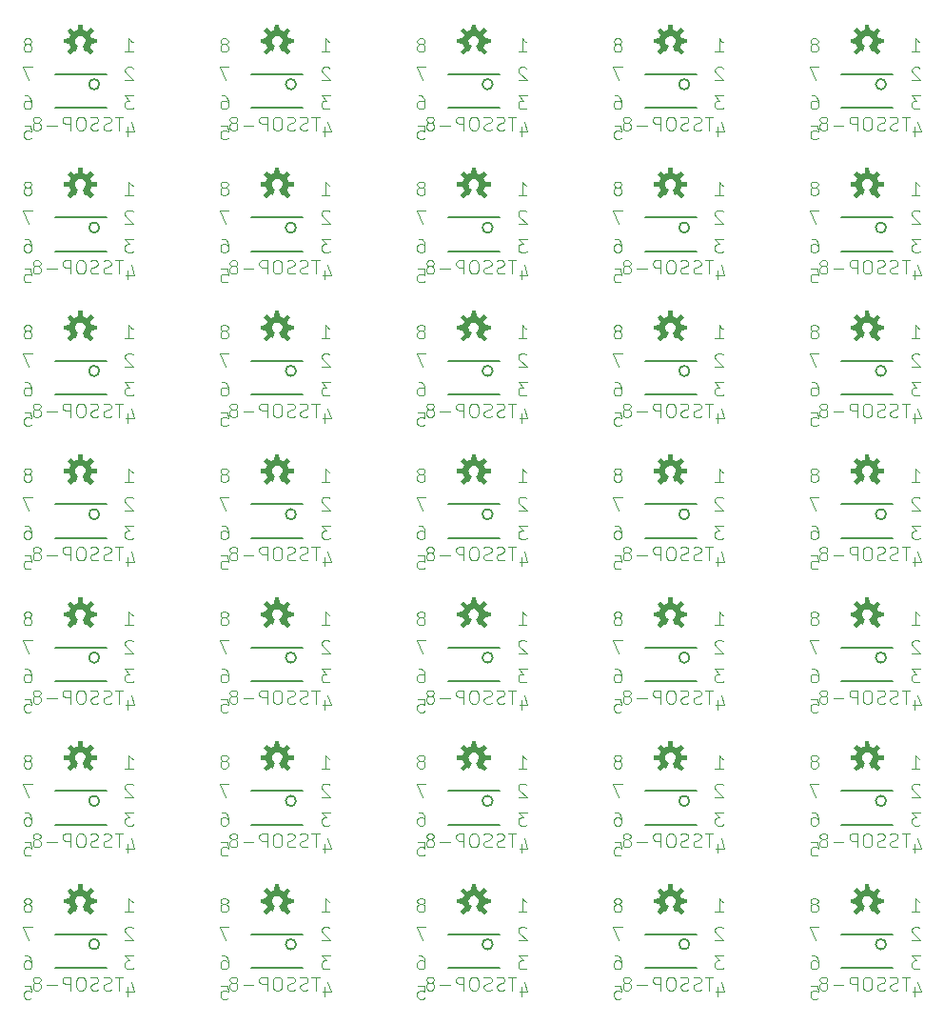
<source format=gbr>
G04 #@! TF.GenerationSoftware,KiCad,Pcbnew,5.1.5-5.1.5*
G04 #@! TF.CreationDate,2020-06-01T10:47:03+10:00*
G04 #@! TF.ProjectId,SOIC8-TSSOP8_panelized,534f4943-382d-4545-9353-4f50385f7061,rev?*
G04 #@! TF.SameCoordinates,Original*
G04 #@! TF.FileFunction,Legend,Bot*
G04 #@! TF.FilePolarity,Positive*
%FSLAX46Y46*%
G04 Gerber Fmt 4.6, Leading zero omitted, Abs format (unit mm)*
G04 Created by KiCad (PCBNEW 5.1.5-5.1.5) date 2020-06-01 10:47:03*
%MOMM*%
%LPD*%
G04 APERTURE LIST*
%ADD10C,0.101600*%
%ADD11C,0.152400*%
%ADD12C,0.100000*%
G04 APERTURE END LIST*
D10*
X213731734Y-182079659D02*
X213961544Y-182079659D01*
X214076448Y-182137112D01*
X214133901Y-182194564D01*
X214248806Y-182366921D01*
X214306258Y-182596731D01*
X214306258Y-183056350D01*
X214248806Y-183171254D01*
X214191353Y-183228707D01*
X214076448Y-183286159D01*
X213846639Y-183286159D01*
X213731734Y-183228707D01*
X213674282Y-183171254D01*
X213616829Y-183056350D01*
X213616829Y-182769088D01*
X213674282Y-182654183D01*
X213731734Y-182596731D01*
X213846639Y-182539278D01*
X214076448Y-182539278D01*
X214191353Y-182596731D01*
X214248806Y-182654183D01*
X214306258Y-182769088D01*
X213731734Y-169339657D02*
X213961544Y-169339657D01*
X214076448Y-169397110D01*
X214133901Y-169454562D01*
X214248806Y-169626919D01*
X214306258Y-169856729D01*
X214306258Y-170316348D01*
X214248806Y-170431252D01*
X214191353Y-170488705D01*
X214076448Y-170546157D01*
X213846639Y-170546157D01*
X213731734Y-170488705D01*
X213674282Y-170431252D01*
X213616829Y-170316348D01*
X213616829Y-170029086D01*
X213674282Y-169914181D01*
X213731734Y-169856729D01*
X213846639Y-169799276D01*
X214076448Y-169799276D01*
X214191353Y-169856729D01*
X214248806Y-169914181D01*
X214306258Y-170029086D01*
X213731734Y-156599655D02*
X213961544Y-156599655D01*
X214076448Y-156657108D01*
X214133901Y-156714560D01*
X214248806Y-156886917D01*
X214306258Y-157116727D01*
X214306258Y-157576346D01*
X214248806Y-157691250D01*
X214191353Y-157748703D01*
X214076448Y-157806155D01*
X213846639Y-157806155D01*
X213731734Y-157748703D01*
X213674282Y-157691250D01*
X213616829Y-157576346D01*
X213616829Y-157289084D01*
X213674282Y-157174179D01*
X213731734Y-157116727D01*
X213846639Y-157059274D01*
X214076448Y-157059274D01*
X214191353Y-157116727D01*
X214248806Y-157174179D01*
X214306258Y-157289084D01*
X213731734Y-143859653D02*
X213961544Y-143859653D01*
X214076448Y-143917106D01*
X214133901Y-143974558D01*
X214248806Y-144146915D01*
X214306258Y-144376725D01*
X214306258Y-144836344D01*
X214248806Y-144951248D01*
X214191353Y-145008701D01*
X214076448Y-145066153D01*
X213846639Y-145066153D01*
X213731734Y-145008701D01*
X213674282Y-144951248D01*
X213616829Y-144836344D01*
X213616829Y-144549082D01*
X213674282Y-144434177D01*
X213731734Y-144376725D01*
X213846639Y-144319272D01*
X214076448Y-144319272D01*
X214191353Y-144376725D01*
X214248806Y-144434177D01*
X214306258Y-144549082D01*
X213731734Y-131119651D02*
X213961544Y-131119651D01*
X214076448Y-131177104D01*
X214133901Y-131234556D01*
X214248806Y-131406913D01*
X214306258Y-131636723D01*
X214306258Y-132096342D01*
X214248806Y-132211246D01*
X214191353Y-132268699D01*
X214076448Y-132326151D01*
X213846639Y-132326151D01*
X213731734Y-132268699D01*
X213674282Y-132211246D01*
X213616829Y-132096342D01*
X213616829Y-131809080D01*
X213674282Y-131694175D01*
X213731734Y-131636723D01*
X213846639Y-131579270D01*
X214076448Y-131579270D01*
X214191353Y-131636723D01*
X214248806Y-131694175D01*
X214306258Y-131809080D01*
X213731734Y-118379649D02*
X213961544Y-118379649D01*
X214076448Y-118437102D01*
X214133901Y-118494554D01*
X214248806Y-118666911D01*
X214306258Y-118896721D01*
X214306258Y-119356340D01*
X214248806Y-119471244D01*
X214191353Y-119528697D01*
X214076448Y-119586149D01*
X213846639Y-119586149D01*
X213731734Y-119528697D01*
X213674282Y-119471244D01*
X213616829Y-119356340D01*
X213616829Y-119069078D01*
X213674282Y-118954173D01*
X213731734Y-118896721D01*
X213846639Y-118839268D01*
X214076448Y-118839268D01*
X214191353Y-118896721D01*
X214248806Y-118954173D01*
X214306258Y-119069078D01*
X213731734Y-105639647D02*
X213961544Y-105639647D01*
X214076448Y-105697100D01*
X214133901Y-105754552D01*
X214248806Y-105926909D01*
X214306258Y-106156719D01*
X214306258Y-106616338D01*
X214248806Y-106731242D01*
X214191353Y-106788695D01*
X214076448Y-106846147D01*
X213846639Y-106846147D01*
X213731734Y-106788695D01*
X213674282Y-106731242D01*
X213616829Y-106616338D01*
X213616829Y-106329076D01*
X213674282Y-106214171D01*
X213731734Y-106156719D01*
X213846639Y-106099266D01*
X214076448Y-106099266D01*
X214191353Y-106156719D01*
X214248806Y-106214171D01*
X214306258Y-106329076D01*
X196231732Y-182079659D02*
X196461542Y-182079659D01*
X196576446Y-182137112D01*
X196633899Y-182194564D01*
X196748804Y-182366921D01*
X196806256Y-182596731D01*
X196806256Y-183056350D01*
X196748804Y-183171254D01*
X196691351Y-183228707D01*
X196576446Y-183286159D01*
X196346637Y-183286159D01*
X196231732Y-183228707D01*
X196174280Y-183171254D01*
X196116827Y-183056350D01*
X196116827Y-182769088D01*
X196174280Y-182654183D01*
X196231732Y-182596731D01*
X196346637Y-182539278D01*
X196576446Y-182539278D01*
X196691351Y-182596731D01*
X196748804Y-182654183D01*
X196806256Y-182769088D01*
X196231732Y-169339657D02*
X196461542Y-169339657D01*
X196576446Y-169397110D01*
X196633899Y-169454562D01*
X196748804Y-169626919D01*
X196806256Y-169856729D01*
X196806256Y-170316348D01*
X196748804Y-170431252D01*
X196691351Y-170488705D01*
X196576446Y-170546157D01*
X196346637Y-170546157D01*
X196231732Y-170488705D01*
X196174280Y-170431252D01*
X196116827Y-170316348D01*
X196116827Y-170029086D01*
X196174280Y-169914181D01*
X196231732Y-169856729D01*
X196346637Y-169799276D01*
X196576446Y-169799276D01*
X196691351Y-169856729D01*
X196748804Y-169914181D01*
X196806256Y-170029086D01*
X196231732Y-156599655D02*
X196461542Y-156599655D01*
X196576446Y-156657108D01*
X196633899Y-156714560D01*
X196748804Y-156886917D01*
X196806256Y-157116727D01*
X196806256Y-157576346D01*
X196748804Y-157691250D01*
X196691351Y-157748703D01*
X196576446Y-157806155D01*
X196346637Y-157806155D01*
X196231732Y-157748703D01*
X196174280Y-157691250D01*
X196116827Y-157576346D01*
X196116827Y-157289084D01*
X196174280Y-157174179D01*
X196231732Y-157116727D01*
X196346637Y-157059274D01*
X196576446Y-157059274D01*
X196691351Y-157116727D01*
X196748804Y-157174179D01*
X196806256Y-157289084D01*
X196231732Y-143859653D02*
X196461542Y-143859653D01*
X196576446Y-143917106D01*
X196633899Y-143974558D01*
X196748804Y-144146915D01*
X196806256Y-144376725D01*
X196806256Y-144836344D01*
X196748804Y-144951248D01*
X196691351Y-145008701D01*
X196576446Y-145066153D01*
X196346637Y-145066153D01*
X196231732Y-145008701D01*
X196174280Y-144951248D01*
X196116827Y-144836344D01*
X196116827Y-144549082D01*
X196174280Y-144434177D01*
X196231732Y-144376725D01*
X196346637Y-144319272D01*
X196576446Y-144319272D01*
X196691351Y-144376725D01*
X196748804Y-144434177D01*
X196806256Y-144549082D01*
X196231732Y-131119651D02*
X196461542Y-131119651D01*
X196576446Y-131177104D01*
X196633899Y-131234556D01*
X196748804Y-131406913D01*
X196806256Y-131636723D01*
X196806256Y-132096342D01*
X196748804Y-132211246D01*
X196691351Y-132268699D01*
X196576446Y-132326151D01*
X196346637Y-132326151D01*
X196231732Y-132268699D01*
X196174280Y-132211246D01*
X196116827Y-132096342D01*
X196116827Y-131809080D01*
X196174280Y-131694175D01*
X196231732Y-131636723D01*
X196346637Y-131579270D01*
X196576446Y-131579270D01*
X196691351Y-131636723D01*
X196748804Y-131694175D01*
X196806256Y-131809080D01*
X196231732Y-118379649D02*
X196461542Y-118379649D01*
X196576446Y-118437102D01*
X196633899Y-118494554D01*
X196748804Y-118666911D01*
X196806256Y-118896721D01*
X196806256Y-119356340D01*
X196748804Y-119471244D01*
X196691351Y-119528697D01*
X196576446Y-119586149D01*
X196346637Y-119586149D01*
X196231732Y-119528697D01*
X196174280Y-119471244D01*
X196116827Y-119356340D01*
X196116827Y-119069078D01*
X196174280Y-118954173D01*
X196231732Y-118896721D01*
X196346637Y-118839268D01*
X196576446Y-118839268D01*
X196691351Y-118896721D01*
X196748804Y-118954173D01*
X196806256Y-119069078D01*
X196231732Y-105639647D02*
X196461542Y-105639647D01*
X196576446Y-105697100D01*
X196633899Y-105754552D01*
X196748804Y-105926909D01*
X196806256Y-106156719D01*
X196806256Y-106616338D01*
X196748804Y-106731242D01*
X196691351Y-106788695D01*
X196576446Y-106846147D01*
X196346637Y-106846147D01*
X196231732Y-106788695D01*
X196174280Y-106731242D01*
X196116827Y-106616338D01*
X196116827Y-106329076D01*
X196174280Y-106214171D01*
X196231732Y-106156719D01*
X196346637Y-106099266D01*
X196576446Y-106099266D01*
X196691351Y-106156719D01*
X196748804Y-106214171D01*
X196806256Y-106329076D01*
X178731730Y-182079659D02*
X178961540Y-182079659D01*
X179076444Y-182137112D01*
X179133897Y-182194564D01*
X179248802Y-182366921D01*
X179306254Y-182596731D01*
X179306254Y-183056350D01*
X179248802Y-183171254D01*
X179191349Y-183228707D01*
X179076444Y-183286159D01*
X178846635Y-183286159D01*
X178731730Y-183228707D01*
X178674278Y-183171254D01*
X178616825Y-183056350D01*
X178616825Y-182769088D01*
X178674278Y-182654183D01*
X178731730Y-182596731D01*
X178846635Y-182539278D01*
X179076444Y-182539278D01*
X179191349Y-182596731D01*
X179248802Y-182654183D01*
X179306254Y-182769088D01*
X178731730Y-169339657D02*
X178961540Y-169339657D01*
X179076444Y-169397110D01*
X179133897Y-169454562D01*
X179248802Y-169626919D01*
X179306254Y-169856729D01*
X179306254Y-170316348D01*
X179248802Y-170431252D01*
X179191349Y-170488705D01*
X179076444Y-170546157D01*
X178846635Y-170546157D01*
X178731730Y-170488705D01*
X178674278Y-170431252D01*
X178616825Y-170316348D01*
X178616825Y-170029086D01*
X178674278Y-169914181D01*
X178731730Y-169856729D01*
X178846635Y-169799276D01*
X179076444Y-169799276D01*
X179191349Y-169856729D01*
X179248802Y-169914181D01*
X179306254Y-170029086D01*
X178731730Y-156599655D02*
X178961540Y-156599655D01*
X179076444Y-156657108D01*
X179133897Y-156714560D01*
X179248802Y-156886917D01*
X179306254Y-157116727D01*
X179306254Y-157576346D01*
X179248802Y-157691250D01*
X179191349Y-157748703D01*
X179076444Y-157806155D01*
X178846635Y-157806155D01*
X178731730Y-157748703D01*
X178674278Y-157691250D01*
X178616825Y-157576346D01*
X178616825Y-157289084D01*
X178674278Y-157174179D01*
X178731730Y-157116727D01*
X178846635Y-157059274D01*
X179076444Y-157059274D01*
X179191349Y-157116727D01*
X179248802Y-157174179D01*
X179306254Y-157289084D01*
X178731730Y-143859653D02*
X178961540Y-143859653D01*
X179076444Y-143917106D01*
X179133897Y-143974558D01*
X179248802Y-144146915D01*
X179306254Y-144376725D01*
X179306254Y-144836344D01*
X179248802Y-144951248D01*
X179191349Y-145008701D01*
X179076444Y-145066153D01*
X178846635Y-145066153D01*
X178731730Y-145008701D01*
X178674278Y-144951248D01*
X178616825Y-144836344D01*
X178616825Y-144549082D01*
X178674278Y-144434177D01*
X178731730Y-144376725D01*
X178846635Y-144319272D01*
X179076444Y-144319272D01*
X179191349Y-144376725D01*
X179248802Y-144434177D01*
X179306254Y-144549082D01*
X178731730Y-131119651D02*
X178961540Y-131119651D01*
X179076444Y-131177104D01*
X179133897Y-131234556D01*
X179248802Y-131406913D01*
X179306254Y-131636723D01*
X179306254Y-132096342D01*
X179248802Y-132211246D01*
X179191349Y-132268699D01*
X179076444Y-132326151D01*
X178846635Y-132326151D01*
X178731730Y-132268699D01*
X178674278Y-132211246D01*
X178616825Y-132096342D01*
X178616825Y-131809080D01*
X178674278Y-131694175D01*
X178731730Y-131636723D01*
X178846635Y-131579270D01*
X179076444Y-131579270D01*
X179191349Y-131636723D01*
X179248802Y-131694175D01*
X179306254Y-131809080D01*
X178731730Y-118379649D02*
X178961540Y-118379649D01*
X179076444Y-118437102D01*
X179133897Y-118494554D01*
X179248802Y-118666911D01*
X179306254Y-118896721D01*
X179306254Y-119356340D01*
X179248802Y-119471244D01*
X179191349Y-119528697D01*
X179076444Y-119586149D01*
X178846635Y-119586149D01*
X178731730Y-119528697D01*
X178674278Y-119471244D01*
X178616825Y-119356340D01*
X178616825Y-119069078D01*
X178674278Y-118954173D01*
X178731730Y-118896721D01*
X178846635Y-118839268D01*
X179076444Y-118839268D01*
X179191349Y-118896721D01*
X179248802Y-118954173D01*
X179306254Y-119069078D01*
X178731730Y-105639647D02*
X178961540Y-105639647D01*
X179076444Y-105697100D01*
X179133897Y-105754552D01*
X179248802Y-105926909D01*
X179306254Y-106156719D01*
X179306254Y-106616338D01*
X179248802Y-106731242D01*
X179191349Y-106788695D01*
X179076444Y-106846147D01*
X178846635Y-106846147D01*
X178731730Y-106788695D01*
X178674278Y-106731242D01*
X178616825Y-106616338D01*
X178616825Y-106329076D01*
X178674278Y-106214171D01*
X178731730Y-106156719D01*
X178846635Y-106099266D01*
X179076444Y-106099266D01*
X179191349Y-106156719D01*
X179248802Y-106214171D01*
X179306254Y-106329076D01*
X161231728Y-182079659D02*
X161461538Y-182079659D01*
X161576442Y-182137112D01*
X161633895Y-182194564D01*
X161748800Y-182366921D01*
X161806252Y-182596731D01*
X161806252Y-183056350D01*
X161748800Y-183171254D01*
X161691347Y-183228707D01*
X161576442Y-183286159D01*
X161346633Y-183286159D01*
X161231728Y-183228707D01*
X161174276Y-183171254D01*
X161116823Y-183056350D01*
X161116823Y-182769088D01*
X161174276Y-182654183D01*
X161231728Y-182596731D01*
X161346633Y-182539278D01*
X161576442Y-182539278D01*
X161691347Y-182596731D01*
X161748800Y-182654183D01*
X161806252Y-182769088D01*
X161231728Y-169339657D02*
X161461538Y-169339657D01*
X161576442Y-169397110D01*
X161633895Y-169454562D01*
X161748800Y-169626919D01*
X161806252Y-169856729D01*
X161806252Y-170316348D01*
X161748800Y-170431252D01*
X161691347Y-170488705D01*
X161576442Y-170546157D01*
X161346633Y-170546157D01*
X161231728Y-170488705D01*
X161174276Y-170431252D01*
X161116823Y-170316348D01*
X161116823Y-170029086D01*
X161174276Y-169914181D01*
X161231728Y-169856729D01*
X161346633Y-169799276D01*
X161576442Y-169799276D01*
X161691347Y-169856729D01*
X161748800Y-169914181D01*
X161806252Y-170029086D01*
X161231728Y-156599655D02*
X161461538Y-156599655D01*
X161576442Y-156657108D01*
X161633895Y-156714560D01*
X161748800Y-156886917D01*
X161806252Y-157116727D01*
X161806252Y-157576346D01*
X161748800Y-157691250D01*
X161691347Y-157748703D01*
X161576442Y-157806155D01*
X161346633Y-157806155D01*
X161231728Y-157748703D01*
X161174276Y-157691250D01*
X161116823Y-157576346D01*
X161116823Y-157289084D01*
X161174276Y-157174179D01*
X161231728Y-157116727D01*
X161346633Y-157059274D01*
X161576442Y-157059274D01*
X161691347Y-157116727D01*
X161748800Y-157174179D01*
X161806252Y-157289084D01*
X161231728Y-143859653D02*
X161461538Y-143859653D01*
X161576442Y-143917106D01*
X161633895Y-143974558D01*
X161748800Y-144146915D01*
X161806252Y-144376725D01*
X161806252Y-144836344D01*
X161748800Y-144951248D01*
X161691347Y-145008701D01*
X161576442Y-145066153D01*
X161346633Y-145066153D01*
X161231728Y-145008701D01*
X161174276Y-144951248D01*
X161116823Y-144836344D01*
X161116823Y-144549082D01*
X161174276Y-144434177D01*
X161231728Y-144376725D01*
X161346633Y-144319272D01*
X161576442Y-144319272D01*
X161691347Y-144376725D01*
X161748800Y-144434177D01*
X161806252Y-144549082D01*
X161231728Y-131119651D02*
X161461538Y-131119651D01*
X161576442Y-131177104D01*
X161633895Y-131234556D01*
X161748800Y-131406913D01*
X161806252Y-131636723D01*
X161806252Y-132096342D01*
X161748800Y-132211246D01*
X161691347Y-132268699D01*
X161576442Y-132326151D01*
X161346633Y-132326151D01*
X161231728Y-132268699D01*
X161174276Y-132211246D01*
X161116823Y-132096342D01*
X161116823Y-131809080D01*
X161174276Y-131694175D01*
X161231728Y-131636723D01*
X161346633Y-131579270D01*
X161576442Y-131579270D01*
X161691347Y-131636723D01*
X161748800Y-131694175D01*
X161806252Y-131809080D01*
X161231728Y-118379649D02*
X161461538Y-118379649D01*
X161576442Y-118437102D01*
X161633895Y-118494554D01*
X161748800Y-118666911D01*
X161806252Y-118896721D01*
X161806252Y-119356340D01*
X161748800Y-119471244D01*
X161691347Y-119528697D01*
X161576442Y-119586149D01*
X161346633Y-119586149D01*
X161231728Y-119528697D01*
X161174276Y-119471244D01*
X161116823Y-119356340D01*
X161116823Y-119069078D01*
X161174276Y-118954173D01*
X161231728Y-118896721D01*
X161346633Y-118839268D01*
X161576442Y-118839268D01*
X161691347Y-118896721D01*
X161748800Y-118954173D01*
X161806252Y-119069078D01*
X161231728Y-105639647D02*
X161461538Y-105639647D01*
X161576442Y-105697100D01*
X161633895Y-105754552D01*
X161748800Y-105926909D01*
X161806252Y-106156719D01*
X161806252Y-106616338D01*
X161748800Y-106731242D01*
X161691347Y-106788695D01*
X161576442Y-106846147D01*
X161346633Y-106846147D01*
X161231728Y-106788695D01*
X161174276Y-106731242D01*
X161116823Y-106616338D01*
X161116823Y-106329076D01*
X161174276Y-106214171D01*
X161231728Y-106156719D01*
X161346633Y-106099266D01*
X161576442Y-106099266D01*
X161691347Y-106156719D01*
X161748800Y-106214171D01*
X161806252Y-106329076D01*
X143731726Y-182079659D02*
X143961536Y-182079659D01*
X144076440Y-182137112D01*
X144133893Y-182194564D01*
X144248798Y-182366921D01*
X144306250Y-182596731D01*
X144306250Y-183056350D01*
X144248798Y-183171254D01*
X144191345Y-183228707D01*
X144076440Y-183286159D01*
X143846631Y-183286159D01*
X143731726Y-183228707D01*
X143674274Y-183171254D01*
X143616821Y-183056350D01*
X143616821Y-182769088D01*
X143674274Y-182654183D01*
X143731726Y-182596731D01*
X143846631Y-182539278D01*
X144076440Y-182539278D01*
X144191345Y-182596731D01*
X144248798Y-182654183D01*
X144306250Y-182769088D01*
X143731726Y-169339657D02*
X143961536Y-169339657D01*
X144076440Y-169397110D01*
X144133893Y-169454562D01*
X144248798Y-169626919D01*
X144306250Y-169856729D01*
X144306250Y-170316348D01*
X144248798Y-170431252D01*
X144191345Y-170488705D01*
X144076440Y-170546157D01*
X143846631Y-170546157D01*
X143731726Y-170488705D01*
X143674274Y-170431252D01*
X143616821Y-170316348D01*
X143616821Y-170029086D01*
X143674274Y-169914181D01*
X143731726Y-169856729D01*
X143846631Y-169799276D01*
X144076440Y-169799276D01*
X144191345Y-169856729D01*
X144248798Y-169914181D01*
X144306250Y-170029086D01*
X143731726Y-156599655D02*
X143961536Y-156599655D01*
X144076440Y-156657108D01*
X144133893Y-156714560D01*
X144248798Y-156886917D01*
X144306250Y-157116727D01*
X144306250Y-157576346D01*
X144248798Y-157691250D01*
X144191345Y-157748703D01*
X144076440Y-157806155D01*
X143846631Y-157806155D01*
X143731726Y-157748703D01*
X143674274Y-157691250D01*
X143616821Y-157576346D01*
X143616821Y-157289084D01*
X143674274Y-157174179D01*
X143731726Y-157116727D01*
X143846631Y-157059274D01*
X144076440Y-157059274D01*
X144191345Y-157116727D01*
X144248798Y-157174179D01*
X144306250Y-157289084D01*
X143731726Y-143859653D02*
X143961536Y-143859653D01*
X144076440Y-143917106D01*
X144133893Y-143974558D01*
X144248798Y-144146915D01*
X144306250Y-144376725D01*
X144306250Y-144836344D01*
X144248798Y-144951248D01*
X144191345Y-145008701D01*
X144076440Y-145066153D01*
X143846631Y-145066153D01*
X143731726Y-145008701D01*
X143674274Y-144951248D01*
X143616821Y-144836344D01*
X143616821Y-144549082D01*
X143674274Y-144434177D01*
X143731726Y-144376725D01*
X143846631Y-144319272D01*
X144076440Y-144319272D01*
X144191345Y-144376725D01*
X144248798Y-144434177D01*
X144306250Y-144549082D01*
X143731726Y-131119651D02*
X143961536Y-131119651D01*
X144076440Y-131177104D01*
X144133893Y-131234556D01*
X144248798Y-131406913D01*
X144306250Y-131636723D01*
X144306250Y-132096342D01*
X144248798Y-132211246D01*
X144191345Y-132268699D01*
X144076440Y-132326151D01*
X143846631Y-132326151D01*
X143731726Y-132268699D01*
X143674274Y-132211246D01*
X143616821Y-132096342D01*
X143616821Y-131809080D01*
X143674274Y-131694175D01*
X143731726Y-131636723D01*
X143846631Y-131579270D01*
X144076440Y-131579270D01*
X144191345Y-131636723D01*
X144248798Y-131694175D01*
X144306250Y-131809080D01*
X143731726Y-118379649D02*
X143961536Y-118379649D01*
X144076440Y-118437102D01*
X144133893Y-118494554D01*
X144248798Y-118666911D01*
X144306250Y-118896721D01*
X144306250Y-119356340D01*
X144248798Y-119471244D01*
X144191345Y-119528697D01*
X144076440Y-119586149D01*
X143846631Y-119586149D01*
X143731726Y-119528697D01*
X143674274Y-119471244D01*
X143616821Y-119356340D01*
X143616821Y-119069078D01*
X143674274Y-118954173D01*
X143731726Y-118896721D01*
X143846631Y-118839268D01*
X144076440Y-118839268D01*
X144191345Y-118896721D01*
X144248798Y-118954173D01*
X144306250Y-119069078D01*
X214363710Y-179539659D02*
X213559377Y-179539659D01*
X214076448Y-180746159D01*
X214363710Y-166799657D02*
X213559377Y-166799657D01*
X214076448Y-168006157D01*
X214363710Y-154059655D02*
X213559377Y-154059655D01*
X214076448Y-155266155D01*
X214363710Y-141319653D02*
X213559377Y-141319653D01*
X214076448Y-142526153D01*
X214363710Y-128579651D02*
X213559377Y-128579651D01*
X214076448Y-129786151D01*
X214363710Y-115839649D02*
X213559377Y-115839649D01*
X214076448Y-117046149D01*
X214363710Y-103099647D02*
X213559377Y-103099647D01*
X214076448Y-104306147D01*
X196863708Y-179539659D02*
X196059375Y-179539659D01*
X196576446Y-180746159D01*
X196863708Y-166799657D02*
X196059375Y-166799657D01*
X196576446Y-168006157D01*
X196863708Y-154059655D02*
X196059375Y-154059655D01*
X196576446Y-155266155D01*
X196863708Y-141319653D02*
X196059375Y-141319653D01*
X196576446Y-142526153D01*
X196863708Y-128579651D02*
X196059375Y-128579651D01*
X196576446Y-129786151D01*
X196863708Y-115839649D02*
X196059375Y-115839649D01*
X196576446Y-117046149D01*
X196863708Y-103099647D02*
X196059375Y-103099647D01*
X196576446Y-104306147D01*
X179363706Y-179539659D02*
X178559373Y-179539659D01*
X179076444Y-180746159D01*
X179363706Y-166799657D02*
X178559373Y-166799657D01*
X179076444Y-168006157D01*
X179363706Y-154059655D02*
X178559373Y-154059655D01*
X179076444Y-155266155D01*
X179363706Y-141319653D02*
X178559373Y-141319653D01*
X179076444Y-142526153D01*
X179363706Y-128579651D02*
X178559373Y-128579651D01*
X179076444Y-129786151D01*
X179363706Y-115839649D02*
X178559373Y-115839649D01*
X179076444Y-117046149D01*
X179363706Y-103099647D02*
X178559373Y-103099647D01*
X179076444Y-104306147D01*
X161863704Y-179539659D02*
X161059371Y-179539659D01*
X161576442Y-180746159D01*
X161863704Y-166799657D02*
X161059371Y-166799657D01*
X161576442Y-168006157D01*
X161863704Y-154059655D02*
X161059371Y-154059655D01*
X161576442Y-155266155D01*
X161863704Y-141319653D02*
X161059371Y-141319653D01*
X161576442Y-142526153D01*
X161863704Y-128579651D02*
X161059371Y-128579651D01*
X161576442Y-129786151D01*
X161863704Y-115839649D02*
X161059371Y-115839649D01*
X161576442Y-117046149D01*
X161863704Y-103099647D02*
X161059371Y-103099647D01*
X161576442Y-104306147D01*
X144363702Y-179539659D02*
X143559369Y-179539659D01*
X144076440Y-180746159D01*
X144363702Y-166799657D02*
X143559369Y-166799657D01*
X144076440Y-168006157D01*
X144363702Y-154059655D02*
X143559369Y-154059655D01*
X144076440Y-155266155D01*
X144363702Y-141319653D02*
X143559369Y-141319653D01*
X144076440Y-142526153D01*
X144363702Y-128579651D02*
X143559369Y-128579651D01*
X144076440Y-129786151D01*
X144363702Y-115839649D02*
X143559369Y-115839649D01*
X144076440Y-117046149D01*
X223380710Y-182079659D02*
X222633829Y-182079659D01*
X223035996Y-182539278D01*
X222863639Y-182539278D01*
X222748734Y-182596731D01*
X222691282Y-182654183D01*
X222633829Y-182769088D01*
X222633829Y-183056350D01*
X222691282Y-183171254D01*
X222748734Y-183228707D01*
X222863639Y-183286159D01*
X223208353Y-183286159D01*
X223323258Y-183228707D01*
X223380710Y-183171254D01*
X223380710Y-169339657D02*
X222633829Y-169339657D01*
X223035996Y-169799276D01*
X222863639Y-169799276D01*
X222748734Y-169856729D01*
X222691282Y-169914181D01*
X222633829Y-170029086D01*
X222633829Y-170316348D01*
X222691282Y-170431252D01*
X222748734Y-170488705D01*
X222863639Y-170546157D01*
X223208353Y-170546157D01*
X223323258Y-170488705D01*
X223380710Y-170431252D01*
X223380710Y-156599655D02*
X222633829Y-156599655D01*
X223035996Y-157059274D01*
X222863639Y-157059274D01*
X222748734Y-157116727D01*
X222691282Y-157174179D01*
X222633829Y-157289084D01*
X222633829Y-157576346D01*
X222691282Y-157691250D01*
X222748734Y-157748703D01*
X222863639Y-157806155D01*
X223208353Y-157806155D01*
X223323258Y-157748703D01*
X223380710Y-157691250D01*
X223380710Y-143859653D02*
X222633829Y-143859653D01*
X223035996Y-144319272D01*
X222863639Y-144319272D01*
X222748734Y-144376725D01*
X222691282Y-144434177D01*
X222633829Y-144549082D01*
X222633829Y-144836344D01*
X222691282Y-144951248D01*
X222748734Y-145008701D01*
X222863639Y-145066153D01*
X223208353Y-145066153D01*
X223323258Y-145008701D01*
X223380710Y-144951248D01*
X223380710Y-131119651D02*
X222633829Y-131119651D01*
X223035996Y-131579270D01*
X222863639Y-131579270D01*
X222748734Y-131636723D01*
X222691282Y-131694175D01*
X222633829Y-131809080D01*
X222633829Y-132096342D01*
X222691282Y-132211246D01*
X222748734Y-132268699D01*
X222863639Y-132326151D01*
X223208353Y-132326151D01*
X223323258Y-132268699D01*
X223380710Y-132211246D01*
X223380710Y-118379649D02*
X222633829Y-118379649D01*
X223035996Y-118839268D01*
X222863639Y-118839268D01*
X222748734Y-118896721D01*
X222691282Y-118954173D01*
X222633829Y-119069078D01*
X222633829Y-119356340D01*
X222691282Y-119471244D01*
X222748734Y-119528697D01*
X222863639Y-119586149D01*
X223208353Y-119586149D01*
X223323258Y-119528697D01*
X223380710Y-119471244D01*
X223380710Y-105639647D02*
X222633829Y-105639647D01*
X223035996Y-106099266D01*
X222863639Y-106099266D01*
X222748734Y-106156719D01*
X222691282Y-106214171D01*
X222633829Y-106329076D01*
X222633829Y-106616338D01*
X222691282Y-106731242D01*
X222748734Y-106788695D01*
X222863639Y-106846147D01*
X223208353Y-106846147D01*
X223323258Y-106788695D01*
X223380710Y-106731242D01*
X205880708Y-182079659D02*
X205133827Y-182079659D01*
X205535994Y-182539278D01*
X205363637Y-182539278D01*
X205248732Y-182596731D01*
X205191280Y-182654183D01*
X205133827Y-182769088D01*
X205133827Y-183056350D01*
X205191280Y-183171254D01*
X205248732Y-183228707D01*
X205363637Y-183286159D01*
X205708351Y-183286159D01*
X205823256Y-183228707D01*
X205880708Y-183171254D01*
X205880708Y-169339657D02*
X205133827Y-169339657D01*
X205535994Y-169799276D01*
X205363637Y-169799276D01*
X205248732Y-169856729D01*
X205191280Y-169914181D01*
X205133827Y-170029086D01*
X205133827Y-170316348D01*
X205191280Y-170431252D01*
X205248732Y-170488705D01*
X205363637Y-170546157D01*
X205708351Y-170546157D01*
X205823256Y-170488705D01*
X205880708Y-170431252D01*
X205880708Y-156599655D02*
X205133827Y-156599655D01*
X205535994Y-157059274D01*
X205363637Y-157059274D01*
X205248732Y-157116727D01*
X205191280Y-157174179D01*
X205133827Y-157289084D01*
X205133827Y-157576346D01*
X205191280Y-157691250D01*
X205248732Y-157748703D01*
X205363637Y-157806155D01*
X205708351Y-157806155D01*
X205823256Y-157748703D01*
X205880708Y-157691250D01*
X205880708Y-143859653D02*
X205133827Y-143859653D01*
X205535994Y-144319272D01*
X205363637Y-144319272D01*
X205248732Y-144376725D01*
X205191280Y-144434177D01*
X205133827Y-144549082D01*
X205133827Y-144836344D01*
X205191280Y-144951248D01*
X205248732Y-145008701D01*
X205363637Y-145066153D01*
X205708351Y-145066153D01*
X205823256Y-145008701D01*
X205880708Y-144951248D01*
X205880708Y-131119651D02*
X205133827Y-131119651D01*
X205535994Y-131579270D01*
X205363637Y-131579270D01*
X205248732Y-131636723D01*
X205191280Y-131694175D01*
X205133827Y-131809080D01*
X205133827Y-132096342D01*
X205191280Y-132211246D01*
X205248732Y-132268699D01*
X205363637Y-132326151D01*
X205708351Y-132326151D01*
X205823256Y-132268699D01*
X205880708Y-132211246D01*
X205880708Y-118379649D02*
X205133827Y-118379649D01*
X205535994Y-118839268D01*
X205363637Y-118839268D01*
X205248732Y-118896721D01*
X205191280Y-118954173D01*
X205133827Y-119069078D01*
X205133827Y-119356340D01*
X205191280Y-119471244D01*
X205248732Y-119528697D01*
X205363637Y-119586149D01*
X205708351Y-119586149D01*
X205823256Y-119528697D01*
X205880708Y-119471244D01*
X205880708Y-105639647D02*
X205133827Y-105639647D01*
X205535994Y-106099266D01*
X205363637Y-106099266D01*
X205248732Y-106156719D01*
X205191280Y-106214171D01*
X205133827Y-106329076D01*
X205133827Y-106616338D01*
X205191280Y-106731242D01*
X205248732Y-106788695D01*
X205363637Y-106846147D01*
X205708351Y-106846147D01*
X205823256Y-106788695D01*
X205880708Y-106731242D01*
X188380706Y-182079659D02*
X187633825Y-182079659D01*
X188035992Y-182539278D01*
X187863635Y-182539278D01*
X187748730Y-182596731D01*
X187691278Y-182654183D01*
X187633825Y-182769088D01*
X187633825Y-183056350D01*
X187691278Y-183171254D01*
X187748730Y-183228707D01*
X187863635Y-183286159D01*
X188208349Y-183286159D01*
X188323254Y-183228707D01*
X188380706Y-183171254D01*
X188380706Y-169339657D02*
X187633825Y-169339657D01*
X188035992Y-169799276D01*
X187863635Y-169799276D01*
X187748730Y-169856729D01*
X187691278Y-169914181D01*
X187633825Y-170029086D01*
X187633825Y-170316348D01*
X187691278Y-170431252D01*
X187748730Y-170488705D01*
X187863635Y-170546157D01*
X188208349Y-170546157D01*
X188323254Y-170488705D01*
X188380706Y-170431252D01*
X188380706Y-156599655D02*
X187633825Y-156599655D01*
X188035992Y-157059274D01*
X187863635Y-157059274D01*
X187748730Y-157116727D01*
X187691278Y-157174179D01*
X187633825Y-157289084D01*
X187633825Y-157576346D01*
X187691278Y-157691250D01*
X187748730Y-157748703D01*
X187863635Y-157806155D01*
X188208349Y-157806155D01*
X188323254Y-157748703D01*
X188380706Y-157691250D01*
X188380706Y-143859653D02*
X187633825Y-143859653D01*
X188035992Y-144319272D01*
X187863635Y-144319272D01*
X187748730Y-144376725D01*
X187691278Y-144434177D01*
X187633825Y-144549082D01*
X187633825Y-144836344D01*
X187691278Y-144951248D01*
X187748730Y-145008701D01*
X187863635Y-145066153D01*
X188208349Y-145066153D01*
X188323254Y-145008701D01*
X188380706Y-144951248D01*
X188380706Y-131119651D02*
X187633825Y-131119651D01*
X188035992Y-131579270D01*
X187863635Y-131579270D01*
X187748730Y-131636723D01*
X187691278Y-131694175D01*
X187633825Y-131809080D01*
X187633825Y-132096342D01*
X187691278Y-132211246D01*
X187748730Y-132268699D01*
X187863635Y-132326151D01*
X188208349Y-132326151D01*
X188323254Y-132268699D01*
X188380706Y-132211246D01*
X188380706Y-118379649D02*
X187633825Y-118379649D01*
X188035992Y-118839268D01*
X187863635Y-118839268D01*
X187748730Y-118896721D01*
X187691278Y-118954173D01*
X187633825Y-119069078D01*
X187633825Y-119356340D01*
X187691278Y-119471244D01*
X187748730Y-119528697D01*
X187863635Y-119586149D01*
X188208349Y-119586149D01*
X188323254Y-119528697D01*
X188380706Y-119471244D01*
X188380706Y-105639647D02*
X187633825Y-105639647D01*
X188035992Y-106099266D01*
X187863635Y-106099266D01*
X187748730Y-106156719D01*
X187691278Y-106214171D01*
X187633825Y-106329076D01*
X187633825Y-106616338D01*
X187691278Y-106731242D01*
X187748730Y-106788695D01*
X187863635Y-106846147D01*
X188208349Y-106846147D01*
X188323254Y-106788695D01*
X188380706Y-106731242D01*
X170880704Y-182079659D02*
X170133823Y-182079659D01*
X170535990Y-182539278D01*
X170363633Y-182539278D01*
X170248728Y-182596731D01*
X170191276Y-182654183D01*
X170133823Y-182769088D01*
X170133823Y-183056350D01*
X170191276Y-183171254D01*
X170248728Y-183228707D01*
X170363633Y-183286159D01*
X170708347Y-183286159D01*
X170823252Y-183228707D01*
X170880704Y-183171254D01*
X170880704Y-169339657D02*
X170133823Y-169339657D01*
X170535990Y-169799276D01*
X170363633Y-169799276D01*
X170248728Y-169856729D01*
X170191276Y-169914181D01*
X170133823Y-170029086D01*
X170133823Y-170316348D01*
X170191276Y-170431252D01*
X170248728Y-170488705D01*
X170363633Y-170546157D01*
X170708347Y-170546157D01*
X170823252Y-170488705D01*
X170880704Y-170431252D01*
X170880704Y-156599655D02*
X170133823Y-156599655D01*
X170535990Y-157059274D01*
X170363633Y-157059274D01*
X170248728Y-157116727D01*
X170191276Y-157174179D01*
X170133823Y-157289084D01*
X170133823Y-157576346D01*
X170191276Y-157691250D01*
X170248728Y-157748703D01*
X170363633Y-157806155D01*
X170708347Y-157806155D01*
X170823252Y-157748703D01*
X170880704Y-157691250D01*
X170880704Y-143859653D02*
X170133823Y-143859653D01*
X170535990Y-144319272D01*
X170363633Y-144319272D01*
X170248728Y-144376725D01*
X170191276Y-144434177D01*
X170133823Y-144549082D01*
X170133823Y-144836344D01*
X170191276Y-144951248D01*
X170248728Y-145008701D01*
X170363633Y-145066153D01*
X170708347Y-145066153D01*
X170823252Y-145008701D01*
X170880704Y-144951248D01*
X170880704Y-131119651D02*
X170133823Y-131119651D01*
X170535990Y-131579270D01*
X170363633Y-131579270D01*
X170248728Y-131636723D01*
X170191276Y-131694175D01*
X170133823Y-131809080D01*
X170133823Y-132096342D01*
X170191276Y-132211246D01*
X170248728Y-132268699D01*
X170363633Y-132326151D01*
X170708347Y-132326151D01*
X170823252Y-132268699D01*
X170880704Y-132211246D01*
X170880704Y-118379649D02*
X170133823Y-118379649D01*
X170535990Y-118839268D01*
X170363633Y-118839268D01*
X170248728Y-118896721D01*
X170191276Y-118954173D01*
X170133823Y-119069078D01*
X170133823Y-119356340D01*
X170191276Y-119471244D01*
X170248728Y-119528697D01*
X170363633Y-119586149D01*
X170708347Y-119586149D01*
X170823252Y-119528697D01*
X170880704Y-119471244D01*
X170880704Y-105639647D02*
X170133823Y-105639647D01*
X170535990Y-106099266D01*
X170363633Y-106099266D01*
X170248728Y-106156719D01*
X170191276Y-106214171D01*
X170133823Y-106329076D01*
X170133823Y-106616338D01*
X170191276Y-106731242D01*
X170248728Y-106788695D01*
X170363633Y-106846147D01*
X170708347Y-106846147D01*
X170823252Y-106788695D01*
X170880704Y-106731242D01*
X153380702Y-182079659D02*
X152633821Y-182079659D01*
X153035988Y-182539278D01*
X152863631Y-182539278D01*
X152748726Y-182596731D01*
X152691274Y-182654183D01*
X152633821Y-182769088D01*
X152633821Y-183056350D01*
X152691274Y-183171254D01*
X152748726Y-183228707D01*
X152863631Y-183286159D01*
X153208345Y-183286159D01*
X153323250Y-183228707D01*
X153380702Y-183171254D01*
X153380702Y-169339657D02*
X152633821Y-169339657D01*
X153035988Y-169799276D01*
X152863631Y-169799276D01*
X152748726Y-169856729D01*
X152691274Y-169914181D01*
X152633821Y-170029086D01*
X152633821Y-170316348D01*
X152691274Y-170431252D01*
X152748726Y-170488705D01*
X152863631Y-170546157D01*
X153208345Y-170546157D01*
X153323250Y-170488705D01*
X153380702Y-170431252D01*
X153380702Y-156599655D02*
X152633821Y-156599655D01*
X153035988Y-157059274D01*
X152863631Y-157059274D01*
X152748726Y-157116727D01*
X152691274Y-157174179D01*
X152633821Y-157289084D01*
X152633821Y-157576346D01*
X152691274Y-157691250D01*
X152748726Y-157748703D01*
X152863631Y-157806155D01*
X153208345Y-157806155D01*
X153323250Y-157748703D01*
X153380702Y-157691250D01*
X153380702Y-143859653D02*
X152633821Y-143859653D01*
X153035988Y-144319272D01*
X152863631Y-144319272D01*
X152748726Y-144376725D01*
X152691274Y-144434177D01*
X152633821Y-144549082D01*
X152633821Y-144836344D01*
X152691274Y-144951248D01*
X152748726Y-145008701D01*
X152863631Y-145066153D01*
X153208345Y-145066153D01*
X153323250Y-145008701D01*
X153380702Y-144951248D01*
X153380702Y-131119651D02*
X152633821Y-131119651D01*
X153035988Y-131579270D01*
X152863631Y-131579270D01*
X152748726Y-131636723D01*
X152691274Y-131694175D01*
X152633821Y-131809080D01*
X152633821Y-132096342D01*
X152691274Y-132211246D01*
X152748726Y-132268699D01*
X152863631Y-132326151D01*
X153208345Y-132326151D01*
X153323250Y-132268699D01*
X153380702Y-132211246D01*
X153380702Y-118379649D02*
X152633821Y-118379649D01*
X153035988Y-118839268D01*
X152863631Y-118839268D01*
X152748726Y-118896721D01*
X152691274Y-118954173D01*
X152633821Y-119069078D01*
X152633821Y-119356340D01*
X152691274Y-119471244D01*
X152748726Y-119528697D01*
X152863631Y-119586149D01*
X153208345Y-119586149D01*
X153323250Y-119528697D01*
X153380702Y-119471244D01*
X223323258Y-179654564D02*
X223265806Y-179597112D01*
X223150901Y-179539659D01*
X222863639Y-179539659D01*
X222748734Y-179597112D01*
X222691282Y-179654564D01*
X222633829Y-179769469D01*
X222633829Y-179884373D01*
X222691282Y-180056731D01*
X223380710Y-180746159D01*
X222633829Y-180746159D01*
X223323258Y-166914562D02*
X223265806Y-166857110D01*
X223150901Y-166799657D01*
X222863639Y-166799657D01*
X222748734Y-166857110D01*
X222691282Y-166914562D01*
X222633829Y-167029467D01*
X222633829Y-167144371D01*
X222691282Y-167316729D01*
X223380710Y-168006157D01*
X222633829Y-168006157D01*
X223323258Y-154174560D02*
X223265806Y-154117108D01*
X223150901Y-154059655D01*
X222863639Y-154059655D01*
X222748734Y-154117108D01*
X222691282Y-154174560D01*
X222633829Y-154289465D01*
X222633829Y-154404369D01*
X222691282Y-154576727D01*
X223380710Y-155266155D01*
X222633829Y-155266155D01*
X223323258Y-141434558D02*
X223265806Y-141377106D01*
X223150901Y-141319653D01*
X222863639Y-141319653D01*
X222748734Y-141377106D01*
X222691282Y-141434558D01*
X222633829Y-141549463D01*
X222633829Y-141664367D01*
X222691282Y-141836725D01*
X223380710Y-142526153D01*
X222633829Y-142526153D01*
X223323258Y-128694556D02*
X223265806Y-128637104D01*
X223150901Y-128579651D01*
X222863639Y-128579651D01*
X222748734Y-128637104D01*
X222691282Y-128694556D01*
X222633829Y-128809461D01*
X222633829Y-128924365D01*
X222691282Y-129096723D01*
X223380710Y-129786151D01*
X222633829Y-129786151D01*
X223323258Y-115954554D02*
X223265806Y-115897102D01*
X223150901Y-115839649D01*
X222863639Y-115839649D01*
X222748734Y-115897102D01*
X222691282Y-115954554D01*
X222633829Y-116069459D01*
X222633829Y-116184363D01*
X222691282Y-116356721D01*
X223380710Y-117046149D01*
X222633829Y-117046149D01*
X223323258Y-103214552D02*
X223265806Y-103157100D01*
X223150901Y-103099647D01*
X222863639Y-103099647D01*
X222748734Y-103157100D01*
X222691282Y-103214552D01*
X222633829Y-103329457D01*
X222633829Y-103444361D01*
X222691282Y-103616719D01*
X223380710Y-104306147D01*
X222633829Y-104306147D01*
X205823256Y-179654564D02*
X205765804Y-179597112D01*
X205650899Y-179539659D01*
X205363637Y-179539659D01*
X205248732Y-179597112D01*
X205191280Y-179654564D01*
X205133827Y-179769469D01*
X205133827Y-179884373D01*
X205191280Y-180056731D01*
X205880708Y-180746159D01*
X205133827Y-180746159D01*
X205823256Y-166914562D02*
X205765804Y-166857110D01*
X205650899Y-166799657D01*
X205363637Y-166799657D01*
X205248732Y-166857110D01*
X205191280Y-166914562D01*
X205133827Y-167029467D01*
X205133827Y-167144371D01*
X205191280Y-167316729D01*
X205880708Y-168006157D01*
X205133827Y-168006157D01*
X205823256Y-154174560D02*
X205765804Y-154117108D01*
X205650899Y-154059655D01*
X205363637Y-154059655D01*
X205248732Y-154117108D01*
X205191280Y-154174560D01*
X205133827Y-154289465D01*
X205133827Y-154404369D01*
X205191280Y-154576727D01*
X205880708Y-155266155D01*
X205133827Y-155266155D01*
X205823256Y-141434558D02*
X205765804Y-141377106D01*
X205650899Y-141319653D01*
X205363637Y-141319653D01*
X205248732Y-141377106D01*
X205191280Y-141434558D01*
X205133827Y-141549463D01*
X205133827Y-141664367D01*
X205191280Y-141836725D01*
X205880708Y-142526153D01*
X205133827Y-142526153D01*
X205823256Y-128694556D02*
X205765804Y-128637104D01*
X205650899Y-128579651D01*
X205363637Y-128579651D01*
X205248732Y-128637104D01*
X205191280Y-128694556D01*
X205133827Y-128809461D01*
X205133827Y-128924365D01*
X205191280Y-129096723D01*
X205880708Y-129786151D01*
X205133827Y-129786151D01*
X205823256Y-115954554D02*
X205765804Y-115897102D01*
X205650899Y-115839649D01*
X205363637Y-115839649D01*
X205248732Y-115897102D01*
X205191280Y-115954554D01*
X205133827Y-116069459D01*
X205133827Y-116184363D01*
X205191280Y-116356721D01*
X205880708Y-117046149D01*
X205133827Y-117046149D01*
X205823256Y-103214552D02*
X205765804Y-103157100D01*
X205650899Y-103099647D01*
X205363637Y-103099647D01*
X205248732Y-103157100D01*
X205191280Y-103214552D01*
X205133827Y-103329457D01*
X205133827Y-103444361D01*
X205191280Y-103616719D01*
X205880708Y-104306147D01*
X205133827Y-104306147D01*
X188323254Y-179654564D02*
X188265802Y-179597112D01*
X188150897Y-179539659D01*
X187863635Y-179539659D01*
X187748730Y-179597112D01*
X187691278Y-179654564D01*
X187633825Y-179769469D01*
X187633825Y-179884373D01*
X187691278Y-180056731D01*
X188380706Y-180746159D01*
X187633825Y-180746159D01*
X188323254Y-166914562D02*
X188265802Y-166857110D01*
X188150897Y-166799657D01*
X187863635Y-166799657D01*
X187748730Y-166857110D01*
X187691278Y-166914562D01*
X187633825Y-167029467D01*
X187633825Y-167144371D01*
X187691278Y-167316729D01*
X188380706Y-168006157D01*
X187633825Y-168006157D01*
X188323254Y-154174560D02*
X188265802Y-154117108D01*
X188150897Y-154059655D01*
X187863635Y-154059655D01*
X187748730Y-154117108D01*
X187691278Y-154174560D01*
X187633825Y-154289465D01*
X187633825Y-154404369D01*
X187691278Y-154576727D01*
X188380706Y-155266155D01*
X187633825Y-155266155D01*
X188323254Y-141434558D02*
X188265802Y-141377106D01*
X188150897Y-141319653D01*
X187863635Y-141319653D01*
X187748730Y-141377106D01*
X187691278Y-141434558D01*
X187633825Y-141549463D01*
X187633825Y-141664367D01*
X187691278Y-141836725D01*
X188380706Y-142526153D01*
X187633825Y-142526153D01*
X188323254Y-128694556D02*
X188265802Y-128637104D01*
X188150897Y-128579651D01*
X187863635Y-128579651D01*
X187748730Y-128637104D01*
X187691278Y-128694556D01*
X187633825Y-128809461D01*
X187633825Y-128924365D01*
X187691278Y-129096723D01*
X188380706Y-129786151D01*
X187633825Y-129786151D01*
X188323254Y-115954554D02*
X188265802Y-115897102D01*
X188150897Y-115839649D01*
X187863635Y-115839649D01*
X187748730Y-115897102D01*
X187691278Y-115954554D01*
X187633825Y-116069459D01*
X187633825Y-116184363D01*
X187691278Y-116356721D01*
X188380706Y-117046149D01*
X187633825Y-117046149D01*
X188323254Y-103214552D02*
X188265802Y-103157100D01*
X188150897Y-103099647D01*
X187863635Y-103099647D01*
X187748730Y-103157100D01*
X187691278Y-103214552D01*
X187633825Y-103329457D01*
X187633825Y-103444361D01*
X187691278Y-103616719D01*
X188380706Y-104306147D01*
X187633825Y-104306147D01*
X170823252Y-179654564D02*
X170765800Y-179597112D01*
X170650895Y-179539659D01*
X170363633Y-179539659D01*
X170248728Y-179597112D01*
X170191276Y-179654564D01*
X170133823Y-179769469D01*
X170133823Y-179884373D01*
X170191276Y-180056731D01*
X170880704Y-180746159D01*
X170133823Y-180746159D01*
X170823252Y-166914562D02*
X170765800Y-166857110D01*
X170650895Y-166799657D01*
X170363633Y-166799657D01*
X170248728Y-166857110D01*
X170191276Y-166914562D01*
X170133823Y-167029467D01*
X170133823Y-167144371D01*
X170191276Y-167316729D01*
X170880704Y-168006157D01*
X170133823Y-168006157D01*
X170823252Y-154174560D02*
X170765800Y-154117108D01*
X170650895Y-154059655D01*
X170363633Y-154059655D01*
X170248728Y-154117108D01*
X170191276Y-154174560D01*
X170133823Y-154289465D01*
X170133823Y-154404369D01*
X170191276Y-154576727D01*
X170880704Y-155266155D01*
X170133823Y-155266155D01*
X170823252Y-141434558D02*
X170765800Y-141377106D01*
X170650895Y-141319653D01*
X170363633Y-141319653D01*
X170248728Y-141377106D01*
X170191276Y-141434558D01*
X170133823Y-141549463D01*
X170133823Y-141664367D01*
X170191276Y-141836725D01*
X170880704Y-142526153D01*
X170133823Y-142526153D01*
X170823252Y-128694556D02*
X170765800Y-128637104D01*
X170650895Y-128579651D01*
X170363633Y-128579651D01*
X170248728Y-128637104D01*
X170191276Y-128694556D01*
X170133823Y-128809461D01*
X170133823Y-128924365D01*
X170191276Y-129096723D01*
X170880704Y-129786151D01*
X170133823Y-129786151D01*
X170823252Y-115954554D02*
X170765800Y-115897102D01*
X170650895Y-115839649D01*
X170363633Y-115839649D01*
X170248728Y-115897102D01*
X170191276Y-115954554D01*
X170133823Y-116069459D01*
X170133823Y-116184363D01*
X170191276Y-116356721D01*
X170880704Y-117046149D01*
X170133823Y-117046149D01*
X170823252Y-103214552D02*
X170765800Y-103157100D01*
X170650895Y-103099647D01*
X170363633Y-103099647D01*
X170248728Y-103157100D01*
X170191276Y-103214552D01*
X170133823Y-103329457D01*
X170133823Y-103444361D01*
X170191276Y-103616719D01*
X170880704Y-104306147D01*
X170133823Y-104306147D01*
X153323250Y-179654564D02*
X153265798Y-179597112D01*
X153150893Y-179539659D01*
X152863631Y-179539659D01*
X152748726Y-179597112D01*
X152691274Y-179654564D01*
X152633821Y-179769469D01*
X152633821Y-179884373D01*
X152691274Y-180056731D01*
X153380702Y-180746159D01*
X152633821Y-180746159D01*
X153323250Y-166914562D02*
X153265798Y-166857110D01*
X153150893Y-166799657D01*
X152863631Y-166799657D01*
X152748726Y-166857110D01*
X152691274Y-166914562D01*
X152633821Y-167029467D01*
X152633821Y-167144371D01*
X152691274Y-167316729D01*
X153380702Y-168006157D01*
X152633821Y-168006157D01*
X153323250Y-154174560D02*
X153265798Y-154117108D01*
X153150893Y-154059655D01*
X152863631Y-154059655D01*
X152748726Y-154117108D01*
X152691274Y-154174560D01*
X152633821Y-154289465D01*
X152633821Y-154404369D01*
X152691274Y-154576727D01*
X153380702Y-155266155D01*
X152633821Y-155266155D01*
X153323250Y-141434558D02*
X153265798Y-141377106D01*
X153150893Y-141319653D01*
X152863631Y-141319653D01*
X152748726Y-141377106D01*
X152691274Y-141434558D01*
X152633821Y-141549463D01*
X152633821Y-141664367D01*
X152691274Y-141836725D01*
X153380702Y-142526153D01*
X152633821Y-142526153D01*
X153323250Y-128694556D02*
X153265798Y-128637104D01*
X153150893Y-128579651D01*
X152863631Y-128579651D01*
X152748726Y-128637104D01*
X152691274Y-128694556D01*
X152633821Y-128809461D01*
X152633821Y-128924365D01*
X152691274Y-129096723D01*
X153380702Y-129786151D01*
X152633821Y-129786151D01*
X153323250Y-115954554D02*
X153265798Y-115897102D01*
X153150893Y-115839649D01*
X152863631Y-115839649D01*
X152748726Y-115897102D01*
X152691274Y-115954554D01*
X152633821Y-116069459D01*
X152633821Y-116184363D01*
X152691274Y-116356721D01*
X153380702Y-117046149D01*
X152633821Y-117046149D01*
X214076448Y-177516731D02*
X214191353Y-177459278D01*
X214248806Y-177401826D01*
X214306258Y-177286921D01*
X214306258Y-177229469D01*
X214248806Y-177114564D01*
X214191353Y-177057112D01*
X214076448Y-176999659D01*
X213846639Y-176999659D01*
X213731734Y-177057112D01*
X213674282Y-177114564D01*
X213616829Y-177229469D01*
X213616829Y-177286921D01*
X213674282Y-177401826D01*
X213731734Y-177459278D01*
X213846639Y-177516731D01*
X214076448Y-177516731D01*
X214191353Y-177574183D01*
X214248806Y-177631635D01*
X214306258Y-177746540D01*
X214306258Y-177976350D01*
X214248806Y-178091254D01*
X214191353Y-178148707D01*
X214076448Y-178206159D01*
X213846639Y-178206159D01*
X213731734Y-178148707D01*
X213674282Y-178091254D01*
X213616829Y-177976350D01*
X213616829Y-177746540D01*
X213674282Y-177631635D01*
X213731734Y-177574183D01*
X213846639Y-177516731D01*
X214076448Y-164776729D02*
X214191353Y-164719276D01*
X214248806Y-164661824D01*
X214306258Y-164546919D01*
X214306258Y-164489467D01*
X214248806Y-164374562D01*
X214191353Y-164317110D01*
X214076448Y-164259657D01*
X213846639Y-164259657D01*
X213731734Y-164317110D01*
X213674282Y-164374562D01*
X213616829Y-164489467D01*
X213616829Y-164546919D01*
X213674282Y-164661824D01*
X213731734Y-164719276D01*
X213846639Y-164776729D01*
X214076448Y-164776729D01*
X214191353Y-164834181D01*
X214248806Y-164891633D01*
X214306258Y-165006538D01*
X214306258Y-165236348D01*
X214248806Y-165351252D01*
X214191353Y-165408705D01*
X214076448Y-165466157D01*
X213846639Y-165466157D01*
X213731734Y-165408705D01*
X213674282Y-165351252D01*
X213616829Y-165236348D01*
X213616829Y-165006538D01*
X213674282Y-164891633D01*
X213731734Y-164834181D01*
X213846639Y-164776729D01*
X214076448Y-152036727D02*
X214191353Y-151979274D01*
X214248806Y-151921822D01*
X214306258Y-151806917D01*
X214306258Y-151749465D01*
X214248806Y-151634560D01*
X214191353Y-151577108D01*
X214076448Y-151519655D01*
X213846639Y-151519655D01*
X213731734Y-151577108D01*
X213674282Y-151634560D01*
X213616829Y-151749465D01*
X213616829Y-151806917D01*
X213674282Y-151921822D01*
X213731734Y-151979274D01*
X213846639Y-152036727D01*
X214076448Y-152036727D01*
X214191353Y-152094179D01*
X214248806Y-152151631D01*
X214306258Y-152266536D01*
X214306258Y-152496346D01*
X214248806Y-152611250D01*
X214191353Y-152668703D01*
X214076448Y-152726155D01*
X213846639Y-152726155D01*
X213731734Y-152668703D01*
X213674282Y-152611250D01*
X213616829Y-152496346D01*
X213616829Y-152266536D01*
X213674282Y-152151631D01*
X213731734Y-152094179D01*
X213846639Y-152036727D01*
X214076448Y-139296725D02*
X214191353Y-139239272D01*
X214248806Y-139181820D01*
X214306258Y-139066915D01*
X214306258Y-139009463D01*
X214248806Y-138894558D01*
X214191353Y-138837106D01*
X214076448Y-138779653D01*
X213846639Y-138779653D01*
X213731734Y-138837106D01*
X213674282Y-138894558D01*
X213616829Y-139009463D01*
X213616829Y-139066915D01*
X213674282Y-139181820D01*
X213731734Y-139239272D01*
X213846639Y-139296725D01*
X214076448Y-139296725D01*
X214191353Y-139354177D01*
X214248806Y-139411629D01*
X214306258Y-139526534D01*
X214306258Y-139756344D01*
X214248806Y-139871248D01*
X214191353Y-139928701D01*
X214076448Y-139986153D01*
X213846639Y-139986153D01*
X213731734Y-139928701D01*
X213674282Y-139871248D01*
X213616829Y-139756344D01*
X213616829Y-139526534D01*
X213674282Y-139411629D01*
X213731734Y-139354177D01*
X213846639Y-139296725D01*
X214076448Y-126556723D02*
X214191353Y-126499270D01*
X214248806Y-126441818D01*
X214306258Y-126326913D01*
X214306258Y-126269461D01*
X214248806Y-126154556D01*
X214191353Y-126097104D01*
X214076448Y-126039651D01*
X213846639Y-126039651D01*
X213731734Y-126097104D01*
X213674282Y-126154556D01*
X213616829Y-126269461D01*
X213616829Y-126326913D01*
X213674282Y-126441818D01*
X213731734Y-126499270D01*
X213846639Y-126556723D01*
X214076448Y-126556723D01*
X214191353Y-126614175D01*
X214248806Y-126671627D01*
X214306258Y-126786532D01*
X214306258Y-127016342D01*
X214248806Y-127131246D01*
X214191353Y-127188699D01*
X214076448Y-127246151D01*
X213846639Y-127246151D01*
X213731734Y-127188699D01*
X213674282Y-127131246D01*
X213616829Y-127016342D01*
X213616829Y-126786532D01*
X213674282Y-126671627D01*
X213731734Y-126614175D01*
X213846639Y-126556723D01*
X214076448Y-113816721D02*
X214191353Y-113759268D01*
X214248806Y-113701816D01*
X214306258Y-113586911D01*
X214306258Y-113529459D01*
X214248806Y-113414554D01*
X214191353Y-113357102D01*
X214076448Y-113299649D01*
X213846639Y-113299649D01*
X213731734Y-113357102D01*
X213674282Y-113414554D01*
X213616829Y-113529459D01*
X213616829Y-113586911D01*
X213674282Y-113701816D01*
X213731734Y-113759268D01*
X213846639Y-113816721D01*
X214076448Y-113816721D01*
X214191353Y-113874173D01*
X214248806Y-113931625D01*
X214306258Y-114046530D01*
X214306258Y-114276340D01*
X214248806Y-114391244D01*
X214191353Y-114448697D01*
X214076448Y-114506149D01*
X213846639Y-114506149D01*
X213731734Y-114448697D01*
X213674282Y-114391244D01*
X213616829Y-114276340D01*
X213616829Y-114046530D01*
X213674282Y-113931625D01*
X213731734Y-113874173D01*
X213846639Y-113816721D01*
X214076448Y-101076719D02*
X214191353Y-101019266D01*
X214248806Y-100961814D01*
X214306258Y-100846909D01*
X214306258Y-100789457D01*
X214248806Y-100674552D01*
X214191353Y-100617100D01*
X214076448Y-100559647D01*
X213846639Y-100559647D01*
X213731734Y-100617100D01*
X213674282Y-100674552D01*
X213616829Y-100789457D01*
X213616829Y-100846909D01*
X213674282Y-100961814D01*
X213731734Y-101019266D01*
X213846639Y-101076719D01*
X214076448Y-101076719D01*
X214191353Y-101134171D01*
X214248806Y-101191623D01*
X214306258Y-101306528D01*
X214306258Y-101536338D01*
X214248806Y-101651242D01*
X214191353Y-101708695D01*
X214076448Y-101766147D01*
X213846639Y-101766147D01*
X213731734Y-101708695D01*
X213674282Y-101651242D01*
X213616829Y-101536338D01*
X213616829Y-101306528D01*
X213674282Y-101191623D01*
X213731734Y-101134171D01*
X213846639Y-101076719D01*
X196576446Y-177516731D02*
X196691351Y-177459278D01*
X196748804Y-177401826D01*
X196806256Y-177286921D01*
X196806256Y-177229469D01*
X196748804Y-177114564D01*
X196691351Y-177057112D01*
X196576446Y-176999659D01*
X196346637Y-176999659D01*
X196231732Y-177057112D01*
X196174280Y-177114564D01*
X196116827Y-177229469D01*
X196116827Y-177286921D01*
X196174280Y-177401826D01*
X196231732Y-177459278D01*
X196346637Y-177516731D01*
X196576446Y-177516731D01*
X196691351Y-177574183D01*
X196748804Y-177631635D01*
X196806256Y-177746540D01*
X196806256Y-177976350D01*
X196748804Y-178091254D01*
X196691351Y-178148707D01*
X196576446Y-178206159D01*
X196346637Y-178206159D01*
X196231732Y-178148707D01*
X196174280Y-178091254D01*
X196116827Y-177976350D01*
X196116827Y-177746540D01*
X196174280Y-177631635D01*
X196231732Y-177574183D01*
X196346637Y-177516731D01*
X196576446Y-164776729D02*
X196691351Y-164719276D01*
X196748804Y-164661824D01*
X196806256Y-164546919D01*
X196806256Y-164489467D01*
X196748804Y-164374562D01*
X196691351Y-164317110D01*
X196576446Y-164259657D01*
X196346637Y-164259657D01*
X196231732Y-164317110D01*
X196174280Y-164374562D01*
X196116827Y-164489467D01*
X196116827Y-164546919D01*
X196174280Y-164661824D01*
X196231732Y-164719276D01*
X196346637Y-164776729D01*
X196576446Y-164776729D01*
X196691351Y-164834181D01*
X196748804Y-164891633D01*
X196806256Y-165006538D01*
X196806256Y-165236348D01*
X196748804Y-165351252D01*
X196691351Y-165408705D01*
X196576446Y-165466157D01*
X196346637Y-165466157D01*
X196231732Y-165408705D01*
X196174280Y-165351252D01*
X196116827Y-165236348D01*
X196116827Y-165006538D01*
X196174280Y-164891633D01*
X196231732Y-164834181D01*
X196346637Y-164776729D01*
X196576446Y-152036727D02*
X196691351Y-151979274D01*
X196748804Y-151921822D01*
X196806256Y-151806917D01*
X196806256Y-151749465D01*
X196748804Y-151634560D01*
X196691351Y-151577108D01*
X196576446Y-151519655D01*
X196346637Y-151519655D01*
X196231732Y-151577108D01*
X196174280Y-151634560D01*
X196116827Y-151749465D01*
X196116827Y-151806917D01*
X196174280Y-151921822D01*
X196231732Y-151979274D01*
X196346637Y-152036727D01*
X196576446Y-152036727D01*
X196691351Y-152094179D01*
X196748804Y-152151631D01*
X196806256Y-152266536D01*
X196806256Y-152496346D01*
X196748804Y-152611250D01*
X196691351Y-152668703D01*
X196576446Y-152726155D01*
X196346637Y-152726155D01*
X196231732Y-152668703D01*
X196174280Y-152611250D01*
X196116827Y-152496346D01*
X196116827Y-152266536D01*
X196174280Y-152151631D01*
X196231732Y-152094179D01*
X196346637Y-152036727D01*
X196576446Y-139296725D02*
X196691351Y-139239272D01*
X196748804Y-139181820D01*
X196806256Y-139066915D01*
X196806256Y-139009463D01*
X196748804Y-138894558D01*
X196691351Y-138837106D01*
X196576446Y-138779653D01*
X196346637Y-138779653D01*
X196231732Y-138837106D01*
X196174280Y-138894558D01*
X196116827Y-139009463D01*
X196116827Y-139066915D01*
X196174280Y-139181820D01*
X196231732Y-139239272D01*
X196346637Y-139296725D01*
X196576446Y-139296725D01*
X196691351Y-139354177D01*
X196748804Y-139411629D01*
X196806256Y-139526534D01*
X196806256Y-139756344D01*
X196748804Y-139871248D01*
X196691351Y-139928701D01*
X196576446Y-139986153D01*
X196346637Y-139986153D01*
X196231732Y-139928701D01*
X196174280Y-139871248D01*
X196116827Y-139756344D01*
X196116827Y-139526534D01*
X196174280Y-139411629D01*
X196231732Y-139354177D01*
X196346637Y-139296725D01*
X196576446Y-126556723D02*
X196691351Y-126499270D01*
X196748804Y-126441818D01*
X196806256Y-126326913D01*
X196806256Y-126269461D01*
X196748804Y-126154556D01*
X196691351Y-126097104D01*
X196576446Y-126039651D01*
X196346637Y-126039651D01*
X196231732Y-126097104D01*
X196174280Y-126154556D01*
X196116827Y-126269461D01*
X196116827Y-126326913D01*
X196174280Y-126441818D01*
X196231732Y-126499270D01*
X196346637Y-126556723D01*
X196576446Y-126556723D01*
X196691351Y-126614175D01*
X196748804Y-126671627D01*
X196806256Y-126786532D01*
X196806256Y-127016342D01*
X196748804Y-127131246D01*
X196691351Y-127188699D01*
X196576446Y-127246151D01*
X196346637Y-127246151D01*
X196231732Y-127188699D01*
X196174280Y-127131246D01*
X196116827Y-127016342D01*
X196116827Y-126786532D01*
X196174280Y-126671627D01*
X196231732Y-126614175D01*
X196346637Y-126556723D01*
X196576446Y-113816721D02*
X196691351Y-113759268D01*
X196748804Y-113701816D01*
X196806256Y-113586911D01*
X196806256Y-113529459D01*
X196748804Y-113414554D01*
X196691351Y-113357102D01*
X196576446Y-113299649D01*
X196346637Y-113299649D01*
X196231732Y-113357102D01*
X196174280Y-113414554D01*
X196116827Y-113529459D01*
X196116827Y-113586911D01*
X196174280Y-113701816D01*
X196231732Y-113759268D01*
X196346637Y-113816721D01*
X196576446Y-113816721D01*
X196691351Y-113874173D01*
X196748804Y-113931625D01*
X196806256Y-114046530D01*
X196806256Y-114276340D01*
X196748804Y-114391244D01*
X196691351Y-114448697D01*
X196576446Y-114506149D01*
X196346637Y-114506149D01*
X196231732Y-114448697D01*
X196174280Y-114391244D01*
X196116827Y-114276340D01*
X196116827Y-114046530D01*
X196174280Y-113931625D01*
X196231732Y-113874173D01*
X196346637Y-113816721D01*
X196576446Y-101076719D02*
X196691351Y-101019266D01*
X196748804Y-100961814D01*
X196806256Y-100846909D01*
X196806256Y-100789457D01*
X196748804Y-100674552D01*
X196691351Y-100617100D01*
X196576446Y-100559647D01*
X196346637Y-100559647D01*
X196231732Y-100617100D01*
X196174280Y-100674552D01*
X196116827Y-100789457D01*
X196116827Y-100846909D01*
X196174280Y-100961814D01*
X196231732Y-101019266D01*
X196346637Y-101076719D01*
X196576446Y-101076719D01*
X196691351Y-101134171D01*
X196748804Y-101191623D01*
X196806256Y-101306528D01*
X196806256Y-101536338D01*
X196748804Y-101651242D01*
X196691351Y-101708695D01*
X196576446Y-101766147D01*
X196346637Y-101766147D01*
X196231732Y-101708695D01*
X196174280Y-101651242D01*
X196116827Y-101536338D01*
X196116827Y-101306528D01*
X196174280Y-101191623D01*
X196231732Y-101134171D01*
X196346637Y-101076719D01*
X179076444Y-177516731D02*
X179191349Y-177459278D01*
X179248802Y-177401826D01*
X179306254Y-177286921D01*
X179306254Y-177229469D01*
X179248802Y-177114564D01*
X179191349Y-177057112D01*
X179076444Y-176999659D01*
X178846635Y-176999659D01*
X178731730Y-177057112D01*
X178674278Y-177114564D01*
X178616825Y-177229469D01*
X178616825Y-177286921D01*
X178674278Y-177401826D01*
X178731730Y-177459278D01*
X178846635Y-177516731D01*
X179076444Y-177516731D01*
X179191349Y-177574183D01*
X179248802Y-177631635D01*
X179306254Y-177746540D01*
X179306254Y-177976350D01*
X179248802Y-178091254D01*
X179191349Y-178148707D01*
X179076444Y-178206159D01*
X178846635Y-178206159D01*
X178731730Y-178148707D01*
X178674278Y-178091254D01*
X178616825Y-177976350D01*
X178616825Y-177746540D01*
X178674278Y-177631635D01*
X178731730Y-177574183D01*
X178846635Y-177516731D01*
X179076444Y-164776729D02*
X179191349Y-164719276D01*
X179248802Y-164661824D01*
X179306254Y-164546919D01*
X179306254Y-164489467D01*
X179248802Y-164374562D01*
X179191349Y-164317110D01*
X179076444Y-164259657D01*
X178846635Y-164259657D01*
X178731730Y-164317110D01*
X178674278Y-164374562D01*
X178616825Y-164489467D01*
X178616825Y-164546919D01*
X178674278Y-164661824D01*
X178731730Y-164719276D01*
X178846635Y-164776729D01*
X179076444Y-164776729D01*
X179191349Y-164834181D01*
X179248802Y-164891633D01*
X179306254Y-165006538D01*
X179306254Y-165236348D01*
X179248802Y-165351252D01*
X179191349Y-165408705D01*
X179076444Y-165466157D01*
X178846635Y-165466157D01*
X178731730Y-165408705D01*
X178674278Y-165351252D01*
X178616825Y-165236348D01*
X178616825Y-165006538D01*
X178674278Y-164891633D01*
X178731730Y-164834181D01*
X178846635Y-164776729D01*
X179076444Y-152036727D02*
X179191349Y-151979274D01*
X179248802Y-151921822D01*
X179306254Y-151806917D01*
X179306254Y-151749465D01*
X179248802Y-151634560D01*
X179191349Y-151577108D01*
X179076444Y-151519655D01*
X178846635Y-151519655D01*
X178731730Y-151577108D01*
X178674278Y-151634560D01*
X178616825Y-151749465D01*
X178616825Y-151806917D01*
X178674278Y-151921822D01*
X178731730Y-151979274D01*
X178846635Y-152036727D01*
X179076444Y-152036727D01*
X179191349Y-152094179D01*
X179248802Y-152151631D01*
X179306254Y-152266536D01*
X179306254Y-152496346D01*
X179248802Y-152611250D01*
X179191349Y-152668703D01*
X179076444Y-152726155D01*
X178846635Y-152726155D01*
X178731730Y-152668703D01*
X178674278Y-152611250D01*
X178616825Y-152496346D01*
X178616825Y-152266536D01*
X178674278Y-152151631D01*
X178731730Y-152094179D01*
X178846635Y-152036727D01*
X179076444Y-139296725D02*
X179191349Y-139239272D01*
X179248802Y-139181820D01*
X179306254Y-139066915D01*
X179306254Y-139009463D01*
X179248802Y-138894558D01*
X179191349Y-138837106D01*
X179076444Y-138779653D01*
X178846635Y-138779653D01*
X178731730Y-138837106D01*
X178674278Y-138894558D01*
X178616825Y-139009463D01*
X178616825Y-139066915D01*
X178674278Y-139181820D01*
X178731730Y-139239272D01*
X178846635Y-139296725D01*
X179076444Y-139296725D01*
X179191349Y-139354177D01*
X179248802Y-139411629D01*
X179306254Y-139526534D01*
X179306254Y-139756344D01*
X179248802Y-139871248D01*
X179191349Y-139928701D01*
X179076444Y-139986153D01*
X178846635Y-139986153D01*
X178731730Y-139928701D01*
X178674278Y-139871248D01*
X178616825Y-139756344D01*
X178616825Y-139526534D01*
X178674278Y-139411629D01*
X178731730Y-139354177D01*
X178846635Y-139296725D01*
X179076444Y-126556723D02*
X179191349Y-126499270D01*
X179248802Y-126441818D01*
X179306254Y-126326913D01*
X179306254Y-126269461D01*
X179248802Y-126154556D01*
X179191349Y-126097104D01*
X179076444Y-126039651D01*
X178846635Y-126039651D01*
X178731730Y-126097104D01*
X178674278Y-126154556D01*
X178616825Y-126269461D01*
X178616825Y-126326913D01*
X178674278Y-126441818D01*
X178731730Y-126499270D01*
X178846635Y-126556723D01*
X179076444Y-126556723D01*
X179191349Y-126614175D01*
X179248802Y-126671627D01*
X179306254Y-126786532D01*
X179306254Y-127016342D01*
X179248802Y-127131246D01*
X179191349Y-127188699D01*
X179076444Y-127246151D01*
X178846635Y-127246151D01*
X178731730Y-127188699D01*
X178674278Y-127131246D01*
X178616825Y-127016342D01*
X178616825Y-126786532D01*
X178674278Y-126671627D01*
X178731730Y-126614175D01*
X178846635Y-126556723D01*
X179076444Y-113816721D02*
X179191349Y-113759268D01*
X179248802Y-113701816D01*
X179306254Y-113586911D01*
X179306254Y-113529459D01*
X179248802Y-113414554D01*
X179191349Y-113357102D01*
X179076444Y-113299649D01*
X178846635Y-113299649D01*
X178731730Y-113357102D01*
X178674278Y-113414554D01*
X178616825Y-113529459D01*
X178616825Y-113586911D01*
X178674278Y-113701816D01*
X178731730Y-113759268D01*
X178846635Y-113816721D01*
X179076444Y-113816721D01*
X179191349Y-113874173D01*
X179248802Y-113931625D01*
X179306254Y-114046530D01*
X179306254Y-114276340D01*
X179248802Y-114391244D01*
X179191349Y-114448697D01*
X179076444Y-114506149D01*
X178846635Y-114506149D01*
X178731730Y-114448697D01*
X178674278Y-114391244D01*
X178616825Y-114276340D01*
X178616825Y-114046530D01*
X178674278Y-113931625D01*
X178731730Y-113874173D01*
X178846635Y-113816721D01*
X179076444Y-101076719D02*
X179191349Y-101019266D01*
X179248802Y-100961814D01*
X179306254Y-100846909D01*
X179306254Y-100789457D01*
X179248802Y-100674552D01*
X179191349Y-100617100D01*
X179076444Y-100559647D01*
X178846635Y-100559647D01*
X178731730Y-100617100D01*
X178674278Y-100674552D01*
X178616825Y-100789457D01*
X178616825Y-100846909D01*
X178674278Y-100961814D01*
X178731730Y-101019266D01*
X178846635Y-101076719D01*
X179076444Y-101076719D01*
X179191349Y-101134171D01*
X179248802Y-101191623D01*
X179306254Y-101306528D01*
X179306254Y-101536338D01*
X179248802Y-101651242D01*
X179191349Y-101708695D01*
X179076444Y-101766147D01*
X178846635Y-101766147D01*
X178731730Y-101708695D01*
X178674278Y-101651242D01*
X178616825Y-101536338D01*
X178616825Y-101306528D01*
X178674278Y-101191623D01*
X178731730Y-101134171D01*
X178846635Y-101076719D01*
X161576442Y-177516731D02*
X161691347Y-177459278D01*
X161748800Y-177401826D01*
X161806252Y-177286921D01*
X161806252Y-177229469D01*
X161748800Y-177114564D01*
X161691347Y-177057112D01*
X161576442Y-176999659D01*
X161346633Y-176999659D01*
X161231728Y-177057112D01*
X161174276Y-177114564D01*
X161116823Y-177229469D01*
X161116823Y-177286921D01*
X161174276Y-177401826D01*
X161231728Y-177459278D01*
X161346633Y-177516731D01*
X161576442Y-177516731D01*
X161691347Y-177574183D01*
X161748800Y-177631635D01*
X161806252Y-177746540D01*
X161806252Y-177976350D01*
X161748800Y-178091254D01*
X161691347Y-178148707D01*
X161576442Y-178206159D01*
X161346633Y-178206159D01*
X161231728Y-178148707D01*
X161174276Y-178091254D01*
X161116823Y-177976350D01*
X161116823Y-177746540D01*
X161174276Y-177631635D01*
X161231728Y-177574183D01*
X161346633Y-177516731D01*
X161576442Y-164776729D02*
X161691347Y-164719276D01*
X161748800Y-164661824D01*
X161806252Y-164546919D01*
X161806252Y-164489467D01*
X161748800Y-164374562D01*
X161691347Y-164317110D01*
X161576442Y-164259657D01*
X161346633Y-164259657D01*
X161231728Y-164317110D01*
X161174276Y-164374562D01*
X161116823Y-164489467D01*
X161116823Y-164546919D01*
X161174276Y-164661824D01*
X161231728Y-164719276D01*
X161346633Y-164776729D01*
X161576442Y-164776729D01*
X161691347Y-164834181D01*
X161748800Y-164891633D01*
X161806252Y-165006538D01*
X161806252Y-165236348D01*
X161748800Y-165351252D01*
X161691347Y-165408705D01*
X161576442Y-165466157D01*
X161346633Y-165466157D01*
X161231728Y-165408705D01*
X161174276Y-165351252D01*
X161116823Y-165236348D01*
X161116823Y-165006538D01*
X161174276Y-164891633D01*
X161231728Y-164834181D01*
X161346633Y-164776729D01*
X161576442Y-152036727D02*
X161691347Y-151979274D01*
X161748800Y-151921822D01*
X161806252Y-151806917D01*
X161806252Y-151749465D01*
X161748800Y-151634560D01*
X161691347Y-151577108D01*
X161576442Y-151519655D01*
X161346633Y-151519655D01*
X161231728Y-151577108D01*
X161174276Y-151634560D01*
X161116823Y-151749465D01*
X161116823Y-151806917D01*
X161174276Y-151921822D01*
X161231728Y-151979274D01*
X161346633Y-152036727D01*
X161576442Y-152036727D01*
X161691347Y-152094179D01*
X161748800Y-152151631D01*
X161806252Y-152266536D01*
X161806252Y-152496346D01*
X161748800Y-152611250D01*
X161691347Y-152668703D01*
X161576442Y-152726155D01*
X161346633Y-152726155D01*
X161231728Y-152668703D01*
X161174276Y-152611250D01*
X161116823Y-152496346D01*
X161116823Y-152266536D01*
X161174276Y-152151631D01*
X161231728Y-152094179D01*
X161346633Y-152036727D01*
X161576442Y-139296725D02*
X161691347Y-139239272D01*
X161748800Y-139181820D01*
X161806252Y-139066915D01*
X161806252Y-139009463D01*
X161748800Y-138894558D01*
X161691347Y-138837106D01*
X161576442Y-138779653D01*
X161346633Y-138779653D01*
X161231728Y-138837106D01*
X161174276Y-138894558D01*
X161116823Y-139009463D01*
X161116823Y-139066915D01*
X161174276Y-139181820D01*
X161231728Y-139239272D01*
X161346633Y-139296725D01*
X161576442Y-139296725D01*
X161691347Y-139354177D01*
X161748800Y-139411629D01*
X161806252Y-139526534D01*
X161806252Y-139756344D01*
X161748800Y-139871248D01*
X161691347Y-139928701D01*
X161576442Y-139986153D01*
X161346633Y-139986153D01*
X161231728Y-139928701D01*
X161174276Y-139871248D01*
X161116823Y-139756344D01*
X161116823Y-139526534D01*
X161174276Y-139411629D01*
X161231728Y-139354177D01*
X161346633Y-139296725D01*
X161576442Y-126556723D02*
X161691347Y-126499270D01*
X161748800Y-126441818D01*
X161806252Y-126326913D01*
X161806252Y-126269461D01*
X161748800Y-126154556D01*
X161691347Y-126097104D01*
X161576442Y-126039651D01*
X161346633Y-126039651D01*
X161231728Y-126097104D01*
X161174276Y-126154556D01*
X161116823Y-126269461D01*
X161116823Y-126326913D01*
X161174276Y-126441818D01*
X161231728Y-126499270D01*
X161346633Y-126556723D01*
X161576442Y-126556723D01*
X161691347Y-126614175D01*
X161748800Y-126671627D01*
X161806252Y-126786532D01*
X161806252Y-127016342D01*
X161748800Y-127131246D01*
X161691347Y-127188699D01*
X161576442Y-127246151D01*
X161346633Y-127246151D01*
X161231728Y-127188699D01*
X161174276Y-127131246D01*
X161116823Y-127016342D01*
X161116823Y-126786532D01*
X161174276Y-126671627D01*
X161231728Y-126614175D01*
X161346633Y-126556723D01*
X161576442Y-113816721D02*
X161691347Y-113759268D01*
X161748800Y-113701816D01*
X161806252Y-113586911D01*
X161806252Y-113529459D01*
X161748800Y-113414554D01*
X161691347Y-113357102D01*
X161576442Y-113299649D01*
X161346633Y-113299649D01*
X161231728Y-113357102D01*
X161174276Y-113414554D01*
X161116823Y-113529459D01*
X161116823Y-113586911D01*
X161174276Y-113701816D01*
X161231728Y-113759268D01*
X161346633Y-113816721D01*
X161576442Y-113816721D01*
X161691347Y-113874173D01*
X161748800Y-113931625D01*
X161806252Y-114046530D01*
X161806252Y-114276340D01*
X161748800Y-114391244D01*
X161691347Y-114448697D01*
X161576442Y-114506149D01*
X161346633Y-114506149D01*
X161231728Y-114448697D01*
X161174276Y-114391244D01*
X161116823Y-114276340D01*
X161116823Y-114046530D01*
X161174276Y-113931625D01*
X161231728Y-113874173D01*
X161346633Y-113816721D01*
X161576442Y-101076719D02*
X161691347Y-101019266D01*
X161748800Y-100961814D01*
X161806252Y-100846909D01*
X161806252Y-100789457D01*
X161748800Y-100674552D01*
X161691347Y-100617100D01*
X161576442Y-100559647D01*
X161346633Y-100559647D01*
X161231728Y-100617100D01*
X161174276Y-100674552D01*
X161116823Y-100789457D01*
X161116823Y-100846909D01*
X161174276Y-100961814D01*
X161231728Y-101019266D01*
X161346633Y-101076719D01*
X161576442Y-101076719D01*
X161691347Y-101134171D01*
X161748800Y-101191623D01*
X161806252Y-101306528D01*
X161806252Y-101536338D01*
X161748800Y-101651242D01*
X161691347Y-101708695D01*
X161576442Y-101766147D01*
X161346633Y-101766147D01*
X161231728Y-101708695D01*
X161174276Y-101651242D01*
X161116823Y-101536338D01*
X161116823Y-101306528D01*
X161174276Y-101191623D01*
X161231728Y-101134171D01*
X161346633Y-101076719D01*
X144076440Y-177516731D02*
X144191345Y-177459278D01*
X144248798Y-177401826D01*
X144306250Y-177286921D01*
X144306250Y-177229469D01*
X144248798Y-177114564D01*
X144191345Y-177057112D01*
X144076440Y-176999659D01*
X143846631Y-176999659D01*
X143731726Y-177057112D01*
X143674274Y-177114564D01*
X143616821Y-177229469D01*
X143616821Y-177286921D01*
X143674274Y-177401826D01*
X143731726Y-177459278D01*
X143846631Y-177516731D01*
X144076440Y-177516731D01*
X144191345Y-177574183D01*
X144248798Y-177631635D01*
X144306250Y-177746540D01*
X144306250Y-177976350D01*
X144248798Y-178091254D01*
X144191345Y-178148707D01*
X144076440Y-178206159D01*
X143846631Y-178206159D01*
X143731726Y-178148707D01*
X143674274Y-178091254D01*
X143616821Y-177976350D01*
X143616821Y-177746540D01*
X143674274Y-177631635D01*
X143731726Y-177574183D01*
X143846631Y-177516731D01*
X144076440Y-164776729D02*
X144191345Y-164719276D01*
X144248798Y-164661824D01*
X144306250Y-164546919D01*
X144306250Y-164489467D01*
X144248798Y-164374562D01*
X144191345Y-164317110D01*
X144076440Y-164259657D01*
X143846631Y-164259657D01*
X143731726Y-164317110D01*
X143674274Y-164374562D01*
X143616821Y-164489467D01*
X143616821Y-164546919D01*
X143674274Y-164661824D01*
X143731726Y-164719276D01*
X143846631Y-164776729D01*
X144076440Y-164776729D01*
X144191345Y-164834181D01*
X144248798Y-164891633D01*
X144306250Y-165006538D01*
X144306250Y-165236348D01*
X144248798Y-165351252D01*
X144191345Y-165408705D01*
X144076440Y-165466157D01*
X143846631Y-165466157D01*
X143731726Y-165408705D01*
X143674274Y-165351252D01*
X143616821Y-165236348D01*
X143616821Y-165006538D01*
X143674274Y-164891633D01*
X143731726Y-164834181D01*
X143846631Y-164776729D01*
X144076440Y-152036727D02*
X144191345Y-151979274D01*
X144248798Y-151921822D01*
X144306250Y-151806917D01*
X144306250Y-151749465D01*
X144248798Y-151634560D01*
X144191345Y-151577108D01*
X144076440Y-151519655D01*
X143846631Y-151519655D01*
X143731726Y-151577108D01*
X143674274Y-151634560D01*
X143616821Y-151749465D01*
X143616821Y-151806917D01*
X143674274Y-151921822D01*
X143731726Y-151979274D01*
X143846631Y-152036727D01*
X144076440Y-152036727D01*
X144191345Y-152094179D01*
X144248798Y-152151631D01*
X144306250Y-152266536D01*
X144306250Y-152496346D01*
X144248798Y-152611250D01*
X144191345Y-152668703D01*
X144076440Y-152726155D01*
X143846631Y-152726155D01*
X143731726Y-152668703D01*
X143674274Y-152611250D01*
X143616821Y-152496346D01*
X143616821Y-152266536D01*
X143674274Y-152151631D01*
X143731726Y-152094179D01*
X143846631Y-152036727D01*
X144076440Y-139296725D02*
X144191345Y-139239272D01*
X144248798Y-139181820D01*
X144306250Y-139066915D01*
X144306250Y-139009463D01*
X144248798Y-138894558D01*
X144191345Y-138837106D01*
X144076440Y-138779653D01*
X143846631Y-138779653D01*
X143731726Y-138837106D01*
X143674274Y-138894558D01*
X143616821Y-139009463D01*
X143616821Y-139066915D01*
X143674274Y-139181820D01*
X143731726Y-139239272D01*
X143846631Y-139296725D01*
X144076440Y-139296725D01*
X144191345Y-139354177D01*
X144248798Y-139411629D01*
X144306250Y-139526534D01*
X144306250Y-139756344D01*
X144248798Y-139871248D01*
X144191345Y-139928701D01*
X144076440Y-139986153D01*
X143846631Y-139986153D01*
X143731726Y-139928701D01*
X143674274Y-139871248D01*
X143616821Y-139756344D01*
X143616821Y-139526534D01*
X143674274Y-139411629D01*
X143731726Y-139354177D01*
X143846631Y-139296725D01*
X144076440Y-126556723D02*
X144191345Y-126499270D01*
X144248798Y-126441818D01*
X144306250Y-126326913D01*
X144306250Y-126269461D01*
X144248798Y-126154556D01*
X144191345Y-126097104D01*
X144076440Y-126039651D01*
X143846631Y-126039651D01*
X143731726Y-126097104D01*
X143674274Y-126154556D01*
X143616821Y-126269461D01*
X143616821Y-126326913D01*
X143674274Y-126441818D01*
X143731726Y-126499270D01*
X143846631Y-126556723D01*
X144076440Y-126556723D01*
X144191345Y-126614175D01*
X144248798Y-126671627D01*
X144306250Y-126786532D01*
X144306250Y-127016342D01*
X144248798Y-127131246D01*
X144191345Y-127188699D01*
X144076440Y-127246151D01*
X143846631Y-127246151D01*
X143731726Y-127188699D01*
X143674274Y-127131246D01*
X143616821Y-127016342D01*
X143616821Y-126786532D01*
X143674274Y-126671627D01*
X143731726Y-126614175D01*
X143846631Y-126556723D01*
X144076440Y-113816721D02*
X144191345Y-113759268D01*
X144248798Y-113701816D01*
X144306250Y-113586911D01*
X144306250Y-113529459D01*
X144248798Y-113414554D01*
X144191345Y-113357102D01*
X144076440Y-113299649D01*
X143846631Y-113299649D01*
X143731726Y-113357102D01*
X143674274Y-113414554D01*
X143616821Y-113529459D01*
X143616821Y-113586911D01*
X143674274Y-113701816D01*
X143731726Y-113759268D01*
X143846631Y-113816721D01*
X144076440Y-113816721D01*
X144191345Y-113874173D01*
X144248798Y-113931625D01*
X144306250Y-114046530D01*
X144306250Y-114276340D01*
X144248798Y-114391244D01*
X144191345Y-114448697D01*
X144076440Y-114506149D01*
X143846631Y-114506149D01*
X143731726Y-114448697D01*
X143674274Y-114391244D01*
X143616821Y-114276340D01*
X143616821Y-114046530D01*
X143674274Y-113931625D01*
X143731726Y-113874173D01*
X143846631Y-113816721D01*
X213674282Y-184746659D02*
X214248806Y-184746659D01*
X214306258Y-185321183D01*
X214248806Y-185263731D01*
X214133901Y-185206278D01*
X213846639Y-185206278D01*
X213731734Y-185263731D01*
X213674282Y-185321183D01*
X213616829Y-185436088D01*
X213616829Y-185723350D01*
X213674282Y-185838254D01*
X213731734Y-185895707D01*
X213846639Y-185953159D01*
X214133901Y-185953159D01*
X214248806Y-185895707D01*
X214306258Y-185838254D01*
X213674282Y-172006657D02*
X214248806Y-172006657D01*
X214306258Y-172581181D01*
X214248806Y-172523729D01*
X214133901Y-172466276D01*
X213846639Y-172466276D01*
X213731734Y-172523729D01*
X213674282Y-172581181D01*
X213616829Y-172696086D01*
X213616829Y-172983348D01*
X213674282Y-173098252D01*
X213731734Y-173155705D01*
X213846639Y-173213157D01*
X214133901Y-173213157D01*
X214248806Y-173155705D01*
X214306258Y-173098252D01*
X213674282Y-159266655D02*
X214248806Y-159266655D01*
X214306258Y-159841179D01*
X214248806Y-159783727D01*
X214133901Y-159726274D01*
X213846639Y-159726274D01*
X213731734Y-159783727D01*
X213674282Y-159841179D01*
X213616829Y-159956084D01*
X213616829Y-160243346D01*
X213674282Y-160358250D01*
X213731734Y-160415703D01*
X213846639Y-160473155D01*
X214133901Y-160473155D01*
X214248806Y-160415703D01*
X214306258Y-160358250D01*
X213674282Y-146526653D02*
X214248806Y-146526653D01*
X214306258Y-147101177D01*
X214248806Y-147043725D01*
X214133901Y-146986272D01*
X213846639Y-146986272D01*
X213731734Y-147043725D01*
X213674282Y-147101177D01*
X213616829Y-147216082D01*
X213616829Y-147503344D01*
X213674282Y-147618248D01*
X213731734Y-147675701D01*
X213846639Y-147733153D01*
X214133901Y-147733153D01*
X214248806Y-147675701D01*
X214306258Y-147618248D01*
X213674282Y-133786651D02*
X214248806Y-133786651D01*
X214306258Y-134361175D01*
X214248806Y-134303723D01*
X214133901Y-134246270D01*
X213846639Y-134246270D01*
X213731734Y-134303723D01*
X213674282Y-134361175D01*
X213616829Y-134476080D01*
X213616829Y-134763342D01*
X213674282Y-134878246D01*
X213731734Y-134935699D01*
X213846639Y-134993151D01*
X214133901Y-134993151D01*
X214248806Y-134935699D01*
X214306258Y-134878246D01*
X213674282Y-121046649D02*
X214248806Y-121046649D01*
X214306258Y-121621173D01*
X214248806Y-121563721D01*
X214133901Y-121506268D01*
X213846639Y-121506268D01*
X213731734Y-121563721D01*
X213674282Y-121621173D01*
X213616829Y-121736078D01*
X213616829Y-122023340D01*
X213674282Y-122138244D01*
X213731734Y-122195697D01*
X213846639Y-122253149D01*
X214133901Y-122253149D01*
X214248806Y-122195697D01*
X214306258Y-122138244D01*
X213674282Y-108306647D02*
X214248806Y-108306647D01*
X214306258Y-108881171D01*
X214248806Y-108823719D01*
X214133901Y-108766266D01*
X213846639Y-108766266D01*
X213731734Y-108823719D01*
X213674282Y-108881171D01*
X213616829Y-108996076D01*
X213616829Y-109283338D01*
X213674282Y-109398242D01*
X213731734Y-109455695D01*
X213846639Y-109513147D01*
X214133901Y-109513147D01*
X214248806Y-109455695D01*
X214306258Y-109398242D01*
X196174280Y-184746659D02*
X196748804Y-184746659D01*
X196806256Y-185321183D01*
X196748804Y-185263731D01*
X196633899Y-185206278D01*
X196346637Y-185206278D01*
X196231732Y-185263731D01*
X196174280Y-185321183D01*
X196116827Y-185436088D01*
X196116827Y-185723350D01*
X196174280Y-185838254D01*
X196231732Y-185895707D01*
X196346637Y-185953159D01*
X196633899Y-185953159D01*
X196748804Y-185895707D01*
X196806256Y-185838254D01*
X196174280Y-172006657D02*
X196748804Y-172006657D01*
X196806256Y-172581181D01*
X196748804Y-172523729D01*
X196633899Y-172466276D01*
X196346637Y-172466276D01*
X196231732Y-172523729D01*
X196174280Y-172581181D01*
X196116827Y-172696086D01*
X196116827Y-172983348D01*
X196174280Y-173098252D01*
X196231732Y-173155705D01*
X196346637Y-173213157D01*
X196633899Y-173213157D01*
X196748804Y-173155705D01*
X196806256Y-173098252D01*
X196174280Y-159266655D02*
X196748804Y-159266655D01*
X196806256Y-159841179D01*
X196748804Y-159783727D01*
X196633899Y-159726274D01*
X196346637Y-159726274D01*
X196231732Y-159783727D01*
X196174280Y-159841179D01*
X196116827Y-159956084D01*
X196116827Y-160243346D01*
X196174280Y-160358250D01*
X196231732Y-160415703D01*
X196346637Y-160473155D01*
X196633899Y-160473155D01*
X196748804Y-160415703D01*
X196806256Y-160358250D01*
X196174280Y-146526653D02*
X196748804Y-146526653D01*
X196806256Y-147101177D01*
X196748804Y-147043725D01*
X196633899Y-146986272D01*
X196346637Y-146986272D01*
X196231732Y-147043725D01*
X196174280Y-147101177D01*
X196116827Y-147216082D01*
X196116827Y-147503344D01*
X196174280Y-147618248D01*
X196231732Y-147675701D01*
X196346637Y-147733153D01*
X196633899Y-147733153D01*
X196748804Y-147675701D01*
X196806256Y-147618248D01*
X196174280Y-133786651D02*
X196748804Y-133786651D01*
X196806256Y-134361175D01*
X196748804Y-134303723D01*
X196633899Y-134246270D01*
X196346637Y-134246270D01*
X196231732Y-134303723D01*
X196174280Y-134361175D01*
X196116827Y-134476080D01*
X196116827Y-134763342D01*
X196174280Y-134878246D01*
X196231732Y-134935699D01*
X196346637Y-134993151D01*
X196633899Y-134993151D01*
X196748804Y-134935699D01*
X196806256Y-134878246D01*
X196174280Y-121046649D02*
X196748804Y-121046649D01*
X196806256Y-121621173D01*
X196748804Y-121563721D01*
X196633899Y-121506268D01*
X196346637Y-121506268D01*
X196231732Y-121563721D01*
X196174280Y-121621173D01*
X196116827Y-121736078D01*
X196116827Y-122023340D01*
X196174280Y-122138244D01*
X196231732Y-122195697D01*
X196346637Y-122253149D01*
X196633899Y-122253149D01*
X196748804Y-122195697D01*
X196806256Y-122138244D01*
X196174280Y-108306647D02*
X196748804Y-108306647D01*
X196806256Y-108881171D01*
X196748804Y-108823719D01*
X196633899Y-108766266D01*
X196346637Y-108766266D01*
X196231732Y-108823719D01*
X196174280Y-108881171D01*
X196116827Y-108996076D01*
X196116827Y-109283338D01*
X196174280Y-109398242D01*
X196231732Y-109455695D01*
X196346637Y-109513147D01*
X196633899Y-109513147D01*
X196748804Y-109455695D01*
X196806256Y-109398242D01*
X178674278Y-184746659D02*
X179248802Y-184746659D01*
X179306254Y-185321183D01*
X179248802Y-185263731D01*
X179133897Y-185206278D01*
X178846635Y-185206278D01*
X178731730Y-185263731D01*
X178674278Y-185321183D01*
X178616825Y-185436088D01*
X178616825Y-185723350D01*
X178674278Y-185838254D01*
X178731730Y-185895707D01*
X178846635Y-185953159D01*
X179133897Y-185953159D01*
X179248802Y-185895707D01*
X179306254Y-185838254D01*
X178674278Y-172006657D02*
X179248802Y-172006657D01*
X179306254Y-172581181D01*
X179248802Y-172523729D01*
X179133897Y-172466276D01*
X178846635Y-172466276D01*
X178731730Y-172523729D01*
X178674278Y-172581181D01*
X178616825Y-172696086D01*
X178616825Y-172983348D01*
X178674278Y-173098252D01*
X178731730Y-173155705D01*
X178846635Y-173213157D01*
X179133897Y-173213157D01*
X179248802Y-173155705D01*
X179306254Y-173098252D01*
X178674278Y-159266655D02*
X179248802Y-159266655D01*
X179306254Y-159841179D01*
X179248802Y-159783727D01*
X179133897Y-159726274D01*
X178846635Y-159726274D01*
X178731730Y-159783727D01*
X178674278Y-159841179D01*
X178616825Y-159956084D01*
X178616825Y-160243346D01*
X178674278Y-160358250D01*
X178731730Y-160415703D01*
X178846635Y-160473155D01*
X179133897Y-160473155D01*
X179248802Y-160415703D01*
X179306254Y-160358250D01*
X178674278Y-146526653D02*
X179248802Y-146526653D01*
X179306254Y-147101177D01*
X179248802Y-147043725D01*
X179133897Y-146986272D01*
X178846635Y-146986272D01*
X178731730Y-147043725D01*
X178674278Y-147101177D01*
X178616825Y-147216082D01*
X178616825Y-147503344D01*
X178674278Y-147618248D01*
X178731730Y-147675701D01*
X178846635Y-147733153D01*
X179133897Y-147733153D01*
X179248802Y-147675701D01*
X179306254Y-147618248D01*
X178674278Y-133786651D02*
X179248802Y-133786651D01*
X179306254Y-134361175D01*
X179248802Y-134303723D01*
X179133897Y-134246270D01*
X178846635Y-134246270D01*
X178731730Y-134303723D01*
X178674278Y-134361175D01*
X178616825Y-134476080D01*
X178616825Y-134763342D01*
X178674278Y-134878246D01*
X178731730Y-134935699D01*
X178846635Y-134993151D01*
X179133897Y-134993151D01*
X179248802Y-134935699D01*
X179306254Y-134878246D01*
X178674278Y-121046649D02*
X179248802Y-121046649D01*
X179306254Y-121621173D01*
X179248802Y-121563721D01*
X179133897Y-121506268D01*
X178846635Y-121506268D01*
X178731730Y-121563721D01*
X178674278Y-121621173D01*
X178616825Y-121736078D01*
X178616825Y-122023340D01*
X178674278Y-122138244D01*
X178731730Y-122195697D01*
X178846635Y-122253149D01*
X179133897Y-122253149D01*
X179248802Y-122195697D01*
X179306254Y-122138244D01*
X178674278Y-108306647D02*
X179248802Y-108306647D01*
X179306254Y-108881171D01*
X179248802Y-108823719D01*
X179133897Y-108766266D01*
X178846635Y-108766266D01*
X178731730Y-108823719D01*
X178674278Y-108881171D01*
X178616825Y-108996076D01*
X178616825Y-109283338D01*
X178674278Y-109398242D01*
X178731730Y-109455695D01*
X178846635Y-109513147D01*
X179133897Y-109513147D01*
X179248802Y-109455695D01*
X179306254Y-109398242D01*
X161174276Y-184746659D02*
X161748800Y-184746659D01*
X161806252Y-185321183D01*
X161748800Y-185263731D01*
X161633895Y-185206278D01*
X161346633Y-185206278D01*
X161231728Y-185263731D01*
X161174276Y-185321183D01*
X161116823Y-185436088D01*
X161116823Y-185723350D01*
X161174276Y-185838254D01*
X161231728Y-185895707D01*
X161346633Y-185953159D01*
X161633895Y-185953159D01*
X161748800Y-185895707D01*
X161806252Y-185838254D01*
X161174276Y-172006657D02*
X161748800Y-172006657D01*
X161806252Y-172581181D01*
X161748800Y-172523729D01*
X161633895Y-172466276D01*
X161346633Y-172466276D01*
X161231728Y-172523729D01*
X161174276Y-172581181D01*
X161116823Y-172696086D01*
X161116823Y-172983348D01*
X161174276Y-173098252D01*
X161231728Y-173155705D01*
X161346633Y-173213157D01*
X161633895Y-173213157D01*
X161748800Y-173155705D01*
X161806252Y-173098252D01*
X161174276Y-159266655D02*
X161748800Y-159266655D01*
X161806252Y-159841179D01*
X161748800Y-159783727D01*
X161633895Y-159726274D01*
X161346633Y-159726274D01*
X161231728Y-159783727D01*
X161174276Y-159841179D01*
X161116823Y-159956084D01*
X161116823Y-160243346D01*
X161174276Y-160358250D01*
X161231728Y-160415703D01*
X161346633Y-160473155D01*
X161633895Y-160473155D01*
X161748800Y-160415703D01*
X161806252Y-160358250D01*
X161174276Y-146526653D02*
X161748800Y-146526653D01*
X161806252Y-147101177D01*
X161748800Y-147043725D01*
X161633895Y-146986272D01*
X161346633Y-146986272D01*
X161231728Y-147043725D01*
X161174276Y-147101177D01*
X161116823Y-147216082D01*
X161116823Y-147503344D01*
X161174276Y-147618248D01*
X161231728Y-147675701D01*
X161346633Y-147733153D01*
X161633895Y-147733153D01*
X161748800Y-147675701D01*
X161806252Y-147618248D01*
X161174276Y-133786651D02*
X161748800Y-133786651D01*
X161806252Y-134361175D01*
X161748800Y-134303723D01*
X161633895Y-134246270D01*
X161346633Y-134246270D01*
X161231728Y-134303723D01*
X161174276Y-134361175D01*
X161116823Y-134476080D01*
X161116823Y-134763342D01*
X161174276Y-134878246D01*
X161231728Y-134935699D01*
X161346633Y-134993151D01*
X161633895Y-134993151D01*
X161748800Y-134935699D01*
X161806252Y-134878246D01*
X161174276Y-121046649D02*
X161748800Y-121046649D01*
X161806252Y-121621173D01*
X161748800Y-121563721D01*
X161633895Y-121506268D01*
X161346633Y-121506268D01*
X161231728Y-121563721D01*
X161174276Y-121621173D01*
X161116823Y-121736078D01*
X161116823Y-122023340D01*
X161174276Y-122138244D01*
X161231728Y-122195697D01*
X161346633Y-122253149D01*
X161633895Y-122253149D01*
X161748800Y-122195697D01*
X161806252Y-122138244D01*
X161174276Y-108306647D02*
X161748800Y-108306647D01*
X161806252Y-108881171D01*
X161748800Y-108823719D01*
X161633895Y-108766266D01*
X161346633Y-108766266D01*
X161231728Y-108823719D01*
X161174276Y-108881171D01*
X161116823Y-108996076D01*
X161116823Y-109283338D01*
X161174276Y-109398242D01*
X161231728Y-109455695D01*
X161346633Y-109513147D01*
X161633895Y-109513147D01*
X161748800Y-109455695D01*
X161806252Y-109398242D01*
X143674274Y-184746659D02*
X144248798Y-184746659D01*
X144306250Y-185321183D01*
X144248798Y-185263731D01*
X144133893Y-185206278D01*
X143846631Y-185206278D01*
X143731726Y-185263731D01*
X143674274Y-185321183D01*
X143616821Y-185436088D01*
X143616821Y-185723350D01*
X143674274Y-185838254D01*
X143731726Y-185895707D01*
X143846631Y-185953159D01*
X144133893Y-185953159D01*
X144248798Y-185895707D01*
X144306250Y-185838254D01*
X143674274Y-172006657D02*
X144248798Y-172006657D01*
X144306250Y-172581181D01*
X144248798Y-172523729D01*
X144133893Y-172466276D01*
X143846631Y-172466276D01*
X143731726Y-172523729D01*
X143674274Y-172581181D01*
X143616821Y-172696086D01*
X143616821Y-172983348D01*
X143674274Y-173098252D01*
X143731726Y-173155705D01*
X143846631Y-173213157D01*
X144133893Y-173213157D01*
X144248798Y-173155705D01*
X144306250Y-173098252D01*
X143674274Y-159266655D02*
X144248798Y-159266655D01*
X144306250Y-159841179D01*
X144248798Y-159783727D01*
X144133893Y-159726274D01*
X143846631Y-159726274D01*
X143731726Y-159783727D01*
X143674274Y-159841179D01*
X143616821Y-159956084D01*
X143616821Y-160243346D01*
X143674274Y-160358250D01*
X143731726Y-160415703D01*
X143846631Y-160473155D01*
X144133893Y-160473155D01*
X144248798Y-160415703D01*
X144306250Y-160358250D01*
X143674274Y-146526653D02*
X144248798Y-146526653D01*
X144306250Y-147101177D01*
X144248798Y-147043725D01*
X144133893Y-146986272D01*
X143846631Y-146986272D01*
X143731726Y-147043725D01*
X143674274Y-147101177D01*
X143616821Y-147216082D01*
X143616821Y-147503344D01*
X143674274Y-147618248D01*
X143731726Y-147675701D01*
X143846631Y-147733153D01*
X144133893Y-147733153D01*
X144248798Y-147675701D01*
X144306250Y-147618248D01*
X143674274Y-133786651D02*
X144248798Y-133786651D01*
X144306250Y-134361175D01*
X144248798Y-134303723D01*
X144133893Y-134246270D01*
X143846631Y-134246270D01*
X143731726Y-134303723D01*
X143674274Y-134361175D01*
X143616821Y-134476080D01*
X143616821Y-134763342D01*
X143674274Y-134878246D01*
X143731726Y-134935699D01*
X143846631Y-134993151D01*
X144133893Y-134993151D01*
X144248798Y-134935699D01*
X144306250Y-134878246D01*
X143674274Y-121046649D02*
X144248798Y-121046649D01*
X144306250Y-121621173D01*
X144248798Y-121563721D01*
X144133893Y-121506268D01*
X143846631Y-121506268D01*
X143731726Y-121563721D01*
X143674274Y-121621173D01*
X143616821Y-121736078D01*
X143616821Y-122023340D01*
X143674274Y-122138244D01*
X143731726Y-122195697D01*
X143846631Y-122253149D01*
X144133893Y-122253149D01*
X144248798Y-122195697D01*
X144306250Y-122138244D01*
X222875734Y-184894826D02*
X222875734Y-185699159D01*
X223162996Y-184435207D02*
X223450258Y-185296992D01*
X222703377Y-185296992D01*
X222875734Y-172154824D02*
X222875734Y-172959157D01*
X223162996Y-171695205D02*
X223450258Y-172556990D01*
X222703377Y-172556990D01*
X222875734Y-159414822D02*
X222875734Y-160219155D01*
X223162996Y-158955203D02*
X223450258Y-159816988D01*
X222703377Y-159816988D01*
X222875734Y-146674820D02*
X222875734Y-147479153D01*
X223162996Y-146215201D02*
X223450258Y-147076986D01*
X222703377Y-147076986D01*
X222875734Y-133934818D02*
X222875734Y-134739151D01*
X223162996Y-133475199D02*
X223450258Y-134336984D01*
X222703377Y-134336984D01*
X222875734Y-121194816D02*
X222875734Y-121999149D01*
X223162996Y-120735197D02*
X223450258Y-121596982D01*
X222703377Y-121596982D01*
X222875734Y-108454814D02*
X222875734Y-109259147D01*
X223162996Y-107995195D02*
X223450258Y-108856980D01*
X222703377Y-108856980D01*
X205375732Y-184894826D02*
X205375732Y-185699159D01*
X205662994Y-184435207D02*
X205950256Y-185296992D01*
X205203375Y-185296992D01*
X205375732Y-172154824D02*
X205375732Y-172959157D01*
X205662994Y-171695205D02*
X205950256Y-172556990D01*
X205203375Y-172556990D01*
X205375732Y-159414822D02*
X205375732Y-160219155D01*
X205662994Y-158955203D02*
X205950256Y-159816988D01*
X205203375Y-159816988D01*
X205375732Y-146674820D02*
X205375732Y-147479153D01*
X205662994Y-146215201D02*
X205950256Y-147076986D01*
X205203375Y-147076986D01*
X205375732Y-133934818D02*
X205375732Y-134739151D01*
X205662994Y-133475199D02*
X205950256Y-134336984D01*
X205203375Y-134336984D01*
X205375732Y-121194816D02*
X205375732Y-121999149D01*
X205662994Y-120735197D02*
X205950256Y-121596982D01*
X205203375Y-121596982D01*
X205375732Y-108454814D02*
X205375732Y-109259147D01*
X205662994Y-107995195D02*
X205950256Y-108856980D01*
X205203375Y-108856980D01*
X187875730Y-184894826D02*
X187875730Y-185699159D01*
X188162992Y-184435207D02*
X188450254Y-185296992D01*
X187703373Y-185296992D01*
X187875730Y-172154824D02*
X187875730Y-172959157D01*
X188162992Y-171695205D02*
X188450254Y-172556990D01*
X187703373Y-172556990D01*
X187875730Y-159414822D02*
X187875730Y-160219155D01*
X188162992Y-158955203D02*
X188450254Y-159816988D01*
X187703373Y-159816988D01*
X187875730Y-146674820D02*
X187875730Y-147479153D01*
X188162992Y-146215201D02*
X188450254Y-147076986D01*
X187703373Y-147076986D01*
X187875730Y-133934818D02*
X187875730Y-134739151D01*
X188162992Y-133475199D02*
X188450254Y-134336984D01*
X187703373Y-134336984D01*
X187875730Y-121194816D02*
X187875730Y-121999149D01*
X188162992Y-120735197D02*
X188450254Y-121596982D01*
X187703373Y-121596982D01*
X187875730Y-108454814D02*
X187875730Y-109259147D01*
X188162992Y-107995195D02*
X188450254Y-108856980D01*
X187703373Y-108856980D01*
X170375728Y-184894826D02*
X170375728Y-185699159D01*
X170662990Y-184435207D02*
X170950252Y-185296992D01*
X170203371Y-185296992D01*
X170375728Y-172154824D02*
X170375728Y-172959157D01*
X170662990Y-171695205D02*
X170950252Y-172556990D01*
X170203371Y-172556990D01*
X170375728Y-159414822D02*
X170375728Y-160219155D01*
X170662990Y-158955203D02*
X170950252Y-159816988D01*
X170203371Y-159816988D01*
X170375728Y-146674820D02*
X170375728Y-147479153D01*
X170662990Y-146215201D02*
X170950252Y-147076986D01*
X170203371Y-147076986D01*
X170375728Y-133934818D02*
X170375728Y-134739151D01*
X170662990Y-133475199D02*
X170950252Y-134336984D01*
X170203371Y-134336984D01*
X170375728Y-121194816D02*
X170375728Y-121999149D01*
X170662990Y-120735197D02*
X170950252Y-121596982D01*
X170203371Y-121596982D01*
X170375728Y-108454814D02*
X170375728Y-109259147D01*
X170662990Y-107995195D02*
X170950252Y-108856980D01*
X170203371Y-108856980D01*
X152875726Y-184894826D02*
X152875726Y-185699159D01*
X153162988Y-184435207D02*
X153450250Y-185296992D01*
X152703369Y-185296992D01*
X152875726Y-172154824D02*
X152875726Y-172959157D01*
X153162988Y-171695205D02*
X153450250Y-172556990D01*
X152703369Y-172556990D01*
X152875726Y-159414822D02*
X152875726Y-160219155D01*
X153162988Y-158955203D02*
X153450250Y-159816988D01*
X152703369Y-159816988D01*
X152875726Y-146674820D02*
X152875726Y-147479153D01*
X153162988Y-146215201D02*
X153450250Y-147076986D01*
X152703369Y-147076986D01*
X152875726Y-133934818D02*
X152875726Y-134739151D01*
X153162988Y-133475199D02*
X153450250Y-134336984D01*
X152703369Y-134336984D01*
X152875726Y-121194816D02*
X152875726Y-121999149D01*
X153162988Y-120735197D02*
X153450250Y-121596982D01*
X152703369Y-121596982D01*
X222633829Y-178206159D02*
X223323258Y-178206159D01*
X222978544Y-178206159D02*
X222978544Y-176999659D01*
X223093448Y-177172016D01*
X223208353Y-177286921D01*
X223323258Y-177344373D01*
X222633829Y-165466157D02*
X223323258Y-165466157D01*
X222978544Y-165466157D02*
X222978544Y-164259657D01*
X223093448Y-164432014D01*
X223208353Y-164546919D01*
X223323258Y-164604371D01*
X222633829Y-152726155D02*
X223323258Y-152726155D01*
X222978544Y-152726155D02*
X222978544Y-151519655D01*
X223093448Y-151692012D01*
X223208353Y-151806917D01*
X223323258Y-151864369D01*
X222633829Y-139986153D02*
X223323258Y-139986153D01*
X222978544Y-139986153D02*
X222978544Y-138779653D01*
X223093448Y-138952010D01*
X223208353Y-139066915D01*
X223323258Y-139124367D01*
X222633829Y-127246151D02*
X223323258Y-127246151D01*
X222978544Y-127246151D02*
X222978544Y-126039651D01*
X223093448Y-126212008D01*
X223208353Y-126326913D01*
X223323258Y-126384365D01*
X222633829Y-114506149D02*
X223323258Y-114506149D01*
X222978544Y-114506149D02*
X222978544Y-113299649D01*
X223093448Y-113472006D01*
X223208353Y-113586911D01*
X223323258Y-113644363D01*
X222633829Y-101766147D02*
X223323258Y-101766147D01*
X222978544Y-101766147D02*
X222978544Y-100559647D01*
X223093448Y-100732004D01*
X223208353Y-100846909D01*
X223323258Y-100904361D01*
X205133827Y-178206159D02*
X205823256Y-178206159D01*
X205478542Y-178206159D02*
X205478542Y-176999659D01*
X205593446Y-177172016D01*
X205708351Y-177286921D01*
X205823256Y-177344373D01*
X205133827Y-165466157D02*
X205823256Y-165466157D01*
X205478542Y-165466157D02*
X205478542Y-164259657D01*
X205593446Y-164432014D01*
X205708351Y-164546919D01*
X205823256Y-164604371D01*
X205133827Y-152726155D02*
X205823256Y-152726155D01*
X205478542Y-152726155D02*
X205478542Y-151519655D01*
X205593446Y-151692012D01*
X205708351Y-151806917D01*
X205823256Y-151864369D01*
X205133827Y-139986153D02*
X205823256Y-139986153D01*
X205478542Y-139986153D02*
X205478542Y-138779653D01*
X205593446Y-138952010D01*
X205708351Y-139066915D01*
X205823256Y-139124367D01*
X205133827Y-127246151D02*
X205823256Y-127246151D01*
X205478542Y-127246151D02*
X205478542Y-126039651D01*
X205593446Y-126212008D01*
X205708351Y-126326913D01*
X205823256Y-126384365D01*
X205133827Y-114506149D02*
X205823256Y-114506149D01*
X205478542Y-114506149D02*
X205478542Y-113299649D01*
X205593446Y-113472006D01*
X205708351Y-113586911D01*
X205823256Y-113644363D01*
X205133827Y-101766147D02*
X205823256Y-101766147D01*
X205478542Y-101766147D02*
X205478542Y-100559647D01*
X205593446Y-100732004D01*
X205708351Y-100846909D01*
X205823256Y-100904361D01*
X187633825Y-178206159D02*
X188323254Y-178206159D01*
X187978540Y-178206159D02*
X187978540Y-176999659D01*
X188093444Y-177172016D01*
X188208349Y-177286921D01*
X188323254Y-177344373D01*
X187633825Y-165466157D02*
X188323254Y-165466157D01*
X187978540Y-165466157D02*
X187978540Y-164259657D01*
X188093444Y-164432014D01*
X188208349Y-164546919D01*
X188323254Y-164604371D01*
X187633825Y-152726155D02*
X188323254Y-152726155D01*
X187978540Y-152726155D02*
X187978540Y-151519655D01*
X188093444Y-151692012D01*
X188208349Y-151806917D01*
X188323254Y-151864369D01*
X187633825Y-139986153D02*
X188323254Y-139986153D01*
X187978540Y-139986153D02*
X187978540Y-138779653D01*
X188093444Y-138952010D01*
X188208349Y-139066915D01*
X188323254Y-139124367D01*
X187633825Y-127246151D02*
X188323254Y-127246151D01*
X187978540Y-127246151D02*
X187978540Y-126039651D01*
X188093444Y-126212008D01*
X188208349Y-126326913D01*
X188323254Y-126384365D01*
X187633825Y-114506149D02*
X188323254Y-114506149D01*
X187978540Y-114506149D02*
X187978540Y-113299649D01*
X188093444Y-113472006D01*
X188208349Y-113586911D01*
X188323254Y-113644363D01*
X187633825Y-101766147D02*
X188323254Y-101766147D01*
X187978540Y-101766147D02*
X187978540Y-100559647D01*
X188093444Y-100732004D01*
X188208349Y-100846909D01*
X188323254Y-100904361D01*
X170133823Y-178206159D02*
X170823252Y-178206159D01*
X170478538Y-178206159D02*
X170478538Y-176999659D01*
X170593442Y-177172016D01*
X170708347Y-177286921D01*
X170823252Y-177344373D01*
X170133823Y-165466157D02*
X170823252Y-165466157D01*
X170478538Y-165466157D02*
X170478538Y-164259657D01*
X170593442Y-164432014D01*
X170708347Y-164546919D01*
X170823252Y-164604371D01*
X170133823Y-152726155D02*
X170823252Y-152726155D01*
X170478538Y-152726155D02*
X170478538Y-151519655D01*
X170593442Y-151692012D01*
X170708347Y-151806917D01*
X170823252Y-151864369D01*
X170133823Y-139986153D02*
X170823252Y-139986153D01*
X170478538Y-139986153D02*
X170478538Y-138779653D01*
X170593442Y-138952010D01*
X170708347Y-139066915D01*
X170823252Y-139124367D01*
X170133823Y-127246151D02*
X170823252Y-127246151D01*
X170478538Y-127246151D02*
X170478538Y-126039651D01*
X170593442Y-126212008D01*
X170708347Y-126326913D01*
X170823252Y-126384365D01*
X170133823Y-114506149D02*
X170823252Y-114506149D01*
X170478538Y-114506149D02*
X170478538Y-113299649D01*
X170593442Y-113472006D01*
X170708347Y-113586911D01*
X170823252Y-113644363D01*
X170133823Y-101766147D02*
X170823252Y-101766147D01*
X170478538Y-101766147D02*
X170478538Y-100559647D01*
X170593442Y-100732004D01*
X170708347Y-100846909D01*
X170823252Y-100904361D01*
X152633821Y-178206159D02*
X153323250Y-178206159D01*
X152978536Y-178206159D02*
X152978536Y-176999659D01*
X153093440Y-177172016D01*
X153208345Y-177286921D01*
X153323250Y-177344373D01*
X152633821Y-165466157D02*
X153323250Y-165466157D01*
X152978536Y-165466157D02*
X152978536Y-164259657D01*
X153093440Y-164432014D01*
X153208345Y-164546919D01*
X153323250Y-164604371D01*
X152633821Y-152726155D02*
X153323250Y-152726155D01*
X152978536Y-152726155D02*
X152978536Y-151519655D01*
X153093440Y-151692012D01*
X153208345Y-151806917D01*
X153323250Y-151864369D01*
X152633821Y-139986153D02*
X153323250Y-139986153D01*
X152978536Y-139986153D02*
X152978536Y-138779653D01*
X153093440Y-138952010D01*
X153208345Y-139066915D01*
X153323250Y-139124367D01*
X152633821Y-127246151D02*
X153323250Y-127246151D01*
X152978536Y-127246151D02*
X152978536Y-126039651D01*
X153093440Y-126212008D01*
X153208345Y-126326913D01*
X153323250Y-126384365D01*
X152633821Y-114506149D02*
X153323250Y-114506149D01*
X152978536Y-114506149D02*
X152978536Y-113299649D01*
X153093440Y-113472006D01*
X153208345Y-113586911D01*
X153323250Y-113644363D01*
X222422163Y-183984659D02*
X221732734Y-183984659D01*
X222077448Y-185191159D02*
X222077448Y-183984659D01*
X221388020Y-185133707D02*
X221215663Y-185191159D01*
X220928401Y-185191159D01*
X220813496Y-185133707D01*
X220756044Y-185076254D01*
X220698591Y-184961350D01*
X220698591Y-184846445D01*
X220756044Y-184731540D01*
X220813496Y-184674088D01*
X220928401Y-184616635D01*
X221158210Y-184559183D01*
X221273115Y-184501731D01*
X221330568Y-184444278D01*
X221388020Y-184329373D01*
X221388020Y-184214469D01*
X221330568Y-184099564D01*
X221273115Y-184042112D01*
X221158210Y-183984659D01*
X220870948Y-183984659D01*
X220698591Y-184042112D01*
X220238972Y-185133707D02*
X220066615Y-185191159D01*
X219779353Y-185191159D01*
X219664448Y-185133707D01*
X219606996Y-185076254D01*
X219549544Y-184961350D01*
X219549544Y-184846445D01*
X219606996Y-184731540D01*
X219664448Y-184674088D01*
X219779353Y-184616635D01*
X220009163Y-184559183D01*
X220124068Y-184501731D01*
X220181520Y-184444278D01*
X220238972Y-184329373D01*
X220238972Y-184214469D01*
X220181520Y-184099564D01*
X220124068Y-184042112D01*
X220009163Y-183984659D01*
X219721901Y-183984659D01*
X219549544Y-184042112D01*
X218802663Y-183984659D02*
X218572853Y-183984659D01*
X218457948Y-184042112D01*
X218343044Y-184157016D01*
X218285591Y-184386826D01*
X218285591Y-184788992D01*
X218343044Y-185018802D01*
X218457948Y-185133707D01*
X218572853Y-185191159D01*
X218802663Y-185191159D01*
X218917568Y-185133707D01*
X219032472Y-185018802D01*
X219089925Y-184788992D01*
X219089925Y-184386826D01*
X219032472Y-184157016D01*
X218917568Y-184042112D01*
X218802663Y-183984659D01*
X217768520Y-185191159D02*
X217768520Y-183984659D01*
X217308901Y-183984659D01*
X217193996Y-184042112D01*
X217136544Y-184099564D01*
X217079091Y-184214469D01*
X217079091Y-184386826D01*
X217136544Y-184501731D01*
X217193996Y-184559183D01*
X217308901Y-184616635D01*
X217768520Y-184616635D01*
X216562020Y-184731540D02*
X215642782Y-184731540D01*
X214895901Y-184501731D02*
X215010806Y-184444278D01*
X215068258Y-184386826D01*
X215125710Y-184271921D01*
X215125710Y-184214469D01*
X215068258Y-184099564D01*
X215010806Y-184042112D01*
X214895901Y-183984659D01*
X214666091Y-183984659D01*
X214551187Y-184042112D01*
X214493734Y-184099564D01*
X214436282Y-184214469D01*
X214436282Y-184271921D01*
X214493734Y-184386826D01*
X214551187Y-184444278D01*
X214666091Y-184501731D01*
X214895901Y-184501731D01*
X215010806Y-184559183D01*
X215068258Y-184616635D01*
X215125710Y-184731540D01*
X215125710Y-184961350D01*
X215068258Y-185076254D01*
X215010806Y-185133707D01*
X214895901Y-185191159D01*
X214666091Y-185191159D01*
X214551187Y-185133707D01*
X214493734Y-185076254D01*
X214436282Y-184961350D01*
X214436282Y-184731540D01*
X214493734Y-184616635D01*
X214551187Y-184559183D01*
X214666091Y-184501731D01*
X222422163Y-171244657D02*
X221732734Y-171244657D01*
X222077448Y-172451157D02*
X222077448Y-171244657D01*
X221388020Y-172393705D02*
X221215663Y-172451157D01*
X220928401Y-172451157D01*
X220813496Y-172393705D01*
X220756044Y-172336252D01*
X220698591Y-172221348D01*
X220698591Y-172106443D01*
X220756044Y-171991538D01*
X220813496Y-171934086D01*
X220928401Y-171876633D01*
X221158210Y-171819181D01*
X221273115Y-171761729D01*
X221330568Y-171704276D01*
X221388020Y-171589371D01*
X221388020Y-171474467D01*
X221330568Y-171359562D01*
X221273115Y-171302110D01*
X221158210Y-171244657D01*
X220870948Y-171244657D01*
X220698591Y-171302110D01*
X220238972Y-172393705D02*
X220066615Y-172451157D01*
X219779353Y-172451157D01*
X219664448Y-172393705D01*
X219606996Y-172336252D01*
X219549544Y-172221348D01*
X219549544Y-172106443D01*
X219606996Y-171991538D01*
X219664448Y-171934086D01*
X219779353Y-171876633D01*
X220009163Y-171819181D01*
X220124068Y-171761729D01*
X220181520Y-171704276D01*
X220238972Y-171589371D01*
X220238972Y-171474467D01*
X220181520Y-171359562D01*
X220124068Y-171302110D01*
X220009163Y-171244657D01*
X219721901Y-171244657D01*
X219549544Y-171302110D01*
X218802663Y-171244657D02*
X218572853Y-171244657D01*
X218457948Y-171302110D01*
X218343044Y-171417014D01*
X218285591Y-171646824D01*
X218285591Y-172048990D01*
X218343044Y-172278800D01*
X218457948Y-172393705D01*
X218572853Y-172451157D01*
X218802663Y-172451157D01*
X218917568Y-172393705D01*
X219032472Y-172278800D01*
X219089925Y-172048990D01*
X219089925Y-171646824D01*
X219032472Y-171417014D01*
X218917568Y-171302110D01*
X218802663Y-171244657D01*
X217768520Y-172451157D02*
X217768520Y-171244657D01*
X217308901Y-171244657D01*
X217193996Y-171302110D01*
X217136544Y-171359562D01*
X217079091Y-171474467D01*
X217079091Y-171646824D01*
X217136544Y-171761729D01*
X217193996Y-171819181D01*
X217308901Y-171876633D01*
X217768520Y-171876633D01*
X216562020Y-171991538D02*
X215642782Y-171991538D01*
X214895901Y-171761729D02*
X215010806Y-171704276D01*
X215068258Y-171646824D01*
X215125710Y-171531919D01*
X215125710Y-171474467D01*
X215068258Y-171359562D01*
X215010806Y-171302110D01*
X214895901Y-171244657D01*
X214666091Y-171244657D01*
X214551187Y-171302110D01*
X214493734Y-171359562D01*
X214436282Y-171474467D01*
X214436282Y-171531919D01*
X214493734Y-171646824D01*
X214551187Y-171704276D01*
X214666091Y-171761729D01*
X214895901Y-171761729D01*
X215010806Y-171819181D01*
X215068258Y-171876633D01*
X215125710Y-171991538D01*
X215125710Y-172221348D01*
X215068258Y-172336252D01*
X215010806Y-172393705D01*
X214895901Y-172451157D01*
X214666091Y-172451157D01*
X214551187Y-172393705D01*
X214493734Y-172336252D01*
X214436282Y-172221348D01*
X214436282Y-171991538D01*
X214493734Y-171876633D01*
X214551187Y-171819181D01*
X214666091Y-171761729D01*
X222422163Y-158504655D02*
X221732734Y-158504655D01*
X222077448Y-159711155D02*
X222077448Y-158504655D01*
X221388020Y-159653703D02*
X221215663Y-159711155D01*
X220928401Y-159711155D01*
X220813496Y-159653703D01*
X220756044Y-159596250D01*
X220698591Y-159481346D01*
X220698591Y-159366441D01*
X220756044Y-159251536D01*
X220813496Y-159194084D01*
X220928401Y-159136631D01*
X221158210Y-159079179D01*
X221273115Y-159021727D01*
X221330568Y-158964274D01*
X221388020Y-158849369D01*
X221388020Y-158734465D01*
X221330568Y-158619560D01*
X221273115Y-158562108D01*
X221158210Y-158504655D01*
X220870948Y-158504655D01*
X220698591Y-158562108D01*
X220238972Y-159653703D02*
X220066615Y-159711155D01*
X219779353Y-159711155D01*
X219664448Y-159653703D01*
X219606996Y-159596250D01*
X219549544Y-159481346D01*
X219549544Y-159366441D01*
X219606996Y-159251536D01*
X219664448Y-159194084D01*
X219779353Y-159136631D01*
X220009163Y-159079179D01*
X220124068Y-159021727D01*
X220181520Y-158964274D01*
X220238972Y-158849369D01*
X220238972Y-158734465D01*
X220181520Y-158619560D01*
X220124068Y-158562108D01*
X220009163Y-158504655D01*
X219721901Y-158504655D01*
X219549544Y-158562108D01*
X218802663Y-158504655D02*
X218572853Y-158504655D01*
X218457948Y-158562108D01*
X218343044Y-158677012D01*
X218285591Y-158906822D01*
X218285591Y-159308988D01*
X218343044Y-159538798D01*
X218457948Y-159653703D01*
X218572853Y-159711155D01*
X218802663Y-159711155D01*
X218917568Y-159653703D01*
X219032472Y-159538798D01*
X219089925Y-159308988D01*
X219089925Y-158906822D01*
X219032472Y-158677012D01*
X218917568Y-158562108D01*
X218802663Y-158504655D01*
X217768520Y-159711155D02*
X217768520Y-158504655D01*
X217308901Y-158504655D01*
X217193996Y-158562108D01*
X217136544Y-158619560D01*
X217079091Y-158734465D01*
X217079091Y-158906822D01*
X217136544Y-159021727D01*
X217193996Y-159079179D01*
X217308901Y-159136631D01*
X217768520Y-159136631D01*
X216562020Y-159251536D02*
X215642782Y-159251536D01*
X214895901Y-159021727D02*
X215010806Y-158964274D01*
X215068258Y-158906822D01*
X215125710Y-158791917D01*
X215125710Y-158734465D01*
X215068258Y-158619560D01*
X215010806Y-158562108D01*
X214895901Y-158504655D01*
X214666091Y-158504655D01*
X214551187Y-158562108D01*
X214493734Y-158619560D01*
X214436282Y-158734465D01*
X214436282Y-158791917D01*
X214493734Y-158906822D01*
X214551187Y-158964274D01*
X214666091Y-159021727D01*
X214895901Y-159021727D01*
X215010806Y-159079179D01*
X215068258Y-159136631D01*
X215125710Y-159251536D01*
X215125710Y-159481346D01*
X215068258Y-159596250D01*
X215010806Y-159653703D01*
X214895901Y-159711155D01*
X214666091Y-159711155D01*
X214551187Y-159653703D01*
X214493734Y-159596250D01*
X214436282Y-159481346D01*
X214436282Y-159251536D01*
X214493734Y-159136631D01*
X214551187Y-159079179D01*
X214666091Y-159021727D01*
X222422163Y-145764653D02*
X221732734Y-145764653D01*
X222077448Y-146971153D02*
X222077448Y-145764653D01*
X221388020Y-146913701D02*
X221215663Y-146971153D01*
X220928401Y-146971153D01*
X220813496Y-146913701D01*
X220756044Y-146856248D01*
X220698591Y-146741344D01*
X220698591Y-146626439D01*
X220756044Y-146511534D01*
X220813496Y-146454082D01*
X220928401Y-146396629D01*
X221158210Y-146339177D01*
X221273115Y-146281725D01*
X221330568Y-146224272D01*
X221388020Y-146109367D01*
X221388020Y-145994463D01*
X221330568Y-145879558D01*
X221273115Y-145822106D01*
X221158210Y-145764653D01*
X220870948Y-145764653D01*
X220698591Y-145822106D01*
X220238972Y-146913701D02*
X220066615Y-146971153D01*
X219779353Y-146971153D01*
X219664448Y-146913701D01*
X219606996Y-146856248D01*
X219549544Y-146741344D01*
X219549544Y-146626439D01*
X219606996Y-146511534D01*
X219664448Y-146454082D01*
X219779353Y-146396629D01*
X220009163Y-146339177D01*
X220124068Y-146281725D01*
X220181520Y-146224272D01*
X220238972Y-146109367D01*
X220238972Y-145994463D01*
X220181520Y-145879558D01*
X220124068Y-145822106D01*
X220009163Y-145764653D01*
X219721901Y-145764653D01*
X219549544Y-145822106D01*
X218802663Y-145764653D02*
X218572853Y-145764653D01*
X218457948Y-145822106D01*
X218343044Y-145937010D01*
X218285591Y-146166820D01*
X218285591Y-146568986D01*
X218343044Y-146798796D01*
X218457948Y-146913701D01*
X218572853Y-146971153D01*
X218802663Y-146971153D01*
X218917568Y-146913701D01*
X219032472Y-146798796D01*
X219089925Y-146568986D01*
X219089925Y-146166820D01*
X219032472Y-145937010D01*
X218917568Y-145822106D01*
X218802663Y-145764653D01*
X217768520Y-146971153D02*
X217768520Y-145764653D01*
X217308901Y-145764653D01*
X217193996Y-145822106D01*
X217136544Y-145879558D01*
X217079091Y-145994463D01*
X217079091Y-146166820D01*
X217136544Y-146281725D01*
X217193996Y-146339177D01*
X217308901Y-146396629D01*
X217768520Y-146396629D01*
X216562020Y-146511534D02*
X215642782Y-146511534D01*
X214895901Y-146281725D02*
X215010806Y-146224272D01*
X215068258Y-146166820D01*
X215125710Y-146051915D01*
X215125710Y-145994463D01*
X215068258Y-145879558D01*
X215010806Y-145822106D01*
X214895901Y-145764653D01*
X214666091Y-145764653D01*
X214551187Y-145822106D01*
X214493734Y-145879558D01*
X214436282Y-145994463D01*
X214436282Y-146051915D01*
X214493734Y-146166820D01*
X214551187Y-146224272D01*
X214666091Y-146281725D01*
X214895901Y-146281725D01*
X215010806Y-146339177D01*
X215068258Y-146396629D01*
X215125710Y-146511534D01*
X215125710Y-146741344D01*
X215068258Y-146856248D01*
X215010806Y-146913701D01*
X214895901Y-146971153D01*
X214666091Y-146971153D01*
X214551187Y-146913701D01*
X214493734Y-146856248D01*
X214436282Y-146741344D01*
X214436282Y-146511534D01*
X214493734Y-146396629D01*
X214551187Y-146339177D01*
X214666091Y-146281725D01*
X222422163Y-133024651D02*
X221732734Y-133024651D01*
X222077448Y-134231151D02*
X222077448Y-133024651D01*
X221388020Y-134173699D02*
X221215663Y-134231151D01*
X220928401Y-134231151D01*
X220813496Y-134173699D01*
X220756044Y-134116246D01*
X220698591Y-134001342D01*
X220698591Y-133886437D01*
X220756044Y-133771532D01*
X220813496Y-133714080D01*
X220928401Y-133656627D01*
X221158210Y-133599175D01*
X221273115Y-133541723D01*
X221330568Y-133484270D01*
X221388020Y-133369365D01*
X221388020Y-133254461D01*
X221330568Y-133139556D01*
X221273115Y-133082104D01*
X221158210Y-133024651D01*
X220870948Y-133024651D01*
X220698591Y-133082104D01*
X220238972Y-134173699D02*
X220066615Y-134231151D01*
X219779353Y-134231151D01*
X219664448Y-134173699D01*
X219606996Y-134116246D01*
X219549544Y-134001342D01*
X219549544Y-133886437D01*
X219606996Y-133771532D01*
X219664448Y-133714080D01*
X219779353Y-133656627D01*
X220009163Y-133599175D01*
X220124068Y-133541723D01*
X220181520Y-133484270D01*
X220238972Y-133369365D01*
X220238972Y-133254461D01*
X220181520Y-133139556D01*
X220124068Y-133082104D01*
X220009163Y-133024651D01*
X219721901Y-133024651D01*
X219549544Y-133082104D01*
X218802663Y-133024651D02*
X218572853Y-133024651D01*
X218457948Y-133082104D01*
X218343044Y-133197008D01*
X218285591Y-133426818D01*
X218285591Y-133828984D01*
X218343044Y-134058794D01*
X218457948Y-134173699D01*
X218572853Y-134231151D01*
X218802663Y-134231151D01*
X218917568Y-134173699D01*
X219032472Y-134058794D01*
X219089925Y-133828984D01*
X219089925Y-133426818D01*
X219032472Y-133197008D01*
X218917568Y-133082104D01*
X218802663Y-133024651D01*
X217768520Y-134231151D02*
X217768520Y-133024651D01*
X217308901Y-133024651D01*
X217193996Y-133082104D01*
X217136544Y-133139556D01*
X217079091Y-133254461D01*
X217079091Y-133426818D01*
X217136544Y-133541723D01*
X217193996Y-133599175D01*
X217308901Y-133656627D01*
X217768520Y-133656627D01*
X216562020Y-133771532D02*
X215642782Y-133771532D01*
X214895901Y-133541723D02*
X215010806Y-133484270D01*
X215068258Y-133426818D01*
X215125710Y-133311913D01*
X215125710Y-133254461D01*
X215068258Y-133139556D01*
X215010806Y-133082104D01*
X214895901Y-133024651D01*
X214666091Y-133024651D01*
X214551187Y-133082104D01*
X214493734Y-133139556D01*
X214436282Y-133254461D01*
X214436282Y-133311913D01*
X214493734Y-133426818D01*
X214551187Y-133484270D01*
X214666091Y-133541723D01*
X214895901Y-133541723D01*
X215010806Y-133599175D01*
X215068258Y-133656627D01*
X215125710Y-133771532D01*
X215125710Y-134001342D01*
X215068258Y-134116246D01*
X215010806Y-134173699D01*
X214895901Y-134231151D01*
X214666091Y-134231151D01*
X214551187Y-134173699D01*
X214493734Y-134116246D01*
X214436282Y-134001342D01*
X214436282Y-133771532D01*
X214493734Y-133656627D01*
X214551187Y-133599175D01*
X214666091Y-133541723D01*
X222422163Y-120284649D02*
X221732734Y-120284649D01*
X222077448Y-121491149D02*
X222077448Y-120284649D01*
X221388020Y-121433697D02*
X221215663Y-121491149D01*
X220928401Y-121491149D01*
X220813496Y-121433697D01*
X220756044Y-121376244D01*
X220698591Y-121261340D01*
X220698591Y-121146435D01*
X220756044Y-121031530D01*
X220813496Y-120974078D01*
X220928401Y-120916625D01*
X221158210Y-120859173D01*
X221273115Y-120801721D01*
X221330568Y-120744268D01*
X221388020Y-120629363D01*
X221388020Y-120514459D01*
X221330568Y-120399554D01*
X221273115Y-120342102D01*
X221158210Y-120284649D01*
X220870948Y-120284649D01*
X220698591Y-120342102D01*
X220238972Y-121433697D02*
X220066615Y-121491149D01*
X219779353Y-121491149D01*
X219664448Y-121433697D01*
X219606996Y-121376244D01*
X219549544Y-121261340D01*
X219549544Y-121146435D01*
X219606996Y-121031530D01*
X219664448Y-120974078D01*
X219779353Y-120916625D01*
X220009163Y-120859173D01*
X220124068Y-120801721D01*
X220181520Y-120744268D01*
X220238972Y-120629363D01*
X220238972Y-120514459D01*
X220181520Y-120399554D01*
X220124068Y-120342102D01*
X220009163Y-120284649D01*
X219721901Y-120284649D01*
X219549544Y-120342102D01*
X218802663Y-120284649D02*
X218572853Y-120284649D01*
X218457948Y-120342102D01*
X218343044Y-120457006D01*
X218285591Y-120686816D01*
X218285591Y-121088982D01*
X218343044Y-121318792D01*
X218457948Y-121433697D01*
X218572853Y-121491149D01*
X218802663Y-121491149D01*
X218917568Y-121433697D01*
X219032472Y-121318792D01*
X219089925Y-121088982D01*
X219089925Y-120686816D01*
X219032472Y-120457006D01*
X218917568Y-120342102D01*
X218802663Y-120284649D01*
X217768520Y-121491149D02*
X217768520Y-120284649D01*
X217308901Y-120284649D01*
X217193996Y-120342102D01*
X217136544Y-120399554D01*
X217079091Y-120514459D01*
X217079091Y-120686816D01*
X217136544Y-120801721D01*
X217193996Y-120859173D01*
X217308901Y-120916625D01*
X217768520Y-120916625D01*
X216562020Y-121031530D02*
X215642782Y-121031530D01*
X214895901Y-120801721D02*
X215010806Y-120744268D01*
X215068258Y-120686816D01*
X215125710Y-120571911D01*
X215125710Y-120514459D01*
X215068258Y-120399554D01*
X215010806Y-120342102D01*
X214895901Y-120284649D01*
X214666091Y-120284649D01*
X214551187Y-120342102D01*
X214493734Y-120399554D01*
X214436282Y-120514459D01*
X214436282Y-120571911D01*
X214493734Y-120686816D01*
X214551187Y-120744268D01*
X214666091Y-120801721D01*
X214895901Y-120801721D01*
X215010806Y-120859173D01*
X215068258Y-120916625D01*
X215125710Y-121031530D01*
X215125710Y-121261340D01*
X215068258Y-121376244D01*
X215010806Y-121433697D01*
X214895901Y-121491149D01*
X214666091Y-121491149D01*
X214551187Y-121433697D01*
X214493734Y-121376244D01*
X214436282Y-121261340D01*
X214436282Y-121031530D01*
X214493734Y-120916625D01*
X214551187Y-120859173D01*
X214666091Y-120801721D01*
X222422163Y-107544647D02*
X221732734Y-107544647D01*
X222077448Y-108751147D02*
X222077448Y-107544647D01*
X221388020Y-108693695D02*
X221215663Y-108751147D01*
X220928401Y-108751147D01*
X220813496Y-108693695D01*
X220756044Y-108636242D01*
X220698591Y-108521338D01*
X220698591Y-108406433D01*
X220756044Y-108291528D01*
X220813496Y-108234076D01*
X220928401Y-108176623D01*
X221158210Y-108119171D01*
X221273115Y-108061719D01*
X221330568Y-108004266D01*
X221388020Y-107889361D01*
X221388020Y-107774457D01*
X221330568Y-107659552D01*
X221273115Y-107602100D01*
X221158210Y-107544647D01*
X220870948Y-107544647D01*
X220698591Y-107602100D01*
X220238972Y-108693695D02*
X220066615Y-108751147D01*
X219779353Y-108751147D01*
X219664448Y-108693695D01*
X219606996Y-108636242D01*
X219549544Y-108521338D01*
X219549544Y-108406433D01*
X219606996Y-108291528D01*
X219664448Y-108234076D01*
X219779353Y-108176623D01*
X220009163Y-108119171D01*
X220124068Y-108061719D01*
X220181520Y-108004266D01*
X220238972Y-107889361D01*
X220238972Y-107774457D01*
X220181520Y-107659552D01*
X220124068Y-107602100D01*
X220009163Y-107544647D01*
X219721901Y-107544647D01*
X219549544Y-107602100D01*
X218802663Y-107544647D02*
X218572853Y-107544647D01*
X218457948Y-107602100D01*
X218343044Y-107717004D01*
X218285591Y-107946814D01*
X218285591Y-108348980D01*
X218343044Y-108578790D01*
X218457948Y-108693695D01*
X218572853Y-108751147D01*
X218802663Y-108751147D01*
X218917568Y-108693695D01*
X219032472Y-108578790D01*
X219089925Y-108348980D01*
X219089925Y-107946814D01*
X219032472Y-107717004D01*
X218917568Y-107602100D01*
X218802663Y-107544647D01*
X217768520Y-108751147D02*
X217768520Y-107544647D01*
X217308901Y-107544647D01*
X217193996Y-107602100D01*
X217136544Y-107659552D01*
X217079091Y-107774457D01*
X217079091Y-107946814D01*
X217136544Y-108061719D01*
X217193996Y-108119171D01*
X217308901Y-108176623D01*
X217768520Y-108176623D01*
X216562020Y-108291528D02*
X215642782Y-108291528D01*
X214895901Y-108061719D02*
X215010806Y-108004266D01*
X215068258Y-107946814D01*
X215125710Y-107831909D01*
X215125710Y-107774457D01*
X215068258Y-107659552D01*
X215010806Y-107602100D01*
X214895901Y-107544647D01*
X214666091Y-107544647D01*
X214551187Y-107602100D01*
X214493734Y-107659552D01*
X214436282Y-107774457D01*
X214436282Y-107831909D01*
X214493734Y-107946814D01*
X214551187Y-108004266D01*
X214666091Y-108061719D01*
X214895901Y-108061719D01*
X215010806Y-108119171D01*
X215068258Y-108176623D01*
X215125710Y-108291528D01*
X215125710Y-108521338D01*
X215068258Y-108636242D01*
X215010806Y-108693695D01*
X214895901Y-108751147D01*
X214666091Y-108751147D01*
X214551187Y-108693695D01*
X214493734Y-108636242D01*
X214436282Y-108521338D01*
X214436282Y-108291528D01*
X214493734Y-108176623D01*
X214551187Y-108119171D01*
X214666091Y-108061719D01*
X204922161Y-183984659D02*
X204232732Y-183984659D01*
X204577446Y-185191159D02*
X204577446Y-183984659D01*
X203888018Y-185133707D02*
X203715661Y-185191159D01*
X203428399Y-185191159D01*
X203313494Y-185133707D01*
X203256042Y-185076254D01*
X203198589Y-184961350D01*
X203198589Y-184846445D01*
X203256042Y-184731540D01*
X203313494Y-184674088D01*
X203428399Y-184616635D01*
X203658208Y-184559183D01*
X203773113Y-184501731D01*
X203830566Y-184444278D01*
X203888018Y-184329373D01*
X203888018Y-184214469D01*
X203830566Y-184099564D01*
X203773113Y-184042112D01*
X203658208Y-183984659D01*
X203370946Y-183984659D01*
X203198589Y-184042112D01*
X202738970Y-185133707D02*
X202566613Y-185191159D01*
X202279351Y-185191159D01*
X202164446Y-185133707D01*
X202106994Y-185076254D01*
X202049542Y-184961350D01*
X202049542Y-184846445D01*
X202106994Y-184731540D01*
X202164446Y-184674088D01*
X202279351Y-184616635D01*
X202509161Y-184559183D01*
X202624066Y-184501731D01*
X202681518Y-184444278D01*
X202738970Y-184329373D01*
X202738970Y-184214469D01*
X202681518Y-184099564D01*
X202624066Y-184042112D01*
X202509161Y-183984659D01*
X202221899Y-183984659D01*
X202049542Y-184042112D01*
X201302661Y-183984659D02*
X201072851Y-183984659D01*
X200957946Y-184042112D01*
X200843042Y-184157016D01*
X200785589Y-184386826D01*
X200785589Y-184788992D01*
X200843042Y-185018802D01*
X200957946Y-185133707D01*
X201072851Y-185191159D01*
X201302661Y-185191159D01*
X201417566Y-185133707D01*
X201532470Y-185018802D01*
X201589923Y-184788992D01*
X201589923Y-184386826D01*
X201532470Y-184157016D01*
X201417566Y-184042112D01*
X201302661Y-183984659D01*
X200268518Y-185191159D02*
X200268518Y-183984659D01*
X199808899Y-183984659D01*
X199693994Y-184042112D01*
X199636542Y-184099564D01*
X199579089Y-184214469D01*
X199579089Y-184386826D01*
X199636542Y-184501731D01*
X199693994Y-184559183D01*
X199808899Y-184616635D01*
X200268518Y-184616635D01*
X199062018Y-184731540D02*
X198142780Y-184731540D01*
X197395899Y-184501731D02*
X197510804Y-184444278D01*
X197568256Y-184386826D01*
X197625708Y-184271921D01*
X197625708Y-184214469D01*
X197568256Y-184099564D01*
X197510804Y-184042112D01*
X197395899Y-183984659D01*
X197166089Y-183984659D01*
X197051185Y-184042112D01*
X196993732Y-184099564D01*
X196936280Y-184214469D01*
X196936280Y-184271921D01*
X196993732Y-184386826D01*
X197051185Y-184444278D01*
X197166089Y-184501731D01*
X197395899Y-184501731D01*
X197510804Y-184559183D01*
X197568256Y-184616635D01*
X197625708Y-184731540D01*
X197625708Y-184961350D01*
X197568256Y-185076254D01*
X197510804Y-185133707D01*
X197395899Y-185191159D01*
X197166089Y-185191159D01*
X197051185Y-185133707D01*
X196993732Y-185076254D01*
X196936280Y-184961350D01*
X196936280Y-184731540D01*
X196993732Y-184616635D01*
X197051185Y-184559183D01*
X197166089Y-184501731D01*
X204922161Y-171244657D02*
X204232732Y-171244657D01*
X204577446Y-172451157D02*
X204577446Y-171244657D01*
X203888018Y-172393705D02*
X203715661Y-172451157D01*
X203428399Y-172451157D01*
X203313494Y-172393705D01*
X203256042Y-172336252D01*
X203198589Y-172221348D01*
X203198589Y-172106443D01*
X203256042Y-171991538D01*
X203313494Y-171934086D01*
X203428399Y-171876633D01*
X203658208Y-171819181D01*
X203773113Y-171761729D01*
X203830566Y-171704276D01*
X203888018Y-171589371D01*
X203888018Y-171474467D01*
X203830566Y-171359562D01*
X203773113Y-171302110D01*
X203658208Y-171244657D01*
X203370946Y-171244657D01*
X203198589Y-171302110D01*
X202738970Y-172393705D02*
X202566613Y-172451157D01*
X202279351Y-172451157D01*
X202164446Y-172393705D01*
X202106994Y-172336252D01*
X202049542Y-172221348D01*
X202049542Y-172106443D01*
X202106994Y-171991538D01*
X202164446Y-171934086D01*
X202279351Y-171876633D01*
X202509161Y-171819181D01*
X202624066Y-171761729D01*
X202681518Y-171704276D01*
X202738970Y-171589371D01*
X202738970Y-171474467D01*
X202681518Y-171359562D01*
X202624066Y-171302110D01*
X202509161Y-171244657D01*
X202221899Y-171244657D01*
X202049542Y-171302110D01*
X201302661Y-171244657D02*
X201072851Y-171244657D01*
X200957946Y-171302110D01*
X200843042Y-171417014D01*
X200785589Y-171646824D01*
X200785589Y-172048990D01*
X200843042Y-172278800D01*
X200957946Y-172393705D01*
X201072851Y-172451157D01*
X201302661Y-172451157D01*
X201417566Y-172393705D01*
X201532470Y-172278800D01*
X201589923Y-172048990D01*
X201589923Y-171646824D01*
X201532470Y-171417014D01*
X201417566Y-171302110D01*
X201302661Y-171244657D01*
X200268518Y-172451157D02*
X200268518Y-171244657D01*
X199808899Y-171244657D01*
X199693994Y-171302110D01*
X199636542Y-171359562D01*
X199579089Y-171474467D01*
X199579089Y-171646824D01*
X199636542Y-171761729D01*
X199693994Y-171819181D01*
X199808899Y-171876633D01*
X200268518Y-171876633D01*
X199062018Y-171991538D02*
X198142780Y-171991538D01*
X197395899Y-171761729D02*
X197510804Y-171704276D01*
X197568256Y-171646824D01*
X197625708Y-171531919D01*
X197625708Y-171474467D01*
X197568256Y-171359562D01*
X197510804Y-171302110D01*
X197395899Y-171244657D01*
X197166089Y-171244657D01*
X197051185Y-171302110D01*
X196993732Y-171359562D01*
X196936280Y-171474467D01*
X196936280Y-171531919D01*
X196993732Y-171646824D01*
X197051185Y-171704276D01*
X197166089Y-171761729D01*
X197395899Y-171761729D01*
X197510804Y-171819181D01*
X197568256Y-171876633D01*
X197625708Y-171991538D01*
X197625708Y-172221348D01*
X197568256Y-172336252D01*
X197510804Y-172393705D01*
X197395899Y-172451157D01*
X197166089Y-172451157D01*
X197051185Y-172393705D01*
X196993732Y-172336252D01*
X196936280Y-172221348D01*
X196936280Y-171991538D01*
X196993732Y-171876633D01*
X197051185Y-171819181D01*
X197166089Y-171761729D01*
X204922161Y-158504655D02*
X204232732Y-158504655D01*
X204577446Y-159711155D02*
X204577446Y-158504655D01*
X203888018Y-159653703D02*
X203715661Y-159711155D01*
X203428399Y-159711155D01*
X203313494Y-159653703D01*
X203256042Y-159596250D01*
X203198589Y-159481346D01*
X203198589Y-159366441D01*
X203256042Y-159251536D01*
X203313494Y-159194084D01*
X203428399Y-159136631D01*
X203658208Y-159079179D01*
X203773113Y-159021727D01*
X203830566Y-158964274D01*
X203888018Y-158849369D01*
X203888018Y-158734465D01*
X203830566Y-158619560D01*
X203773113Y-158562108D01*
X203658208Y-158504655D01*
X203370946Y-158504655D01*
X203198589Y-158562108D01*
X202738970Y-159653703D02*
X202566613Y-159711155D01*
X202279351Y-159711155D01*
X202164446Y-159653703D01*
X202106994Y-159596250D01*
X202049542Y-159481346D01*
X202049542Y-159366441D01*
X202106994Y-159251536D01*
X202164446Y-159194084D01*
X202279351Y-159136631D01*
X202509161Y-159079179D01*
X202624066Y-159021727D01*
X202681518Y-158964274D01*
X202738970Y-158849369D01*
X202738970Y-158734465D01*
X202681518Y-158619560D01*
X202624066Y-158562108D01*
X202509161Y-158504655D01*
X202221899Y-158504655D01*
X202049542Y-158562108D01*
X201302661Y-158504655D02*
X201072851Y-158504655D01*
X200957946Y-158562108D01*
X200843042Y-158677012D01*
X200785589Y-158906822D01*
X200785589Y-159308988D01*
X200843042Y-159538798D01*
X200957946Y-159653703D01*
X201072851Y-159711155D01*
X201302661Y-159711155D01*
X201417566Y-159653703D01*
X201532470Y-159538798D01*
X201589923Y-159308988D01*
X201589923Y-158906822D01*
X201532470Y-158677012D01*
X201417566Y-158562108D01*
X201302661Y-158504655D01*
X200268518Y-159711155D02*
X200268518Y-158504655D01*
X199808899Y-158504655D01*
X199693994Y-158562108D01*
X199636542Y-158619560D01*
X199579089Y-158734465D01*
X199579089Y-158906822D01*
X199636542Y-159021727D01*
X199693994Y-159079179D01*
X199808899Y-159136631D01*
X200268518Y-159136631D01*
X199062018Y-159251536D02*
X198142780Y-159251536D01*
X197395899Y-159021727D02*
X197510804Y-158964274D01*
X197568256Y-158906822D01*
X197625708Y-158791917D01*
X197625708Y-158734465D01*
X197568256Y-158619560D01*
X197510804Y-158562108D01*
X197395899Y-158504655D01*
X197166089Y-158504655D01*
X197051185Y-158562108D01*
X196993732Y-158619560D01*
X196936280Y-158734465D01*
X196936280Y-158791917D01*
X196993732Y-158906822D01*
X197051185Y-158964274D01*
X197166089Y-159021727D01*
X197395899Y-159021727D01*
X197510804Y-159079179D01*
X197568256Y-159136631D01*
X197625708Y-159251536D01*
X197625708Y-159481346D01*
X197568256Y-159596250D01*
X197510804Y-159653703D01*
X197395899Y-159711155D01*
X197166089Y-159711155D01*
X197051185Y-159653703D01*
X196993732Y-159596250D01*
X196936280Y-159481346D01*
X196936280Y-159251536D01*
X196993732Y-159136631D01*
X197051185Y-159079179D01*
X197166089Y-159021727D01*
X204922161Y-145764653D02*
X204232732Y-145764653D01*
X204577446Y-146971153D02*
X204577446Y-145764653D01*
X203888018Y-146913701D02*
X203715661Y-146971153D01*
X203428399Y-146971153D01*
X203313494Y-146913701D01*
X203256042Y-146856248D01*
X203198589Y-146741344D01*
X203198589Y-146626439D01*
X203256042Y-146511534D01*
X203313494Y-146454082D01*
X203428399Y-146396629D01*
X203658208Y-146339177D01*
X203773113Y-146281725D01*
X203830566Y-146224272D01*
X203888018Y-146109367D01*
X203888018Y-145994463D01*
X203830566Y-145879558D01*
X203773113Y-145822106D01*
X203658208Y-145764653D01*
X203370946Y-145764653D01*
X203198589Y-145822106D01*
X202738970Y-146913701D02*
X202566613Y-146971153D01*
X202279351Y-146971153D01*
X202164446Y-146913701D01*
X202106994Y-146856248D01*
X202049542Y-146741344D01*
X202049542Y-146626439D01*
X202106994Y-146511534D01*
X202164446Y-146454082D01*
X202279351Y-146396629D01*
X202509161Y-146339177D01*
X202624066Y-146281725D01*
X202681518Y-146224272D01*
X202738970Y-146109367D01*
X202738970Y-145994463D01*
X202681518Y-145879558D01*
X202624066Y-145822106D01*
X202509161Y-145764653D01*
X202221899Y-145764653D01*
X202049542Y-145822106D01*
X201302661Y-145764653D02*
X201072851Y-145764653D01*
X200957946Y-145822106D01*
X200843042Y-145937010D01*
X200785589Y-146166820D01*
X200785589Y-146568986D01*
X200843042Y-146798796D01*
X200957946Y-146913701D01*
X201072851Y-146971153D01*
X201302661Y-146971153D01*
X201417566Y-146913701D01*
X201532470Y-146798796D01*
X201589923Y-146568986D01*
X201589923Y-146166820D01*
X201532470Y-145937010D01*
X201417566Y-145822106D01*
X201302661Y-145764653D01*
X200268518Y-146971153D02*
X200268518Y-145764653D01*
X199808899Y-145764653D01*
X199693994Y-145822106D01*
X199636542Y-145879558D01*
X199579089Y-145994463D01*
X199579089Y-146166820D01*
X199636542Y-146281725D01*
X199693994Y-146339177D01*
X199808899Y-146396629D01*
X200268518Y-146396629D01*
X199062018Y-146511534D02*
X198142780Y-146511534D01*
X197395899Y-146281725D02*
X197510804Y-146224272D01*
X197568256Y-146166820D01*
X197625708Y-146051915D01*
X197625708Y-145994463D01*
X197568256Y-145879558D01*
X197510804Y-145822106D01*
X197395899Y-145764653D01*
X197166089Y-145764653D01*
X197051185Y-145822106D01*
X196993732Y-145879558D01*
X196936280Y-145994463D01*
X196936280Y-146051915D01*
X196993732Y-146166820D01*
X197051185Y-146224272D01*
X197166089Y-146281725D01*
X197395899Y-146281725D01*
X197510804Y-146339177D01*
X197568256Y-146396629D01*
X197625708Y-146511534D01*
X197625708Y-146741344D01*
X197568256Y-146856248D01*
X197510804Y-146913701D01*
X197395899Y-146971153D01*
X197166089Y-146971153D01*
X197051185Y-146913701D01*
X196993732Y-146856248D01*
X196936280Y-146741344D01*
X196936280Y-146511534D01*
X196993732Y-146396629D01*
X197051185Y-146339177D01*
X197166089Y-146281725D01*
X204922161Y-133024651D02*
X204232732Y-133024651D01*
X204577446Y-134231151D02*
X204577446Y-133024651D01*
X203888018Y-134173699D02*
X203715661Y-134231151D01*
X203428399Y-134231151D01*
X203313494Y-134173699D01*
X203256042Y-134116246D01*
X203198589Y-134001342D01*
X203198589Y-133886437D01*
X203256042Y-133771532D01*
X203313494Y-133714080D01*
X203428399Y-133656627D01*
X203658208Y-133599175D01*
X203773113Y-133541723D01*
X203830566Y-133484270D01*
X203888018Y-133369365D01*
X203888018Y-133254461D01*
X203830566Y-133139556D01*
X203773113Y-133082104D01*
X203658208Y-133024651D01*
X203370946Y-133024651D01*
X203198589Y-133082104D01*
X202738970Y-134173699D02*
X202566613Y-134231151D01*
X202279351Y-134231151D01*
X202164446Y-134173699D01*
X202106994Y-134116246D01*
X202049542Y-134001342D01*
X202049542Y-133886437D01*
X202106994Y-133771532D01*
X202164446Y-133714080D01*
X202279351Y-133656627D01*
X202509161Y-133599175D01*
X202624066Y-133541723D01*
X202681518Y-133484270D01*
X202738970Y-133369365D01*
X202738970Y-133254461D01*
X202681518Y-133139556D01*
X202624066Y-133082104D01*
X202509161Y-133024651D01*
X202221899Y-133024651D01*
X202049542Y-133082104D01*
X201302661Y-133024651D02*
X201072851Y-133024651D01*
X200957946Y-133082104D01*
X200843042Y-133197008D01*
X200785589Y-133426818D01*
X200785589Y-133828984D01*
X200843042Y-134058794D01*
X200957946Y-134173699D01*
X201072851Y-134231151D01*
X201302661Y-134231151D01*
X201417566Y-134173699D01*
X201532470Y-134058794D01*
X201589923Y-133828984D01*
X201589923Y-133426818D01*
X201532470Y-133197008D01*
X201417566Y-133082104D01*
X201302661Y-133024651D01*
X200268518Y-134231151D02*
X200268518Y-133024651D01*
X199808899Y-133024651D01*
X199693994Y-133082104D01*
X199636542Y-133139556D01*
X199579089Y-133254461D01*
X199579089Y-133426818D01*
X199636542Y-133541723D01*
X199693994Y-133599175D01*
X199808899Y-133656627D01*
X200268518Y-133656627D01*
X199062018Y-133771532D02*
X198142780Y-133771532D01*
X197395899Y-133541723D02*
X197510804Y-133484270D01*
X197568256Y-133426818D01*
X197625708Y-133311913D01*
X197625708Y-133254461D01*
X197568256Y-133139556D01*
X197510804Y-133082104D01*
X197395899Y-133024651D01*
X197166089Y-133024651D01*
X197051185Y-133082104D01*
X196993732Y-133139556D01*
X196936280Y-133254461D01*
X196936280Y-133311913D01*
X196993732Y-133426818D01*
X197051185Y-133484270D01*
X197166089Y-133541723D01*
X197395899Y-133541723D01*
X197510804Y-133599175D01*
X197568256Y-133656627D01*
X197625708Y-133771532D01*
X197625708Y-134001342D01*
X197568256Y-134116246D01*
X197510804Y-134173699D01*
X197395899Y-134231151D01*
X197166089Y-134231151D01*
X197051185Y-134173699D01*
X196993732Y-134116246D01*
X196936280Y-134001342D01*
X196936280Y-133771532D01*
X196993732Y-133656627D01*
X197051185Y-133599175D01*
X197166089Y-133541723D01*
X204922161Y-120284649D02*
X204232732Y-120284649D01*
X204577446Y-121491149D02*
X204577446Y-120284649D01*
X203888018Y-121433697D02*
X203715661Y-121491149D01*
X203428399Y-121491149D01*
X203313494Y-121433697D01*
X203256042Y-121376244D01*
X203198589Y-121261340D01*
X203198589Y-121146435D01*
X203256042Y-121031530D01*
X203313494Y-120974078D01*
X203428399Y-120916625D01*
X203658208Y-120859173D01*
X203773113Y-120801721D01*
X203830566Y-120744268D01*
X203888018Y-120629363D01*
X203888018Y-120514459D01*
X203830566Y-120399554D01*
X203773113Y-120342102D01*
X203658208Y-120284649D01*
X203370946Y-120284649D01*
X203198589Y-120342102D01*
X202738970Y-121433697D02*
X202566613Y-121491149D01*
X202279351Y-121491149D01*
X202164446Y-121433697D01*
X202106994Y-121376244D01*
X202049542Y-121261340D01*
X202049542Y-121146435D01*
X202106994Y-121031530D01*
X202164446Y-120974078D01*
X202279351Y-120916625D01*
X202509161Y-120859173D01*
X202624066Y-120801721D01*
X202681518Y-120744268D01*
X202738970Y-120629363D01*
X202738970Y-120514459D01*
X202681518Y-120399554D01*
X202624066Y-120342102D01*
X202509161Y-120284649D01*
X202221899Y-120284649D01*
X202049542Y-120342102D01*
X201302661Y-120284649D02*
X201072851Y-120284649D01*
X200957946Y-120342102D01*
X200843042Y-120457006D01*
X200785589Y-120686816D01*
X200785589Y-121088982D01*
X200843042Y-121318792D01*
X200957946Y-121433697D01*
X201072851Y-121491149D01*
X201302661Y-121491149D01*
X201417566Y-121433697D01*
X201532470Y-121318792D01*
X201589923Y-121088982D01*
X201589923Y-120686816D01*
X201532470Y-120457006D01*
X201417566Y-120342102D01*
X201302661Y-120284649D01*
X200268518Y-121491149D02*
X200268518Y-120284649D01*
X199808899Y-120284649D01*
X199693994Y-120342102D01*
X199636542Y-120399554D01*
X199579089Y-120514459D01*
X199579089Y-120686816D01*
X199636542Y-120801721D01*
X199693994Y-120859173D01*
X199808899Y-120916625D01*
X200268518Y-120916625D01*
X199062018Y-121031530D02*
X198142780Y-121031530D01*
X197395899Y-120801721D02*
X197510804Y-120744268D01*
X197568256Y-120686816D01*
X197625708Y-120571911D01*
X197625708Y-120514459D01*
X197568256Y-120399554D01*
X197510804Y-120342102D01*
X197395899Y-120284649D01*
X197166089Y-120284649D01*
X197051185Y-120342102D01*
X196993732Y-120399554D01*
X196936280Y-120514459D01*
X196936280Y-120571911D01*
X196993732Y-120686816D01*
X197051185Y-120744268D01*
X197166089Y-120801721D01*
X197395899Y-120801721D01*
X197510804Y-120859173D01*
X197568256Y-120916625D01*
X197625708Y-121031530D01*
X197625708Y-121261340D01*
X197568256Y-121376244D01*
X197510804Y-121433697D01*
X197395899Y-121491149D01*
X197166089Y-121491149D01*
X197051185Y-121433697D01*
X196993732Y-121376244D01*
X196936280Y-121261340D01*
X196936280Y-121031530D01*
X196993732Y-120916625D01*
X197051185Y-120859173D01*
X197166089Y-120801721D01*
X204922161Y-107544647D02*
X204232732Y-107544647D01*
X204577446Y-108751147D02*
X204577446Y-107544647D01*
X203888018Y-108693695D02*
X203715661Y-108751147D01*
X203428399Y-108751147D01*
X203313494Y-108693695D01*
X203256042Y-108636242D01*
X203198589Y-108521338D01*
X203198589Y-108406433D01*
X203256042Y-108291528D01*
X203313494Y-108234076D01*
X203428399Y-108176623D01*
X203658208Y-108119171D01*
X203773113Y-108061719D01*
X203830566Y-108004266D01*
X203888018Y-107889361D01*
X203888018Y-107774457D01*
X203830566Y-107659552D01*
X203773113Y-107602100D01*
X203658208Y-107544647D01*
X203370946Y-107544647D01*
X203198589Y-107602100D01*
X202738970Y-108693695D02*
X202566613Y-108751147D01*
X202279351Y-108751147D01*
X202164446Y-108693695D01*
X202106994Y-108636242D01*
X202049542Y-108521338D01*
X202049542Y-108406433D01*
X202106994Y-108291528D01*
X202164446Y-108234076D01*
X202279351Y-108176623D01*
X202509161Y-108119171D01*
X202624066Y-108061719D01*
X202681518Y-108004266D01*
X202738970Y-107889361D01*
X202738970Y-107774457D01*
X202681518Y-107659552D01*
X202624066Y-107602100D01*
X202509161Y-107544647D01*
X202221899Y-107544647D01*
X202049542Y-107602100D01*
X201302661Y-107544647D02*
X201072851Y-107544647D01*
X200957946Y-107602100D01*
X200843042Y-107717004D01*
X200785589Y-107946814D01*
X200785589Y-108348980D01*
X200843042Y-108578790D01*
X200957946Y-108693695D01*
X201072851Y-108751147D01*
X201302661Y-108751147D01*
X201417566Y-108693695D01*
X201532470Y-108578790D01*
X201589923Y-108348980D01*
X201589923Y-107946814D01*
X201532470Y-107717004D01*
X201417566Y-107602100D01*
X201302661Y-107544647D01*
X200268518Y-108751147D02*
X200268518Y-107544647D01*
X199808899Y-107544647D01*
X199693994Y-107602100D01*
X199636542Y-107659552D01*
X199579089Y-107774457D01*
X199579089Y-107946814D01*
X199636542Y-108061719D01*
X199693994Y-108119171D01*
X199808899Y-108176623D01*
X200268518Y-108176623D01*
X199062018Y-108291528D02*
X198142780Y-108291528D01*
X197395899Y-108061719D02*
X197510804Y-108004266D01*
X197568256Y-107946814D01*
X197625708Y-107831909D01*
X197625708Y-107774457D01*
X197568256Y-107659552D01*
X197510804Y-107602100D01*
X197395899Y-107544647D01*
X197166089Y-107544647D01*
X197051185Y-107602100D01*
X196993732Y-107659552D01*
X196936280Y-107774457D01*
X196936280Y-107831909D01*
X196993732Y-107946814D01*
X197051185Y-108004266D01*
X197166089Y-108061719D01*
X197395899Y-108061719D01*
X197510804Y-108119171D01*
X197568256Y-108176623D01*
X197625708Y-108291528D01*
X197625708Y-108521338D01*
X197568256Y-108636242D01*
X197510804Y-108693695D01*
X197395899Y-108751147D01*
X197166089Y-108751147D01*
X197051185Y-108693695D01*
X196993732Y-108636242D01*
X196936280Y-108521338D01*
X196936280Y-108291528D01*
X196993732Y-108176623D01*
X197051185Y-108119171D01*
X197166089Y-108061719D01*
X187422159Y-183984659D02*
X186732730Y-183984659D01*
X187077444Y-185191159D02*
X187077444Y-183984659D01*
X186388016Y-185133707D02*
X186215659Y-185191159D01*
X185928397Y-185191159D01*
X185813492Y-185133707D01*
X185756040Y-185076254D01*
X185698587Y-184961350D01*
X185698587Y-184846445D01*
X185756040Y-184731540D01*
X185813492Y-184674088D01*
X185928397Y-184616635D01*
X186158206Y-184559183D01*
X186273111Y-184501731D01*
X186330564Y-184444278D01*
X186388016Y-184329373D01*
X186388016Y-184214469D01*
X186330564Y-184099564D01*
X186273111Y-184042112D01*
X186158206Y-183984659D01*
X185870944Y-183984659D01*
X185698587Y-184042112D01*
X185238968Y-185133707D02*
X185066611Y-185191159D01*
X184779349Y-185191159D01*
X184664444Y-185133707D01*
X184606992Y-185076254D01*
X184549540Y-184961350D01*
X184549540Y-184846445D01*
X184606992Y-184731540D01*
X184664444Y-184674088D01*
X184779349Y-184616635D01*
X185009159Y-184559183D01*
X185124064Y-184501731D01*
X185181516Y-184444278D01*
X185238968Y-184329373D01*
X185238968Y-184214469D01*
X185181516Y-184099564D01*
X185124064Y-184042112D01*
X185009159Y-183984659D01*
X184721897Y-183984659D01*
X184549540Y-184042112D01*
X183802659Y-183984659D02*
X183572849Y-183984659D01*
X183457944Y-184042112D01*
X183343040Y-184157016D01*
X183285587Y-184386826D01*
X183285587Y-184788992D01*
X183343040Y-185018802D01*
X183457944Y-185133707D01*
X183572849Y-185191159D01*
X183802659Y-185191159D01*
X183917564Y-185133707D01*
X184032468Y-185018802D01*
X184089921Y-184788992D01*
X184089921Y-184386826D01*
X184032468Y-184157016D01*
X183917564Y-184042112D01*
X183802659Y-183984659D01*
X182768516Y-185191159D02*
X182768516Y-183984659D01*
X182308897Y-183984659D01*
X182193992Y-184042112D01*
X182136540Y-184099564D01*
X182079087Y-184214469D01*
X182079087Y-184386826D01*
X182136540Y-184501731D01*
X182193992Y-184559183D01*
X182308897Y-184616635D01*
X182768516Y-184616635D01*
X181562016Y-184731540D02*
X180642778Y-184731540D01*
X179895897Y-184501731D02*
X180010802Y-184444278D01*
X180068254Y-184386826D01*
X180125706Y-184271921D01*
X180125706Y-184214469D01*
X180068254Y-184099564D01*
X180010802Y-184042112D01*
X179895897Y-183984659D01*
X179666087Y-183984659D01*
X179551183Y-184042112D01*
X179493730Y-184099564D01*
X179436278Y-184214469D01*
X179436278Y-184271921D01*
X179493730Y-184386826D01*
X179551183Y-184444278D01*
X179666087Y-184501731D01*
X179895897Y-184501731D01*
X180010802Y-184559183D01*
X180068254Y-184616635D01*
X180125706Y-184731540D01*
X180125706Y-184961350D01*
X180068254Y-185076254D01*
X180010802Y-185133707D01*
X179895897Y-185191159D01*
X179666087Y-185191159D01*
X179551183Y-185133707D01*
X179493730Y-185076254D01*
X179436278Y-184961350D01*
X179436278Y-184731540D01*
X179493730Y-184616635D01*
X179551183Y-184559183D01*
X179666087Y-184501731D01*
X187422159Y-171244657D02*
X186732730Y-171244657D01*
X187077444Y-172451157D02*
X187077444Y-171244657D01*
X186388016Y-172393705D02*
X186215659Y-172451157D01*
X185928397Y-172451157D01*
X185813492Y-172393705D01*
X185756040Y-172336252D01*
X185698587Y-172221348D01*
X185698587Y-172106443D01*
X185756040Y-171991538D01*
X185813492Y-171934086D01*
X185928397Y-171876633D01*
X186158206Y-171819181D01*
X186273111Y-171761729D01*
X186330564Y-171704276D01*
X186388016Y-171589371D01*
X186388016Y-171474467D01*
X186330564Y-171359562D01*
X186273111Y-171302110D01*
X186158206Y-171244657D01*
X185870944Y-171244657D01*
X185698587Y-171302110D01*
X185238968Y-172393705D02*
X185066611Y-172451157D01*
X184779349Y-172451157D01*
X184664444Y-172393705D01*
X184606992Y-172336252D01*
X184549540Y-172221348D01*
X184549540Y-172106443D01*
X184606992Y-171991538D01*
X184664444Y-171934086D01*
X184779349Y-171876633D01*
X185009159Y-171819181D01*
X185124064Y-171761729D01*
X185181516Y-171704276D01*
X185238968Y-171589371D01*
X185238968Y-171474467D01*
X185181516Y-171359562D01*
X185124064Y-171302110D01*
X185009159Y-171244657D01*
X184721897Y-171244657D01*
X184549540Y-171302110D01*
X183802659Y-171244657D02*
X183572849Y-171244657D01*
X183457944Y-171302110D01*
X183343040Y-171417014D01*
X183285587Y-171646824D01*
X183285587Y-172048990D01*
X183343040Y-172278800D01*
X183457944Y-172393705D01*
X183572849Y-172451157D01*
X183802659Y-172451157D01*
X183917564Y-172393705D01*
X184032468Y-172278800D01*
X184089921Y-172048990D01*
X184089921Y-171646824D01*
X184032468Y-171417014D01*
X183917564Y-171302110D01*
X183802659Y-171244657D01*
X182768516Y-172451157D02*
X182768516Y-171244657D01*
X182308897Y-171244657D01*
X182193992Y-171302110D01*
X182136540Y-171359562D01*
X182079087Y-171474467D01*
X182079087Y-171646824D01*
X182136540Y-171761729D01*
X182193992Y-171819181D01*
X182308897Y-171876633D01*
X182768516Y-171876633D01*
X181562016Y-171991538D02*
X180642778Y-171991538D01*
X179895897Y-171761729D02*
X180010802Y-171704276D01*
X180068254Y-171646824D01*
X180125706Y-171531919D01*
X180125706Y-171474467D01*
X180068254Y-171359562D01*
X180010802Y-171302110D01*
X179895897Y-171244657D01*
X179666087Y-171244657D01*
X179551183Y-171302110D01*
X179493730Y-171359562D01*
X179436278Y-171474467D01*
X179436278Y-171531919D01*
X179493730Y-171646824D01*
X179551183Y-171704276D01*
X179666087Y-171761729D01*
X179895897Y-171761729D01*
X180010802Y-171819181D01*
X180068254Y-171876633D01*
X180125706Y-171991538D01*
X180125706Y-172221348D01*
X180068254Y-172336252D01*
X180010802Y-172393705D01*
X179895897Y-172451157D01*
X179666087Y-172451157D01*
X179551183Y-172393705D01*
X179493730Y-172336252D01*
X179436278Y-172221348D01*
X179436278Y-171991538D01*
X179493730Y-171876633D01*
X179551183Y-171819181D01*
X179666087Y-171761729D01*
X187422159Y-158504655D02*
X186732730Y-158504655D01*
X187077444Y-159711155D02*
X187077444Y-158504655D01*
X186388016Y-159653703D02*
X186215659Y-159711155D01*
X185928397Y-159711155D01*
X185813492Y-159653703D01*
X185756040Y-159596250D01*
X185698587Y-159481346D01*
X185698587Y-159366441D01*
X185756040Y-159251536D01*
X185813492Y-159194084D01*
X185928397Y-159136631D01*
X186158206Y-159079179D01*
X186273111Y-159021727D01*
X186330564Y-158964274D01*
X186388016Y-158849369D01*
X186388016Y-158734465D01*
X186330564Y-158619560D01*
X186273111Y-158562108D01*
X186158206Y-158504655D01*
X185870944Y-158504655D01*
X185698587Y-158562108D01*
X185238968Y-159653703D02*
X185066611Y-159711155D01*
X184779349Y-159711155D01*
X184664444Y-159653703D01*
X184606992Y-159596250D01*
X184549540Y-159481346D01*
X184549540Y-159366441D01*
X184606992Y-159251536D01*
X184664444Y-159194084D01*
X184779349Y-159136631D01*
X185009159Y-159079179D01*
X185124064Y-159021727D01*
X185181516Y-158964274D01*
X185238968Y-158849369D01*
X185238968Y-158734465D01*
X185181516Y-158619560D01*
X185124064Y-158562108D01*
X185009159Y-158504655D01*
X184721897Y-158504655D01*
X184549540Y-158562108D01*
X183802659Y-158504655D02*
X183572849Y-158504655D01*
X183457944Y-158562108D01*
X183343040Y-158677012D01*
X183285587Y-158906822D01*
X183285587Y-159308988D01*
X183343040Y-159538798D01*
X183457944Y-159653703D01*
X183572849Y-159711155D01*
X183802659Y-159711155D01*
X183917564Y-159653703D01*
X184032468Y-159538798D01*
X184089921Y-159308988D01*
X184089921Y-158906822D01*
X184032468Y-158677012D01*
X183917564Y-158562108D01*
X183802659Y-158504655D01*
X182768516Y-159711155D02*
X182768516Y-158504655D01*
X182308897Y-158504655D01*
X182193992Y-158562108D01*
X182136540Y-158619560D01*
X182079087Y-158734465D01*
X182079087Y-158906822D01*
X182136540Y-159021727D01*
X182193992Y-159079179D01*
X182308897Y-159136631D01*
X182768516Y-159136631D01*
X181562016Y-159251536D02*
X180642778Y-159251536D01*
X179895897Y-159021727D02*
X180010802Y-158964274D01*
X180068254Y-158906822D01*
X180125706Y-158791917D01*
X180125706Y-158734465D01*
X180068254Y-158619560D01*
X180010802Y-158562108D01*
X179895897Y-158504655D01*
X179666087Y-158504655D01*
X179551183Y-158562108D01*
X179493730Y-158619560D01*
X179436278Y-158734465D01*
X179436278Y-158791917D01*
X179493730Y-158906822D01*
X179551183Y-158964274D01*
X179666087Y-159021727D01*
X179895897Y-159021727D01*
X180010802Y-159079179D01*
X180068254Y-159136631D01*
X180125706Y-159251536D01*
X180125706Y-159481346D01*
X180068254Y-159596250D01*
X180010802Y-159653703D01*
X179895897Y-159711155D01*
X179666087Y-159711155D01*
X179551183Y-159653703D01*
X179493730Y-159596250D01*
X179436278Y-159481346D01*
X179436278Y-159251536D01*
X179493730Y-159136631D01*
X179551183Y-159079179D01*
X179666087Y-159021727D01*
X187422159Y-145764653D02*
X186732730Y-145764653D01*
X187077444Y-146971153D02*
X187077444Y-145764653D01*
X186388016Y-146913701D02*
X186215659Y-146971153D01*
X185928397Y-146971153D01*
X185813492Y-146913701D01*
X185756040Y-146856248D01*
X185698587Y-146741344D01*
X185698587Y-146626439D01*
X185756040Y-146511534D01*
X185813492Y-146454082D01*
X185928397Y-146396629D01*
X186158206Y-146339177D01*
X186273111Y-146281725D01*
X186330564Y-146224272D01*
X186388016Y-146109367D01*
X186388016Y-145994463D01*
X186330564Y-145879558D01*
X186273111Y-145822106D01*
X186158206Y-145764653D01*
X185870944Y-145764653D01*
X185698587Y-145822106D01*
X185238968Y-146913701D02*
X185066611Y-146971153D01*
X184779349Y-146971153D01*
X184664444Y-146913701D01*
X184606992Y-146856248D01*
X184549540Y-146741344D01*
X184549540Y-146626439D01*
X184606992Y-146511534D01*
X184664444Y-146454082D01*
X184779349Y-146396629D01*
X185009159Y-146339177D01*
X185124064Y-146281725D01*
X185181516Y-146224272D01*
X185238968Y-146109367D01*
X185238968Y-145994463D01*
X185181516Y-145879558D01*
X185124064Y-145822106D01*
X185009159Y-145764653D01*
X184721897Y-145764653D01*
X184549540Y-145822106D01*
X183802659Y-145764653D02*
X183572849Y-145764653D01*
X183457944Y-145822106D01*
X183343040Y-145937010D01*
X183285587Y-146166820D01*
X183285587Y-146568986D01*
X183343040Y-146798796D01*
X183457944Y-146913701D01*
X183572849Y-146971153D01*
X183802659Y-146971153D01*
X183917564Y-146913701D01*
X184032468Y-146798796D01*
X184089921Y-146568986D01*
X184089921Y-146166820D01*
X184032468Y-145937010D01*
X183917564Y-145822106D01*
X183802659Y-145764653D01*
X182768516Y-146971153D02*
X182768516Y-145764653D01*
X182308897Y-145764653D01*
X182193992Y-145822106D01*
X182136540Y-145879558D01*
X182079087Y-145994463D01*
X182079087Y-146166820D01*
X182136540Y-146281725D01*
X182193992Y-146339177D01*
X182308897Y-146396629D01*
X182768516Y-146396629D01*
X181562016Y-146511534D02*
X180642778Y-146511534D01*
X179895897Y-146281725D02*
X180010802Y-146224272D01*
X180068254Y-146166820D01*
X180125706Y-146051915D01*
X180125706Y-145994463D01*
X180068254Y-145879558D01*
X180010802Y-145822106D01*
X179895897Y-145764653D01*
X179666087Y-145764653D01*
X179551183Y-145822106D01*
X179493730Y-145879558D01*
X179436278Y-145994463D01*
X179436278Y-146051915D01*
X179493730Y-146166820D01*
X179551183Y-146224272D01*
X179666087Y-146281725D01*
X179895897Y-146281725D01*
X180010802Y-146339177D01*
X180068254Y-146396629D01*
X180125706Y-146511534D01*
X180125706Y-146741344D01*
X180068254Y-146856248D01*
X180010802Y-146913701D01*
X179895897Y-146971153D01*
X179666087Y-146971153D01*
X179551183Y-146913701D01*
X179493730Y-146856248D01*
X179436278Y-146741344D01*
X179436278Y-146511534D01*
X179493730Y-146396629D01*
X179551183Y-146339177D01*
X179666087Y-146281725D01*
X187422159Y-133024651D02*
X186732730Y-133024651D01*
X187077444Y-134231151D02*
X187077444Y-133024651D01*
X186388016Y-134173699D02*
X186215659Y-134231151D01*
X185928397Y-134231151D01*
X185813492Y-134173699D01*
X185756040Y-134116246D01*
X185698587Y-134001342D01*
X185698587Y-133886437D01*
X185756040Y-133771532D01*
X185813492Y-133714080D01*
X185928397Y-133656627D01*
X186158206Y-133599175D01*
X186273111Y-133541723D01*
X186330564Y-133484270D01*
X186388016Y-133369365D01*
X186388016Y-133254461D01*
X186330564Y-133139556D01*
X186273111Y-133082104D01*
X186158206Y-133024651D01*
X185870944Y-133024651D01*
X185698587Y-133082104D01*
X185238968Y-134173699D02*
X185066611Y-134231151D01*
X184779349Y-134231151D01*
X184664444Y-134173699D01*
X184606992Y-134116246D01*
X184549540Y-134001342D01*
X184549540Y-133886437D01*
X184606992Y-133771532D01*
X184664444Y-133714080D01*
X184779349Y-133656627D01*
X185009159Y-133599175D01*
X185124064Y-133541723D01*
X185181516Y-133484270D01*
X185238968Y-133369365D01*
X185238968Y-133254461D01*
X185181516Y-133139556D01*
X185124064Y-133082104D01*
X185009159Y-133024651D01*
X184721897Y-133024651D01*
X184549540Y-133082104D01*
X183802659Y-133024651D02*
X183572849Y-133024651D01*
X183457944Y-133082104D01*
X183343040Y-133197008D01*
X183285587Y-133426818D01*
X183285587Y-133828984D01*
X183343040Y-134058794D01*
X183457944Y-134173699D01*
X183572849Y-134231151D01*
X183802659Y-134231151D01*
X183917564Y-134173699D01*
X184032468Y-134058794D01*
X184089921Y-133828984D01*
X184089921Y-133426818D01*
X184032468Y-133197008D01*
X183917564Y-133082104D01*
X183802659Y-133024651D01*
X182768516Y-134231151D02*
X182768516Y-133024651D01*
X182308897Y-133024651D01*
X182193992Y-133082104D01*
X182136540Y-133139556D01*
X182079087Y-133254461D01*
X182079087Y-133426818D01*
X182136540Y-133541723D01*
X182193992Y-133599175D01*
X182308897Y-133656627D01*
X182768516Y-133656627D01*
X181562016Y-133771532D02*
X180642778Y-133771532D01*
X179895897Y-133541723D02*
X180010802Y-133484270D01*
X180068254Y-133426818D01*
X180125706Y-133311913D01*
X180125706Y-133254461D01*
X180068254Y-133139556D01*
X180010802Y-133082104D01*
X179895897Y-133024651D01*
X179666087Y-133024651D01*
X179551183Y-133082104D01*
X179493730Y-133139556D01*
X179436278Y-133254461D01*
X179436278Y-133311913D01*
X179493730Y-133426818D01*
X179551183Y-133484270D01*
X179666087Y-133541723D01*
X179895897Y-133541723D01*
X180010802Y-133599175D01*
X180068254Y-133656627D01*
X180125706Y-133771532D01*
X180125706Y-134001342D01*
X180068254Y-134116246D01*
X180010802Y-134173699D01*
X179895897Y-134231151D01*
X179666087Y-134231151D01*
X179551183Y-134173699D01*
X179493730Y-134116246D01*
X179436278Y-134001342D01*
X179436278Y-133771532D01*
X179493730Y-133656627D01*
X179551183Y-133599175D01*
X179666087Y-133541723D01*
X187422159Y-120284649D02*
X186732730Y-120284649D01*
X187077444Y-121491149D02*
X187077444Y-120284649D01*
X186388016Y-121433697D02*
X186215659Y-121491149D01*
X185928397Y-121491149D01*
X185813492Y-121433697D01*
X185756040Y-121376244D01*
X185698587Y-121261340D01*
X185698587Y-121146435D01*
X185756040Y-121031530D01*
X185813492Y-120974078D01*
X185928397Y-120916625D01*
X186158206Y-120859173D01*
X186273111Y-120801721D01*
X186330564Y-120744268D01*
X186388016Y-120629363D01*
X186388016Y-120514459D01*
X186330564Y-120399554D01*
X186273111Y-120342102D01*
X186158206Y-120284649D01*
X185870944Y-120284649D01*
X185698587Y-120342102D01*
X185238968Y-121433697D02*
X185066611Y-121491149D01*
X184779349Y-121491149D01*
X184664444Y-121433697D01*
X184606992Y-121376244D01*
X184549540Y-121261340D01*
X184549540Y-121146435D01*
X184606992Y-121031530D01*
X184664444Y-120974078D01*
X184779349Y-120916625D01*
X185009159Y-120859173D01*
X185124064Y-120801721D01*
X185181516Y-120744268D01*
X185238968Y-120629363D01*
X185238968Y-120514459D01*
X185181516Y-120399554D01*
X185124064Y-120342102D01*
X185009159Y-120284649D01*
X184721897Y-120284649D01*
X184549540Y-120342102D01*
X183802659Y-120284649D02*
X183572849Y-120284649D01*
X183457944Y-120342102D01*
X183343040Y-120457006D01*
X183285587Y-120686816D01*
X183285587Y-121088982D01*
X183343040Y-121318792D01*
X183457944Y-121433697D01*
X183572849Y-121491149D01*
X183802659Y-121491149D01*
X183917564Y-121433697D01*
X184032468Y-121318792D01*
X184089921Y-121088982D01*
X184089921Y-120686816D01*
X184032468Y-120457006D01*
X183917564Y-120342102D01*
X183802659Y-120284649D01*
X182768516Y-121491149D02*
X182768516Y-120284649D01*
X182308897Y-120284649D01*
X182193992Y-120342102D01*
X182136540Y-120399554D01*
X182079087Y-120514459D01*
X182079087Y-120686816D01*
X182136540Y-120801721D01*
X182193992Y-120859173D01*
X182308897Y-120916625D01*
X182768516Y-120916625D01*
X181562016Y-121031530D02*
X180642778Y-121031530D01*
X179895897Y-120801721D02*
X180010802Y-120744268D01*
X180068254Y-120686816D01*
X180125706Y-120571911D01*
X180125706Y-120514459D01*
X180068254Y-120399554D01*
X180010802Y-120342102D01*
X179895897Y-120284649D01*
X179666087Y-120284649D01*
X179551183Y-120342102D01*
X179493730Y-120399554D01*
X179436278Y-120514459D01*
X179436278Y-120571911D01*
X179493730Y-120686816D01*
X179551183Y-120744268D01*
X179666087Y-120801721D01*
X179895897Y-120801721D01*
X180010802Y-120859173D01*
X180068254Y-120916625D01*
X180125706Y-121031530D01*
X180125706Y-121261340D01*
X180068254Y-121376244D01*
X180010802Y-121433697D01*
X179895897Y-121491149D01*
X179666087Y-121491149D01*
X179551183Y-121433697D01*
X179493730Y-121376244D01*
X179436278Y-121261340D01*
X179436278Y-121031530D01*
X179493730Y-120916625D01*
X179551183Y-120859173D01*
X179666087Y-120801721D01*
X187422159Y-107544647D02*
X186732730Y-107544647D01*
X187077444Y-108751147D02*
X187077444Y-107544647D01*
X186388016Y-108693695D02*
X186215659Y-108751147D01*
X185928397Y-108751147D01*
X185813492Y-108693695D01*
X185756040Y-108636242D01*
X185698587Y-108521338D01*
X185698587Y-108406433D01*
X185756040Y-108291528D01*
X185813492Y-108234076D01*
X185928397Y-108176623D01*
X186158206Y-108119171D01*
X186273111Y-108061719D01*
X186330564Y-108004266D01*
X186388016Y-107889361D01*
X186388016Y-107774457D01*
X186330564Y-107659552D01*
X186273111Y-107602100D01*
X186158206Y-107544647D01*
X185870944Y-107544647D01*
X185698587Y-107602100D01*
X185238968Y-108693695D02*
X185066611Y-108751147D01*
X184779349Y-108751147D01*
X184664444Y-108693695D01*
X184606992Y-108636242D01*
X184549540Y-108521338D01*
X184549540Y-108406433D01*
X184606992Y-108291528D01*
X184664444Y-108234076D01*
X184779349Y-108176623D01*
X185009159Y-108119171D01*
X185124064Y-108061719D01*
X185181516Y-108004266D01*
X185238968Y-107889361D01*
X185238968Y-107774457D01*
X185181516Y-107659552D01*
X185124064Y-107602100D01*
X185009159Y-107544647D01*
X184721897Y-107544647D01*
X184549540Y-107602100D01*
X183802659Y-107544647D02*
X183572849Y-107544647D01*
X183457944Y-107602100D01*
X183343040Y-107717004D01*
X183285587Y-107946814D01*
X183285587Y-108348980D01*
X183343040Y-108578790D01*
X183457944Y-108693695D01*
X183572849Y-108751147D01*
X183802659Y-108751147D01*
X183917564Y-108693695D01*
X184032468Y-108578790D01*
X184089921Y-108348980D01*
X184089921Y-107946814D01*
X184032468Y-107717004D01*
X183917564Y-107602100D01*
X183802659Y-107544647D01*
X182768516Y-108751147D02*
X182768516Y-107544647D01*
X182308897Y-107544647D01*
X182193992Y-107602100D01*
X182136540Y-107659552D01*
X182079087Y-107774457D01*
X182079087Y-107946814D01*
X182136540Y-108061719D01*
X182193992Y-108119171D01*
X182308897Y-108176623D01*
X182768516Y-108176623D01*
X181562016Y-108291528D02*
X180642778Y-108291528D01*
X179895897Y-108061719D02*
X180010802Y-108004266D01*
X180068254Y-107946814D01*
X180125706Y-107831909D01*
X180125706Y-107774457D01*
X180068254Y-107659552D01*
X180010802Y-107602100D01*
X179895897Y-107544647D01*
X179666087Y-107544647D01*
X179551183Y-107602100D01*
X179493730Y-107659552D01*
X179436278Y-107774457D01*
X179436278Y-107831909D01*
X179493730Y-107946814D01*
X179551183Y-108004266D01*
X179666087Y-108061719D01*
X179895897Y-108061719D01*
X180010802Y-108119171D01*
X180068254Y-108176623D01*
X180125706Y-108291528D01*
X180125706Y-108521338D01*
X180068254Y-108636242D01*
X180010802Y-108693695D01*
X179895897Y-108751147D01*
X179666087Y-108751147D01*
X179551183Y-108693695D01*
X179493730Y-108636242D01*
X179436278Y-108521338D01*
X179436278Y-108291528D01*
X179493730Y-108176623D01*
X179551183Y-108119171D01*
X179666087Y-108061719D01*
X169922157Y-183984659D02*
X169232728Y-183984659D01*
X169577442Y-185191159D02*
X169577442Y-183984659D01*
X168888014Y-185133707D02*
X168715657Y-185191159D01*
X168428395Y-185191159D01*
X168313490Y-185133707D01*
X168256038Y-185076254D01*
X168198585Y-184961350D01*
X168198585Y-184846445D01*
X168256038Y-184731540D01*
X168313490Y-184674088D01*
X168428395Y-184616635D01*
X168658204Y-184559183D01*
X168773109Y-184501731D01*
X168830562Y-184444278D01*
X168888014Y-184329373D01*
X168888014Y-184214469D01*
X168830562Y-184099564D01*
X168773109Y-184042112D01*
X168658204Y-183984659D01*
X168370942Y-183984659D01*
X168198585Y-184042112D01*
X167738966Y-185133707D02*
X167566609Y-185191159D01*
X167279347Y-185191159D01*
X167164442Y-185133707D01*
X167106990Y-185076254D01*
X167049538Y-184961350D01*
X167049538Y-184846445D01*
X167106990Y-184731540D01*
X167164442Y-184674088D01*
X167279347Y-184616635D01*
X167509157Y-184559183D01*
X167624062Y-184501731D01*
X167681514Y-184444278D01*
X167738966Y-184329373D01*
X167738966Y-184214469D01*
X167681514Y-184099564D01*
X167624062Y-184042112D01*
X167509157Y-183984659D01*
X167221895Y-183984659D01*
X167049538Y-184042112D01*
X166302657Y-183984659D02*
X166072847Y-183984659D01*
X165957942Y-184042112D01*
X165843038Y-184157016D01*
X165785585Y-184386826D01*
X165785585Y-184788992D01*
X165843038Y-185018802D01*
X165957942Y-185133707D01*
X166072847Y-185191159D01*
X166302657Y-185191159D01*
X166417562Y-185133707D01*
X166532466Y-185018802D01*
X166589919Y-184788992D01*
X166589919Y-184386826D01*
X166532466Y-184157016D01*
X166417562Y-184042112D01*
X166302657Y-183984659D01*
X165268514Y-185191159D02*
X165268514Y-183984659D01*
X164808895Y-183984659D01*
X164693990Y-184042112D01*
X164636538Y-184099564D01*
X164579085Y-184214469D01*
X164579085Y-184386826D01*
X164636538Y-184501731D01*
X164693990Y-184559183D01*
X164808895Y-184616635D01*
X165268514Y-184616635D01*
X164062014Y-184731540D02*
X163142776Y-184731540D01*
X162395895Y-184501731D02*
X162510800Y-184444278D01*
X162568252Y-184386826D01*
X162625704Y-184271921D01*
X162625704Y-184214469D01*
X162568252Y-184099564D01*
X162510800Y-184042112D01*
X162395895Y-183984659D01*
X162166085Y-183984659D01*
X162051181Y-184042112D01*
X161993728Y-184099564D01*
X161936276Y-184214469D01*
X161936276Y-184271921D01*
X161993728Y-184386826D01*
X162051181Y-184444278D01*
X162166085Y-184501731D01*
X162395895Y-184501731D01*
X162510800Y-184559183D01*
X162568252Y-184616635D01*
X162625704Y-184731540D01*
X162625704Y-184961350D01*
X162568252Y-185076254D01*
X162510800Y-185133707D01*
X162395895Y-185191159D01*
X162166085Y-185191159D01*
X162051181Y-185133707D01*
X161993728Y-185076254D01*
X161936276Y-184961350D01*
X161936276Y-184731540D01*
X161993728Y-184616635D01*
X162051181Y-184559183D01*
X162166085Y-184501731D01*
X169922157Y-171244657D02*
X169232728Y-171244657D01*
X169577442Y-172451157D02*
X169577442Y-171244657D01*
X168888014Y-172393705D02*
X168715657Y-172451157D01*
X168428395Y-172451157D01*
X168313490Y-172393705D01*
X168256038Y-172336252D01*
X168198585Y-172221348D01*
X168198585Y-172106443D01*
X168256038Y-171991538D01*
X168313490Y-171934086D01*
X168428395Y-171876633D01*
X168658204Y-171819181D01*
X168773109Y-171761729D01*
X168830562Y-171704276D01*
X168888014Y-171589371D01*
X168888014Y-171474467D01*
X168830562Y-171359562D01*
X168773109Y-171302110D01*
X168658204Y-171244657D01*
X168370942Y-171244657D01*
X168198585Y-171302110D01*
X167738966Y-172393705D02*
X167566609Y-172451157D01*
X167279347Y-172451157D01*
X167164442Y-172393705D01*
X167106990Y-172336252D01*
X167049538Y-172221348D01*
X167049538Y-172106443D01*
X167106990Y-171991538D01*
X167164442Y-171934086D01*
X167279347Y-171876633D01*
X167509157Y-171819181D01*
X167624062Y-171761729D01*
X167681514Y-171704276D01*
X167738966Y-171589371D01*
X167738966Y-171474467D01*
X167681514Y-171359562D01*
X167624062Y-171302110D01*
X167509157Y-171244657D01*
X167221895Y-171244657D01*
X167049538Y-171302110D01*
X166302657Y-171244657D02*
X166072847Y-171244657D01*
X165957942Y-171302110D01*
X165843038Y-171417014D01*
X165785585Y-171646824D01*
X165785585Y-172048990D01*
X165843038Y-172278800D01*
X165957942Y-172393705D01*
X166072847Y-172451157D01*
X166302657Y-172451157D01*
X166417562Y-172393705D01*
X166532466Y-172278800D01*
X166589919Y-172048990D01*
X166589919Y-171646824D01*
X166532466Y-171417014D01*
X166417562Y-171302110D01*
X166302657Y-171244657D01*
X165268514Y-172451157D02*
X165268514Y-171244657D01*
X164808895Y-171244657D01*
X164693990Y-171302110D01*
X164636538Y-171359562D01*
X164579085Y-171474467D01*
X164579085Y-171646824D01*
X164636538Y-171761729D01*
X164693990Y-171819181D01*
X164808895Y-171876633D01*
X165268514Y-171876633D01*
X164062014Y-171991538D02*
X163142776Y-171991538D01*
X162395895Y-171761729D02*
X162510800Y-171704276D01*
X162568252Y-171646824D01*
X162625704Y-171531919D01*
X162625704Y-171474467D01*
X162568252Y-171359562D01*
X162510800Y-171302110D01*
X162395895Y-171244657D01*
X162166085Y-171244657D01*
X162051181Y-171302110D01*
X161993728Y-171359562D01*
X161936276Y-171474467D01*
X161936276Y-171531919D01*
X161993728Y-171646824D01*
X162051181Y-171704276D01*
X162166085Y-171761729D01*
X162395895Y-171761729D01*
X162510800Y-171819181D01*
X162568252Y-171876633D01*
X162625704Y-171991538D01*
X162625704Y-172221348D01*
X162568252Y-172336252D01*
X162510800Y-172393705D01*
X162395895Y-172451157D01*
X162166085Y-172451157D01*
X162051181Y-172393705D01*
X161993728Y-172336252D01*
X161936276Y-172221348D01*
X161936276Y-171991538D01*
X161993728Y-171876633D01*
X162051181Y-171819181D01*
X162166085Y-171761729D01*
X169922157Y-158504655D02*
X169232728Y-158504655D01*
X169577442Y-159711155D02*
X169577442Y-158504655D01*
X168888014Y-159653703D02*
X168715657Y-159711155D01*
X168428395Y-159711155D01*
X168313490Y-159653703D01*
X168256038Y-159596250D01*
X168198585Y-159481346D01*
X168198585Y-159366441D01*
X168256038Y-159251536D01*
X168313490Y-159194084D01*
X168428395Y-159136631D01*
X168658204Y-159079179D01*
X168773109Y-159021727D01*
X168830562Y-158964274D01*
X168888014Y-158849369D01*
X168888014Y-158734465D01*
X168830562Y-158619560D01*
X168773109Y-158562108D01*
X168658204Y-158504655D01*
X168370942Y-158504655D01*
X168198585Y-158562108D01*
X167738966Y-159653703D02*
X167566609Y-159711155D01*
X167279347Y-159711155D01*
X167164442Y-159653703D01*
X167106990Y-159596250D01*
X167049538Y-159481346D01*
X167049538Y-159366441D01*
X167106990Y-159251536D01*
X167164442Y-159194084D01*
X167279347Y-159136631D01*
X167509157Y-159079179D01*
X167624062Y-159021727D01*
X167681514Y-158964274D01*
X167738966Y-158849369D01*
X167738966Y-158734465D01*
X167681514Y-158619560D01*
X167624062Y-158562108D01*
X167509157Y-158504655D01*
X167221895Y-158504655D01*
X167049538Y-158562108D01*
X166302657Y-158504655D02*
X166072847Y-158504655D01*
X165957942Y-158562108D01*
X165843038Y-158677012D01*
X165785585Y-158906822D01*
X165785585Y-159308988D01*
X165843038Y-159538798D01*
X165957942Y-159653703D01*
X166072847Y-159711155D01*
X166302657Y-159711155D01*
X166417562Y-159653703D01*
X166532466Y-159538798D01*
X166589919Y-159308988D01*
X166589919Y-158906822D01*
X166532466Y-158677012D01*
X166417562Y-158562108D01*
X166302657Y-158504655D01*
X165268514Y-159711155D02*
X165268514Y-158504655D01*
X164808895Y-158504655D01*
X164693990Y-158562108D01*
X164636538Y-158619560D01*
X164579085Y-158734465D01*
X164579085Y-158906822D01*
X164636538Y-159021727D01*
X164693990Y-159079179D01*
X164808895Y-159136631D01*
X165268514Y-159136631D01*
X164062014Y-159251536D02*
X163142776Y-159251536D01*
X162395895Y-159021727D02*
X162510800Y-158964274D01*
X162568252Y-158906822D01*
X162625704Y-158791917D01*
X162625704Y-158734465D01*
X162568252Y-158619560D01*
X162510800Y-158562108D01*
X162395895Y-158504655D01*
X162166085Y-158504655D01*
X162051181Y-158562108D01*
X161993728Y-158619560D01*
X161936276Y-158734465D01*
X161936276Y-158791917D01*
X161993728Y-158906822D01*
X162051181Y-158964274D01*
X162166085Y-159021727D01*
X162395895Y-159021727D01*
X162510800Y-159079179D01*
X162568252Y-159136631D01*
X162625704Y-159251536D01*
X162625704Y-159481346D01*
X162568252Y-159596250D01*
X162510800Y-159653703D01*
X162395895Y-159711155D01*
X162166085Y-159711155D01*
X162051181Y-159653703D01*
X161993728Y-159596250D01*
X161936276Y-159481346D01*
X161936276Y-159251536D01*
X161993728Y-159136631D01*
X162051181Y-159079179D01*
X162166085Y-159021727D01*
X169922157Y-145764653D02*
X169232728Y-145764653D01*
X169577442Y-146971153D02*
X169577442Y-145764653D01*
X168888014Y-146913701D02*
X168715657Y-146971153D01*
X168428395Y-146971153D01*
X168313490Y-146913701D01*
X168256038Y-146856248D01*
X168198585Y-146741344D01*
X168198585Y-146626439D01*
X168256038Y-146511534D01*
X168313490Y-146454082D01*
X168428395Y-146396629D01*
X168658204Y-146339177D01*
X168773109Y-146281725D01*
X168830562Y-146224272D01*
X168888014Y-146109367D01*
X168888014Y-145994463D01*
X168830562Y-145879558D01*
X168773109Y-145822106D01*
X168658204Y-145764653D01*
X168370942Y-145764653D01*
X168198585Y-145822106D01*
X167738966Y-146913701D02*
X167566609Y-146971153D01*
X167279347Y-146971153D01*
X167164442Y-146913701D01*
X167106990Y-146856248D01*
X167049538Y-146741344D01*
X167049538Y-146626439D01*
X167106990Y-146511534D01*
X167164442Y-146454082D01*
X167279347Y-146396629D01*
X167509157Y-146339177D01*
X167624062Y-146281725D01*
X167681514Y-146224272D01*
X167738966Y-146109367D01*
X167738966Y-145994463D01*
X167681514Y-145879558D01*
X167624062Y-145822106D01*
X167509157Y-145764653D01*
X167221895Y-145764653D01*
X167049538Y-145822106D01*
X166302657Y-145764653D02*
X166072847Y-145764653D01*
X165957942Y-145822106D01*
X165843038Y-145937010D01*
X165785585Y-146166820D01*
X165785585Y-146568986D01*
X165843038Y-146798796D01*
X165957942Y-146913701D01*
X166072847Y-146971153D01*
X166302657Y-146971153D01*
X166417562Y-146913701D01*
X166532466Y-146798796D01*
X166589919Y-146568986D01*
X166589919Y-146166820D01*
X166532466Y-145937010D01*
X166417562Y-145822106D01*
X166302657Y-145764653D01*
X165268514Y-146971153D02*
X165268514Y-145764653D01*
X164808895Y-145764653D01*
X164693990Y-145822106D01*
X164636538Y-145879558D01*
X164579085Y-145994463D01*
X164579085Y-146166820D01*
X164636538Y-146281725D01*
X164693990Y-146339177D01*
X164808895Y-146396629D01*
X165268514Y-146396629D01*
X164062014Y-146511534D02*
X163142776Y-146511534D01*
X162395895Y-146281725D02*
X162510800Y-146224272D01*
X162568252Y-146166820D01*
X162625704Y-146051915D01*
X162625704Y-145994463D01*
X162568252Y-145879558D01*
X162510800Y-145822106D01*
X162395895Y-145764653D01*
X162166085Y-145764653D01*
X162051181Y-145822106D01*
X161993728Y-145879558D01*
X161936276Y-145994463D01*
X161936276Y-146051915D01*
X161993728Y-146166820D01*
X162051181Y-146224272D01*
X162166085Y-146281725D01*
X162395895Y-146281725D01*
X162510800Y-146339177D01*
X162568252Y-146396629D01*
X162625704Y-146511534D01*
X162625704Y-146741344D01*
X162568252Y-146856248D01*
X162510800Y-146913701D01*
X162395895Y-146971153D01*
X162166085Y-146971153D01*
X162051181Y-146913701D01*
X161993728Y-146856248D01*
X161936276Y-146741344D01*
X161936276Y-146511534D01*
X161993728Y-146396629D01*
X162051181Y-146339177D01*
X162166085Y-146281725D01*
X169922157Y-133024651D02*
X169232728Y-133024651D01*
X169577442Y-134231151D02*
X169577442Y-133024651D01*
X168888014Y-134173699D02*
X168715657Y-134231151D01*
X168428395Y-134231151D01*
X168313490Y-134173699D01*
X168256038Y-134116246D01*
X168198585Y-134001342D01*
X168198585Y-133886437D01*
X168256038Y-133771532D01*
X168313490Y-133714080D01*
X168428395Y-133656627D01*
X168658204Y-133599175D01*
X168773109Y-133541723D01*
X168830562Y-133484270D01*
X168888014Y-133369365D01*
X168888014Y-133254461D01*
X168830562Y-133139556D01*
X168773109Y-133082104D01*
X168658204Y-133024651D01*
X168370942Y-133024651D01*
X168198585Y-133082104D01*
X167738966Y-134173699D02*
X167566609Y-134231151D01*
X167279347Y-134231151D01*
X167164442Y-134173699D01*
X167106990Y-134116246D01*
X167049538Y-134001342D01*
X167049538Y-133886437D01*
X167106990Y-133771532D01*
X167164442Y-133714080D01*
X167279347Y-133656627D01*
X167509157Y-133599175D01*
X167624062Y-133541723D01*
X167681514Y-133484270D01*
X167738966Y-133369365D01*
X167738966Y-133254461D01*
X167681514Y-133139556D01*
X167624062Y-133082104D01*
X167509157Y-133024651D01*
X167221895Y-133024651D01*
X167049538Y-133082104D01*
X166302657Y-133024651D02*
X166072847Y-133024651D01*
X165957942Y-133082104D01*
X165843038Y-133197008D01*
X165785585Y-133426818D01*
X165785585Y-133828984D01*
X165843038Y-134058794D01*
X165957942Y-134173699D01*
X166072847Y-134231151D01*
X166302657Y-134231151D01*
X166417562Y-134173699D01*
X166532466Y-134058794D01*
X166589919Y-133828984D01*
X166589919Y-133426818D01*
X166532466Y-133197008D01*
X166417562Y-133082104D01*
X166302657Y-133024651D01*
X165268514Y-134231151D02*
X165268514Y-133024651D01*
X164808895Y-133024651D01*
X164693990Y-133082104D01*
X164636538Y-133139556D01*
X164579085Y-133254461D01*
X164579085Y-133426818D01*
X164636538Y-133541723D01*
X164693990Y-133599175D01*
X164808895Y-133656627D01*
X165268514Y-133656627D01*
X164062014Y-133771532D02*
X163142776Y-133771532D01*
X162395895Y-133541723D02*
X162510800Y-133484270D01*
X162568252Y-133426818D01*
X162625704Y-133311913D01*
X162625704Y-133254461D01*
X162568252Y-133139556D01*
X162510800Y-133082104D01*
X162395895Y-133024651D01*
X162166085Y-133024651D01*
X162051181Y-133082104D01*
X161993728Y-133139556D01*
X161936276Y-133254461D01*
X161936276Y-133311913D01*
X161993728Y-133426818D01*
X162051181Y-133484270D01*
X162166085Y-133541723D01*
X162395895Y-133541723D01*
X162510800Y-133599175D01*
X162568252Y-133656627D01*
X162625704Y-133771532D01*
X162625704Y-134001342D01*
X162568252Y-134116246D01*
X162510800Y-134173699D01*
X162395895Y-134231151D01*
X162166085Y-134231151D01*
X162051181Y-134173699D01*
X161993728Y-134116246D01*
X161936276Y-134001342D01*
X161936276Y-133771532D01*
X161993728Y-133656627D01*
X162051181Y-133599175D01*
X162166085Y-133541723D01*
X169922157Y-120284649D02*
X169232728Y-120284649D01*
X169577442Y-121491149D02*
X169577442Y-120284649D01*
X168888014Y-121433697D02*
X168715657Y-121491149D01*
X168428395Y-121491149D01*
X168313490Y-121433697D01*
X168256038Y-121376244D01*
X168198585Y-121261340D01*
X168198585Y-121146435D01*
X168256038Y-121031530D01*
X168313490Y-120974078D01*
X168428395Y-120916625D01*
X168658204Y-120859173D01*
X168773109Y-120801721D01*
X168830562Y-120744268D01*
X168888014Y-120629363D01*
X168888014Y-120514459D01*
X168830562Y-120399554D01*
X168773109Y-120342102D01*
X168658204Y-120284649D01*
X168370942Y-120284649D01*
X168198585Y-120342102D01*
X167738966Y-121433697D02*
X167566609Y-121491149D01*
X167279347Y-121491149D01*
X167164442Y-121433697D01*
X167106990Y-121376244D01*
X167049538Y-121261340D01*
X167049538Y-121146435D01*
X167106990Y-121031530D01*
X167164442Y-120974078D01*
X167279347Y-120916625D01*
X167509157Y-120859173D01*
X167624062Y-120801721D01*
X167681514Y-120744268D01*
X167738966Y-120629363D01*
X167738966Y-120514459D01*
X167681514Y-120399554D01*
X167624062Y-120342102D01*
X167509157Y-120284649D01*
X167221895Y-120284649D01*
X167049538Y-120342102D01*
X166302657Y-120284649D02*
X166072847Y-120284649D01*
X165957942Y-120342102D01*
X165843038Y-120457006D01*
X165785585Y-120686816D01*
X165785585Y-121088982D01*
X165843038Y-121318792D01*
X165957942Y-121433697D01*
X166072847Y-121491149D01*
X166302657Y-121491149D01*
X166417562Y-121433697D01*
X166532466Y-121318792D01*
X166589919Y-121088982D01*
X166589919Y-120686816D01*
X166532466Y-120457006D01*
X166417562Y-120342102D01*
X166302657Y-120284649D01*
X165268514Y-121491149D02*
X165268514Y-120284649D01*
X164808895Y-120284649D01*
X164693990Y-120342102D01*
X164636538Y-120399554D01*
X164579085Y-120514459D01*
X164579085Y-120686816D01*
X164636538Y-120801721D01*
X164693990Y-120859173D01*
X164808895Y-120916625D01*
X165268514Y-120916625D01*
X164062014Y-121031530D02*
X163142776Y-121031530D01*
X162395895Y-120801721D02*
X162510800Y-120744268D01*
X162568252Y-120686816D01*
X162625704Y-120571911D01*
X162625704Y-120514459D01*
X162568252Y-120399554D01*
X162510800Y-120342102D01*
X162395895Y-120284649D01*
X162166085Y-120284649D01*
X162051181Y-120342102D01*
X161993728Y-120399554D01*
X161936276Y-120514459D01*
X161936276Y-120571911D01*
X161993728Y-120686816D01*
X162051181Y-120744268D01*
X162166085Y-120801721D01*
X162395895Y-120801721D01*
X162510800Y-120859173D01*
X162568252Y-120916625D01*
X162625704Y-121031530D01*
X162625704Y-121261340D01*
X162568252Y-121376244D01*
X162510800Y-121433697D01*
X162395895Y-121491149D01*
X162166085Y-121491149D01*
X162051181Y-121433697D01*
X161993728Y-121376244D01*
X161936276Y-121261340D01*
X161936276Y-121031530D01*
X161993728Y-120916625D01*
X162051181Y-120859173D01*
X162166085Y-120801721D01*
X169922157Y-107544647D02*
X169232728Y-107544647D01*
X169577442Y-108751147D02*
X169577442Y-107544647D01*
X168888014Y-108693695D02*
X168715657Y-108751147D01*
X168428395Y-108751147D01*
X168313490Y-108693695D01*
X168256038Y-108636242D01*
X168198585Y-108521338D01*
X168198585Y-108406433D01*
X168256038Y-108291528D01*
X168313490Y-108234076D01*
X168428395Y-108176623D01*
X168658204Y-108119171D01*
X168773109Y-108061719D01*
X168830562Y-108004266D01*
X168888014Y-107889361D01*
X168888014Y-107774457D01*
X168830562Y-107659552D01*
X168773109Y-107602100D01*
X168658204Y-107544647D01*
X168370942Y-107544647D01*
X168198585Y-107602100D01*
X167738966Y-108693695D02*
X167566609Y-108751147D01*
X167279347Y-108751147D01*
X167164442Y-108693695D01*
X167106990Y-108636242D01*
X167049538Y-108521338D01*
X167049538Y-108406433D01*
X167106990Y-108291528D01*
X167164442Y-108234076D01*
X167279347Y-108176623D01*
X167509157Y-108119171D01*
X167624062Y-108061719D01*
X167681514Y-108004266D01*
X167738966Y-107889361D01*
X167738966Y-107774457D01*
X167681514Y-107659552D01*
X167624062Y-107602100D01*
X167509157Y-107544647D01*
X167221895Y-107544647D01*
X167049538Y-107602100D01*
X166302657Y-107544647D02*
X166072847Y-107544647D01*
X165957942Y-107602100D01*
X165843038Y-107717004D01*
X165785585Y-107946814D01*
X165785585Y-108348980D01*
X165843038Y-108578790D01*
X165957942Y-108693695D01*
X166072847Y-108751147D01*
X166302657Y-108751147D01*
X166417562Y-108693695D01*
X166532466Y-108578790D01*
X166589919Y-108348980D01*
X166589919Y-107946814D01*
X166532466Y-107717004D01*
X166417562Y-107602100D01*
X166302657Y-107544647D01*
X165268514Y-108751147D02*
X165268514Y-107544647D01*
X164808895Y-107544647D01*
X164693990Y-107602100D01*
X164636538Y-107659552D01*
X164579085Y-107774457D01*
X164579085Y-107946814D01*
X164636538Y-108061719D01*
X164693990Y-108119171D01*
X164808895Y-108176623D01*
X165268514Y-108176623D01*
X164062014Y-108291528D02*
X163142776Y-108291528D01*
X162395895Y-108061719D02*
X162510800Y-108004266D01*
X162568252Y-107946814D01*
X162625704Y-107831909D01*
X162625704Y-107774457D01*
X162568252Y-107659552D01*
X162510800Y-107602100D01*
X162395895Y-107544647D01*
X162166085Y-107544647D01*
X162051181Y-107602100D01*
X161993728Y-107659552D01*
X161936276Y-107774457D01*
X161936276Y-107831909D01*
X161993728Y-107946814D01*
X162051181Y-108004266D01*
X162166085Y-108061719D01*
X162395895Y-108061719D01*
X162510800Y-108119171D01*
X162568252Y-108176623D01*
X162625704Y-108291528D01*
X162625704Y-108521338D01*
X162568252Y-108636242D01*
X162510800Y-108693695D01*
X162395895Y-108751147D01*
X162166085Y-108751147D01*
X162051181Y-108693695D01*
X161993728Y-108636242D01*
X161936276Y-108521338D01*
X161936276Y-108291528D01*
X161993728Y-108176623D01*
X162051181Y-108119171D01*
X162166085Y-108061719D01*
X152422155Y-183984659D02*
X151732726Y-183984659D01*
X152077440Y-185191159D02*
X152077440Y-183984659D01*
X151388012Y-185133707D02*
X151215655Y-185191159D01*
X150928393Y-185191159D01*
X150813488Y-185133707D01*
X150756036Y-185076254D01*
X150698583Y-184961350D01*
X150698583Y-184846445D01*
X150756036Y-184731540D01*
X150813488Y-184674088D01*
X150928393Y-184616635D01*
X151158202Y-184559183D01*
X151273107Y-184501731D01*
X151330560Y-184444278D01*
X151388012Y-184329373D01*
X151388012Y-184214469D01*
X151330560Y-184099564D01*
X151273107Y-184042112D01*
X151158202Y-183984659D01*
X150870940Y-183984659D01*
X150698583Y-184042112D01*
X150238964Y-185133707D02*
X150066607Y-185191159D01*
X149779345Y-185191159D01*
X149664440Y-185133707D01*
X149606988Y-185076254D01*
X149549536Y-184961350D01*
X149549536Y-184846445D01*
X149606988Y-184731540D01*
X149664440Y-184674088D01*
X149779345Y-184616635D01*
X150009155Y-184559183D01*
X150124060Y-184501731D01*
X150181512Y-184444278D01*
X150238964Y-184329373D01*
X150238964Y-184214469D01*
X150181512Y-184099564D01*
X150124060Y-184042112D01*
X150009155Y-183984659D01*
X149721893Y-183984659D01*
X149549536Y-184042112D01*
X148802655Y-183984659D02*
X148572845Y-183984659D01*
X148457940Y-184042112D01*
X148343036Y-184157016D01*
X148285583Y-184386826D01*
X148285583Y-184788992D01*
X148343036Y-185018802D01*
X148457940Y-185133707D01*
X148572845Y-185191159D01*
X148802655Y-185191159D01*
X148917560Y-185133707D01*
X149032464Y-185018802D01*
X149089917Y-184788992D01*
X149089917Y-184386826D01*
X149032464Y-184157016D01*
X148917560Y-184042112D01*
X148802655Y-183984659D01*
X147768512Y-185191159D02*
X147768512Y-183984659D01*
X147308893Y-183984659D01*
X147193988Y-184042112D01*
X147136536Y-184099564D01*
X147079083Y-184214469D01*
X147079083Y-184386826D01*
X147136536Y-184501731D01*
X147193988Y-184559183D01*
X147308893Y-184616635D01*
X147768512Y-184616635D01*
X146562012Y-184731540D02*
X145642774Y-184731540D01*
X144895893Y-184501731D02*
X145010798Y-184444278D01*
X145068250Y-184386826D01*
X145125702Y-184271921D01*
X145125702Y-184214469D01*
X145068250Y-184099564D01*
X145010798Y-184042112D01*
X144895893Y-183984659D01*
X144666083Y-183984659D01*
X144551179Y-184042112D01*
X144493726Y-184099564D01*
X144436274Y-184214469D01*
X144436274Y-184271921D01*
X144493726Y-184386826D01*
X144551179Y-184444278D01*
X144666083Y-184501731D01*
X144895893Y-184501731D01*
X145010798Y-184559183D01*
X145068250Y-184616635D01*
X145125702Y-184731540D01*
X145125702Y-184961350D01*
X145068250Y-185076254D01*
X145010798Y-185133707D01*
X144895893Y-185191159D01*
X144666083Y-185191159D01*
X144551179Y-185133707D01*
X144493726Y-185076254D01*
X144436274Y-184961350D01*
X144436274Y-184731540D01*
X144493726Y-184616635D01*
X144551179Y-184559183D01*
X144666083Y-184501731D01*
X152422155Y-171244657D02*
X151732726Y-171244657D01*
X152077440Y-172451157D02*
X152077440Y-171244657D01*
X151388012Y-172393705D02*
X151215655Y-172451157D01*
X150928393Y-172451157D01*
X150813488Y-172393705D01*
X150756036Y-172336252D01*
X150698583Y-172221348D01*
X150698583Y-172106443D01*
X150756036Y-171991538D01*
X150813488Y-171934086D01*
X150928393Y-171876633D01*
X151158202Y-171819181D01*
X151273107Y-171761729D01*
X151330560Y-171704276D01*
X151388012Y-171589371D01*
X151388012Y-171474467D01*
X151330560Y-171359562D01*
X151273107Y-171302110D01*
X151158202Y-171244657D01*
X150870940Y-171244657D01*
X150698583Y-171302110D01*
X150238964Y-172393705D02*
X150066607Y-172451157D01*
X149779345Y-172451157D01*
X149664440Y-172393705D01*
X149606988Y-172336252D01*
X149549536Y-172221348D01*
X149549536Y-172106443D01*
X149606988Y-171991538D01*
X149664440Y-171934086D01*
X149779345Y-171876633D01*
X150009155Y-171819181D01*
X150124060Y-171761729D01*
X150181512Y-171704276D01*
X150238964Y-171589371D01*
X150238964Y-171474467D01*
X150181512Y-171359562D01*
X150124060Y-171302110D01*
X150009155Y-171244657D01*
X149721893Y-171244657D01*
X149549536Y-171302110D01*
X148802655Y-171244657D02*
X148572845Y-171244657D01*
X148457940Y-171302110D01*
X148343036Y-171417014D01*
X148285583Y-171646824D01*
X148285583Y-172048990D01*
X148343036Y-172278800D01*
X148457940Y-172393705D01*
X148572845Y-172451157D01*
X148802655Y-172451157D01*
X148917560Y-172393705D01*
X149032464Y-172278800D01*
X149089917Y-172048990D01*
X149089917Y-171646824D01*
X149032464Y-171417014D01*
X148917560Y-171302110D01*
X148802655Y-171244657D01*
X147768512Y-172451157D02*
X147768512Y-171244657D01*
X147308893Y-171244657D01*
X147193988Y-171302110D01*
X147136536Y-171359562D01*
X147079083Y-171474467D01*
X147079083Y-171646824D01*
X147136536Y-171761729D01*
X147193988Y-171819181D01*
X147308893Y-171876633D01*
X147768512Y-171876633D01*
X146562012Y-171991538D02*
X145642774Y-171991538D01*
X144895893Y-171761729D02*
X145010798Y-171704276D01*
X145068250Y-171646824D01*
X145125702Y-171531919D01*
X145125702Y-171474467D01*
X145068250Y-171359562D01*
X145010798Y-171302110D01*
X144895893Y-171244657D01*
X144666083Y-171244657D01*
X144551179Y-171302110D01*
X144493726Y-171359562D01*
X144436274Y-171474467D01*
X144436274Y-171531919D01*
X144493726Y-171646824D01*
X144551179Y-171704276D01*
X144666083Y-171761729D01*
X144895893Y-171761729D01*
X145010798Y-171819181D01*
X145068250Y-171876633D01*
X145125702Y-171991538D01*
X145125702Y-172221348D01*
X145068250Y-172336252D01*
X145010798Y-172393705D01*
X144895893Y-172451157D01*
X144666083Y-172451157D01*
X144551179Y-172393705D01*
X144493726Y-172336252D01*
X144436274Y-172221348D01*
X144436274Y-171991538D01*
X144493726Y-171876633D01*
X144551179Y-171819181D01*
X144666083Y-171761729D01*
X152422155Y-158504655D02*
X151732726Y-158504655D01*
X152077440Y-159711155D02*
X152077440Y-158504655D01*
X151388012Y-159653703D02*
X151215655Y-159711155D01*
X150928393Y-159711155D01*
X150813488Y-159653703D01*
X150756036Y-159596250D01*
X150698583Y-159481346D01*
X150698583Y-159366441D01*
X150756036Y-159251536D01*
X150813488Y-159194084D01*
X150928393Y-159136631D01*
X151158202Y-159079179D01*
X151273107Y-159021727D01*
X151330560Y-158964274D01*
X151388012Y-158849369D01*
X151388012Y-158734465D01*
X151330560Y-158619560D01*
X151273107Y-158562108D01*
X151158202Y-158504655D01*
X150870940Y-158504655D01*
X150698583Y-158562108D01*
X150238964Y-159653703D02*
X150066607Y-159711155D01*
X149779345Y-159711155D01*
X149664440Y-159653703D01*
X149606988Y-159596250D01*
X149549536Y-159481346D01*
X149549536Y-159366441D01*
X149606988Y-159251536D01*
X149664440Y-159194084D01*
X149779345Y-159136631D01*
X150009155Y-159079179D01*
X150124060Y-159021727D01*
X150181512Y-158964274D01*
X150238964Y-158849369D01*
X150238964Y-158734465D01*
X150181512Y-158619560D01*
X150124060Y-158562108D01*
X150009155Y-158504655D01*
X149721893Y-158504655D01*
X149549536Y-158562108D01*
X148802655Y-158504655D02*
X148572845Y-158504655D01*
X148457940Y-158562108D01*
X148343036Y-158677012D01*
X148285583Y-158906822D01*
X148285583Y-159308988D01*
X148343036Y-159538798D01*
X148457940Y-159653703D01*
X148572845Y-159711155D01*
X148802655Y-159711155D01*
X148917560Y-159653703D01*
X149032464Y-159538798D01*
X149089917Y-159308988D01*
X149089917Y-158906822D01*
X149032464Y-158677012D01*
X148917560Y-158562108D01*
X148802655Y-158504655D01*
X147768512Y-159711155D02*
X147768512Y-158504655D01*
X147308893Y-158504655D01*
X147193988Y-158562108D01*
X147136536Y-158619560D01*
X147079083Y-158734465D01*
X147079083Y-158906822D01*
X147136536Y-159021727D01*
X147193988Y-159079179D01*
X147308893Y-159136631D01*
X147768512Y-159136631D01*
X146562012Y-159251536D02*
X145642774Y-159251536D01*
X144895893Y-159021727D02*
X145010798Y-158964274D01*
X145068250Y-158906822D01*
X145125702Y-158791917D01*
X145125702Y-158734465D01*
X145068250Y-158619560D01*
X145010798Y-158562108D01*
X144895893Y-158504655D01*
X144666083Y-158504655D01*
X144551179Y-158562108D01*
X144493726Y-158619560D01*
X144436274Y-158734465D01*
X144436274Y-158791917D01*
X144493726Y-158906822D01*
X144551179Y-158964274D01*
X144666083Y-159021727D01*
X144895893Y-159021727D01*
X145010798Y-159079179D01*
X145068250Y-159136631D01*
X145125702Y-159251536D01*
X145125702Y-159481346D01*
X145068250Y-159596250D01*
X145010798Y-159653703D01*
X144895893Y-159711155D01*
X144666083Y-159711155D01*
X144551179Y-159653703D01*
X144493726Y-159596250D01*
X144436274Y-159481346D01*
X144436274Y-159251536D01*
X144493726Y-159136631D01*
X144551179Y-159079179D01*
X144666083Y-159021727D01*
X152422155Y-145764653D02*
X151732726Y-145764653D01*
X152077440Y-146971153D02*
X152077440Y-145764653D01*
X151388012Y-146913701D02*
X151215655Y-146971153D01*
X150928393Y-146971153D01*
X150813488Y-146913701D01*
X150756036Y-146856248D01*
X150698583Y-146741344D01*
X150698583Y-146626439D01*
X150756036Y-146511534D01*
X150813488Y-146454082D01*
X150928393Y-146396629D01*
X151158202Y-146339177D01*
X151273107Y-146281725D01*
X151330560Y-146224272D01*
X151388012Y-146109367D01*
X151388012Y-145994463D01*
X151330560Y-145879558D01*
X151273107Y-145822106D01*
X151158202Y-145764653D01*
X150870940Y-145764653D01*
X150698583Y-145822106D01*
X150238964Y-146913701D02*
X150066607Y-146971153D01*
X149779345Y-146971153D01*
X149664440Y-146913701D01*
X149606988Y-146856248D01*
X149549536Y-146741344D01*
X149549536Y-146626439D01*
X149606988Y-146511534D01*
X149664440Y-146454082D01*
X149779345Y-146396629D01*
X150009155Y-146339177D01*
X150124060Y-146281725D01*
X150181512Y-146224272D01*
X150238964Y-146109367D01*
X150238964Y-145994463D01*
X150181512Y-145879558D01*
X150124060Y-145822106D01*
X150009155Y-145764653D01*
X149721893Y-145764653D01*
X149549536Y-145822106D01*
X148802655Y-145764653D02*
X148572845Y-145764653D01*
X148457940Y-145822106D01*
X148343036Y-145937010D01*
X148285583Y-146166820D01*
X148285583Y-146568986D01*
X148343036Y-146798796D01*
X148457940Y-146913701D01*
X148572845Y-146971153D01*
X148802655Y-146971153D01*
X148917560Y-146913701D01*
X149032464Y-146798796D01*
X149089917Y-146568986D01*
X149089917Y-146166820D01*
X149032464Y-145937010D01*
X148917560Y-145822106D01*
X148802655Y-145764653D01*
X147768512Y-146971153D02*
X147768512Y-145764653D01*
X147308893Y-145764653D01*
X147193988Y-145822106D01*
X147136536Y-145879558D01*
X147079083Y-145994463D01*
X147079083Y-146166820D01*
X147136536Y-146281725D01*
X147193988Y-146339177D01*
X147308893Y-146396629D01*
X147768512Y-146396629D01*
X146562012Y-146511534D02*
X145642774Y-146511534D01*
X144895893Y-146281725D02*
X145010798Y-146224272D01*
X145068250Y-146166820D01*
X145125702Y-146051915D01*
X145125702Y-145994463D01*
X145068250Y-145879558D01*
X145010798Y-145822106D01*
X144895893Y-145764653D01*
X144666083Y-145764653D01*
X144551179Y-145822106D01*
X144493726Y-145879558D01*
X144436274Y-145994463D01*
X144436274Y-146051915D01*
X144493726Y-146166820D01*
X144551179Y-146224272D01*
X144666083Y-146281725D01*
X144895893Y-146281725D01*
X145010798Y-146339177D01*
X145068250Y-146396629D01*
X145125702Y-146511534D01*
X145125702Y-146741344D01*
X145068250Y-146856248D01*
X145010798Y-146913701D01*
X144895893Y-146971153D01*
X144666083Y-146971153D01*
X144551179Y-146913701D01*
X144493726Y-146856248D01*
X144436274Y-146741344D01*
X144436274Y-146511534D01*
X144493726Y-146396629D01*
X144551179Y-146339177D01*
X144666083Y-146281725D01*
X152422155Y-133024651D02*
X151732726Y-133024651D01*
X152077440Y-134231151D02*
X152077440Y-133024651D01*
X151388012Y-134173699D02*
X151215655Y-134231151D01*
X150928393Y-134231151D01*
X150813488Y-134173699D01*
X150756036Y-134116246D01*
X150698583Y-134001342D01*
X150698583Y-133886437D01*
X150756036Y-133771532D01*
X150813488Y-133714080D01*
X150928393Y-133656627D01*
X151158202Y-133599175D01*
X151273107Y-133541723D01*
X151330560Y-133484270D01*
X151388012Y-133369365D01*
X151388012Y-133254461D01*
X151330560Y-133139556D01*
X151273107Y-133082104D01*
X151158202Y-133024651D01*
X150870940Y-133024651D01*
X150698583Y-133082104D01*
X150238964Y-134173699D02*
X150066607Y-134231151D01*
X149779345Y-134231151D01*
X149664440Y-134173699D01*
X149606988Y-134116246D01*
X149549536Y-134001342D01*
X149549536Y-133886437D01*
X149606988Y-133771532D01*
X149664440Y-133714080D01*
X149779345Y-133656627D01*
X150009155Y-133599175D01*
X150124060Y-133541723D01*
X150181512Y-133484270D01*
X150238964Y-133369365D01*
X150238964Y-133254461D01*
X150181512Y-133139556D01*
X150124060Y-133082104D01*
X150009155Y-133024651D01*
X149721893Y-133024651D01*
X149549536Y-133082104D01*
X148802655Y-133024651D02*
X148572845Y-133024651D01*
X148457940Y-133082104D01*
X148343036Y-133197008D01*
X148285583Y-133426818D01*
X148285583Y-133828984D01*
X148343036Y-134058794D01*
X148457940Y-134173699D01*
X148572845Y-134231151D01*
X148802655Y-134231151D01*
X148917560Y-134173699D01*
X149032464Y-134058794D01*
X149089917Y-133828984D01*
X149089917Y-133426818D01*
X149032464Y-133197008D01*
X148917560Y-133082104D01*
X148802655Y-133024651D01*
X147768512Y-134231151D02*
X147768512Y-133024651D01*
X147308893Y-133024651D01*
X147193988Y-133082104D01*
X147136536Y-133139556D01*
X147079083Y-133254461D01*
X147079083Y-133426818D01*
X147136536Y-133541723D01*
X147193988Y-133599175D01*
X147308893Y-133656627D01*
X147768512Y-133656627D01*
X146562012Y-133771532D02*
X145642774Y-133771532D01*
X144895893Y-133541723D02*
X145010798Y-133484270D01*
X145068250Y-133426818D01*
X145125702Y-133311913D01*
X145125702Y-133254461D01*
X145068250Y-133139556D01*
X145010798Y-133082104D01*
X144895893Y-133024651D01*
X144666083Y-133024651D01*
X144551179Y-133082104D01*
X144493726Y-133139556D01*
X144436274Y-133254461D01*
X144436274Y-133311913D01*
X144493726Y-133426818D01*
X144551179Y-133484270D01*
X144666083Y-133541723D01*
X144895893Y-133541723D01*
X145010798Y-133599175D01*
X145068250Y-133656627D01*
X145125702Y-133771532D01*
X145125702Y-134001342D01*
X145068250Y-134116246D01*
X145010798Y-134173699D01*
X144895893Y-134231151D01*
X144666083Y-134231151D01*
X144551179Y-134173699D01*
X144493726Y-134116246D01*
X144436274Y-134001342D01*
X144436274Y-133771532D01*
X144493726Y-133656627D01*
X144551179Y-133599175D01*
X144666083Y-133541723D01*
X152422155Y-120284649D02*
X151732726Y-120284649D01*
X152077440Y-121491149D02*
X152077440Y-120284649D01*
X151388012Y-121433697D02*
X151215655Y-121491149D01*
X150928393Y-121491149D01*
X150813488Y-121433697D01*
X150756036Y-121376244D01*
X150698583Y-121261340D01*
X150698583Y-121146435D01*
X150756036Y-121031530D01*
X150813488Y-120974078D01*
X150928393Y-120916625D01*
X151158202Y-120859173D01*
X151273107Y-120801721D01*
X151330560Y-120744268D01*
X151388012Y-120629363D01*
X151388012Y-120514459D01*
X151330560Y-120399554D01*
X151273107Y-120342102D01*
X151158202Y-120284649D01*
X150870940Y-120284649D01*
X150698583Y-120342102D01*
X150238964Y-121433697D02*
X150066607Y-121491149D01*
X149779345Y-121491149D01*
X149664440Y-121433697D01*
X149606988Y-121376244D01*
X149549536Y-121261340D01*
X149549536Y-121146435D01*
X149606988Y-121031530D01*
X149664440Y-120974078D01*
X149779345Y-120916625D01*
X150009155Y-120859173D01*
X150124060Y-120801721D01*
X150181512Y-120744268D01*
X150238964Y-120629363D01*
X150238964Y-120514459D01*
X150181512Y-120399554D01*
X150124060Y-120342102D01*
X150009155Y-120284649D01*
X149721893Y-120284649D01*
X149549536Y-120342102D01*
X148802655Y-120284649D02*
X148572845Y-120284649D01*
X148457940Y-120342102D01*
X148343036Y-120457006D01*
X148285583Y-120686816D01*
X148285583Y-121088982D01*
X148343036Y-121318792D01*
X148457940Y-121433697D01*
X148572845Y-121491149D01*
X148802655Y-121491149D01*
X148917560Y-121433697D01*
X149032464Y-121318792D01*
X149089917Y-121088982D01*
X149089917Y-120686816D01*
X149032464Y-120457006D01*
X148917560Y-120342102D01*
X148802655Y-120284649D01*
X147768512Y-121491149D02*
X147768512Y-120284649D01*
X147308893Y-120284649D01*
X147193988Y-120342102D01*
X147136536Y-120399554D01*
X147079083Y-120514459D01*
X147079083Y-120686816D01*
X147136536Y-120801721D01*
X147193988Y-120859173D01*
X147308893Y-120916625D01*
X147768512Y-120916625D01*
X146562012Y-121031530D02*
X145642774Y-121031530D01*
X144895893Y-120801721D02*
X145010798Y-120744268D01*
X145068250Y-120686816D01*
X145125702Y-120571911D01*
X145125702Y-120514459D01*
X145068250Y-120399554D01*
X145010798Y-120342102D01*
X144895893Y-120284649D01*
X144666083Y-120284649D01*
X144551179Y-120342102D01*
X144493726Y-120399554D01*
X144436274Y-120514459D01*
X144436274Y-120571911D01*
X144493726Y-120686816D01*
X144551179Y-120744268D01*
X144666083Y-120801721D01*
X144895893Y-120801721D01*
X145010798Y-120859173D01*
X145068250Y-120916625D01*
X145125702Y-121031530D01*
X145125702Y-121261340D01*
X145068250Y-121376244D01*
X145010798Y-121433697D01*
X144895893Y-121491149D01*
X144666083Y-121491149D01*
X144551179Y-121433697D01*
X144493726Y-121376244D01*
X144436274Y-121261340D01*
X144436274Y-121031530D01*
X144493726Y-120916625D01*
X144551179Y-120859173D01*
X144666083Y-120801721D01*
X152422155Y-107544647D02*
X151732726Y-107544647D01*
X152077440Y-108751147D02*
X152077440Y-107544647D01*
X151388012Y-108693695D02*
X151215655Y-108751147D01*
X150928393Y-108751147D01*
X150813488Y-108693695D01*
X150756036Y-108636242D01*
X150698583Y-108521338D01*
X150698583Y-108406433D01*
X150756036Y-108291528D01*
X150813488Y-108234076D01*
X150928393Y-108176623D01*
X151158202Y-108119171D01*
X151273107Y-108061719D01*
X151330560Y-108004266D01*
X151388012Y-107889361D01*
X151388012Y-107774457D01*
X151330560Y-107659552D01*
X151273107Y-107602100D01*
X151158202Y-107544647D01*
X150870940Y-107544647D01*
X150698583Y-107602100D01*
X150238964Y-108693695D02*
X150066607Y-108751147D01*
X149779345Y-108751147D01*
X149664440Y-108693695D01*
X149606988Y-108636242D01*
X149549536Y-108521338D01*
X149549536Y-108406433D01*
X149606988Y-108291528D01*
X149664440Y-108234076D01*
X149779345Y-108176623D01*
X150009155Y-108119171D01*
X150124060Y-108061719D01*
X150181512Y-108004266D01*
X150238964Y-107889361D01*
X150238964Y-107774457D01*
X150181512Y-107659552D01*
X150124060Y-107602100D01*
X150009155Y-107544647D01*
X149721893Y-107544647D01*
X149549536Y-107602100D01*
X148802655Y-107544647D02*
X148572845Y-107544647D01*
X148457940Y-107602100D01*
X148343036Y-107717004D01*
X148285583Y-107946814D01*
X148285583Y-108348980D01*
X148343036Y-108578790D01*
X148457940Y-108693695D01*
X148572845Y-108751147D01*
X148802655Y-108751147D01*
X148917560Y-108693695D01*
X149032464Y-108578790D01*
X149089917Y-108348980D01*
X149089917Y-107946814D01*
X149032464Y-107717004D01*
X148917560Y-107602100D01*
X148802655Y-107544647D01*
X147768512Y-108751147D02*
X147768512Y-107544647D01*
X147308893Y-107544647D01*
X147193988Y-107602100D01*
X147136536Y-107659552D01*
X147079083Y-107774457D01*
X147079083Y-107946814D01*
X147136536Y-108061719D01*
X147193988Y-108119171D01*
X147308893Y-108176623D01*
X147768512Y-108176623D01*
X146562012Y-108291528D02*
X145642774Y-108291528D01*
X144895893Y-108061719D02*
X145010798Y-108004266D01*
X145068250Y-107946814D01*
X145125702Y-107831909D01*
X145125702Y-107774457D01*
X145068250Y-107659552D01*
X145010798Y-107602100D01*
X144895893Y-107544647D01*
X144666083Y-107544647D01*
X144551179Y-107602100D01*
X144493726Y-107659552D01*
X144436274Y-107774457D01*
X144436274Y-107831909D01*
X144493726Y-107946814D01*
X144551179Y-108004266D01*
X144666083Y-108061719D01*
X144895893Y-108061719D01*
X145010798Y-108119171D01*
X145068250Y-108176623D01*
X145125702Y-108291528D01*
X145125702Y-108521338D01*
X145068250Y-108636242D01*
X145010798Y-108693695D01*
X144895893Y-108751147D01*
X144666083Y-108751147D01*
X144551179Y-108693695D01*
X144493726Y-108636242D01*
X144436274Y-108521338D01*
X144436274Y-108291528D01*
X144493726Y-108176623D01*
X144551179Y-108119171D01*
X144666083Y-108061719D01*
X152633821Y-101766147D02*
X153323250Y-101766147D01*
X152978536Y-101766147D02*
X152978536Y-100559647D01*
X153093440Y-100732004D01*
X153208345Y-100846909D01*
X153323250Y-100904361D01*
X152875726Y-108454814D02*
X152875726Y-109259147D01*
X153162988Y-107995195D02*
X153450250Y-108856980D01*
X152703369Y-108856980D01*
X143674274Y-108306647D02*
X144248798Y-108306647D01*
X144306250Y-108881171D01*
X144248798Y-108823719D01*
X144133893Y-108766266D01*
X143846631Y-108766266D01*
X143731726Y-108823719D01*
X143674274Y-108881171D01*
X143616821Y-108996076D01*
X143616821Y-109283338D01*
X143674274Y-109398242D01*
X143731726Y-109455695D01*
X143846631Y-109513147D01*
X144133893Y-109513147D01*
X144248798Y-109455695D01*
X144306250Y-109398242D01*
X144076440Y-101076719D02*
X144191345Y-101019266D01*
X144248798Y-100961814D01*
X144306250Y-100846909D01*
X144306250Y-100789457D01*
X144248798Y-100674552D01*
X144191345Y-100617100D01*
X144076440Y-100559647D01*
X143846631Y-100559647D01*
X143731726Y-100617100D01*
X143674274Y-100674552D01*
X143616821Y-100789457D01*
X143616821Y-100846909D01*
X143674274Y-100961814D01*
X143731726Y-101019266D01*
X143846631Y-101076719D01*
X144076440Y-101076719D01*
X144191345Y-101134171D01*
X144248798Y-101191623D01*
X144306250Y-101306528D01*
X144306250Y-101536338D01*
X144248798Y-101651242D01*
X144191345Y-101708695D01*
X144076440Y-101766147D01*
X143846631Y-101766147D01*
X143731726Y-101708695D01*
X143674274Y-101651242D01*
X143616821Y-101536338D01*
X143616821Y-101306528D01*
X143674274Y-101191623D01*
X143731726Y-101134171D01*
X143846631Y-101076719D01*
X153323250Y-103214552D02*
X153265798Y-103157100D01*
X153150893Y-103099647D01*
X152863631Y-103099647D01*
X152748726Y-103157100D01*
X152691274Y-103214552D01*
X152633821Y-103329457D01*
X152633821Y-103444361D01*
X152691274Y-103616719D01*
X153380702Y-104306147D01*
X152633821Y-104306147D01*
X153380702Y-105639647D02*
X152633821Y-105639647D01*
X153035988Y-106099266D01*
X152863631Y-106099266D01*
X152748726Y-106156719D01*
X152691274Y-106214171D01*
X152633821Y-106329076D01*
X152633821Y-106616338D01*
X152691274Y-106731242D01*
X152748726Y-106788695D01*
X152863631Y-106846147D01*
X153208345Y-106846147D01*
X153323250Y-106788695D01*
X153380702Y-106731242D01*
X144363702Y-103099647D02*
X143559369Y-103099647D01*
X144076440Y-104306147D01*
X143731726Y-105639647D02*
X143961536Y-105639647D01*
X144076440Y-105697100D01*
X144133893Y-105754552D01*
X144248798Y-105926909D01*
X144306250Y-106156719D01*
X144306250Y-106616338D01*
X144248798Y-106731242D01*
X144191345Y-106788695D01*
X144076440Y-106846147D01*
X143846631Y-106846147D01*
X143731726Y-106788695D01*
X143674274Y-106731242D01*
X143616821Y-106616338D01*
X143616821Y-106329076D01*
X143674274Y-106214171D01*
X143731726Y-106156719D01*
X143846631Y-106099266D01*
X144076440Y-106099266D01*
X144191345Y-106156719D01*
X144248798Y-106214171D01*
X144306250Y-106329076D01*
D11*
X216383308Y-183191212D02*
X220948908Y-183191212D01*
X220948908Y-180194012D02*
X216383308Y-180194012D01*
X220342508Y-181083012D02*
G75*
G03X220342508Y-181083012I-457200J0D01*
G01*
X216383308Y-170451210D02*
X220948908Y-170451210D01*
X220948908Y-167454010D02*
X216383308Y-167454010D01*
X220342508Y-168343010D02*
G75*
G03X220342508Y-168343010I-457200J0D01*
G01*
X216383308Y-157711208D02*
X220948908Y-157711208D01*
X220948908Y-154714008D02*
X216383308Y-154714008D01*
X220342508Y-155603008D02*
G75*
G03X220342508Y-155603008I-457200J0D01*
G01*
X216383308Y-144971206D02*
X220948908Y-144971206D01*
X220948908Y-141974006D02*
X216383308Y-141974006D01*
X220342508Y-142863006D02*
G75*
G03X220342508Y-142863006I-457200J0D01*
G01*
X216383308Y-132231204D02*
X220948908Y-132231204D01*
X220948908Y-129234004D02*
X216383308Y-129234004D01*
X220342508Y-130123004D02*
G75*
G03X220342508Y-130123004I-457200J0D01*
G01*
X216383308Y-119491202D02*
X220948908Y-119491202D01*
X220948908Y-116494002D02*
X216383308Y-116494002D01*
X220342508Y-117383002D02*
G75*
G03X220342508Y-117383002I-457200J0D01*
G01*
X216383308Y-106751200D02*
X220948908Y-106751200D01*
X220948908Y-103754000D02*
X216383308Y-103754000D01*
X220342508Y-104643000D02*
G75*
G03X220342508Y-104643000I-457200J0D01*
G01*
X198883306Y-183191212D02*
X203448906Y-183191212D01*
X203448906Y-180194012D02*
X198883306Y-180194012D01*
X202842506Y-181083012D02*
G75*
G03X202842506Y-181083012I-457200J0D01*
G01*
X198883306Y-170451210D02*
X203448906Y-170451210D01*
X203448906Y-167454010D02*
X198883306Y-167454010D01*
X202842506Y-168343010D02*
G75*
G03X202842506Y-168343010I-457200J0D01*
G01*
X198883306Y-157711208D02*
X203448906Y-157711208D01*
X203448906Y-154714008D02*
X198883306Y-154714008D01*
X202842506Y-155603008D02*
G75*
G03X202842506Y-155603008I-457200J0D01*
G01*
X198883306Y-144971206D02*
X203448906Y-144971206D01*
X203448906Y-141974006D02*
X198883306Y-141974006D01*
X202842506Y-142863006D02*
G75*
G03X202842506Y-142863006I-457200J0D01*
G01*
X198883306Y-132231204D02*
X203448906Y-132231204D01*
X203448906Y-129234004D02*
X198883306Y-129234004D01*
X202842506Y-130123004D02*
G75*
G03X202842506Y-130123004I-457200J0D01*
G01*
X198883306Y-119491202D02*
X203448906Y-119491202D01*
X203448906Y-116494002D02*
X198883306Y-116494002D01*
X202842506Y-117383002D02*
G75*
G03X202842506Y-117383002I-457200J0D01*
G01*
X198883306Y-106751200D02*
X203448906Y-106751200D01*
X203448906Y-103754000D02*
X198883306Y-103754000D01*
X202842506Y-104643000D02*
G75*
G03X202842506Y-104643000I-457200J0D01*
G01*
X181383304Y-183191212D02*
X185948904Y-183191212D01*
X185948904Y-180194012D02*
X181383304Y-180194012D01*
X185342504Y-181083012D02*
G75*
G03X185342504Y-181083012I-457200J0D01*
G01*
X181383304Y-170451210D02*
X185948904Y-170451210D01*
X185948904Y-167454010D02*
X181383304Y-167454010D01*
X185342504Y-168343010D02*
G75*
G03X185342504Y-168343010I-457200J0D01*
G01*
X1813
... [50291 chars truncated]
</source>
